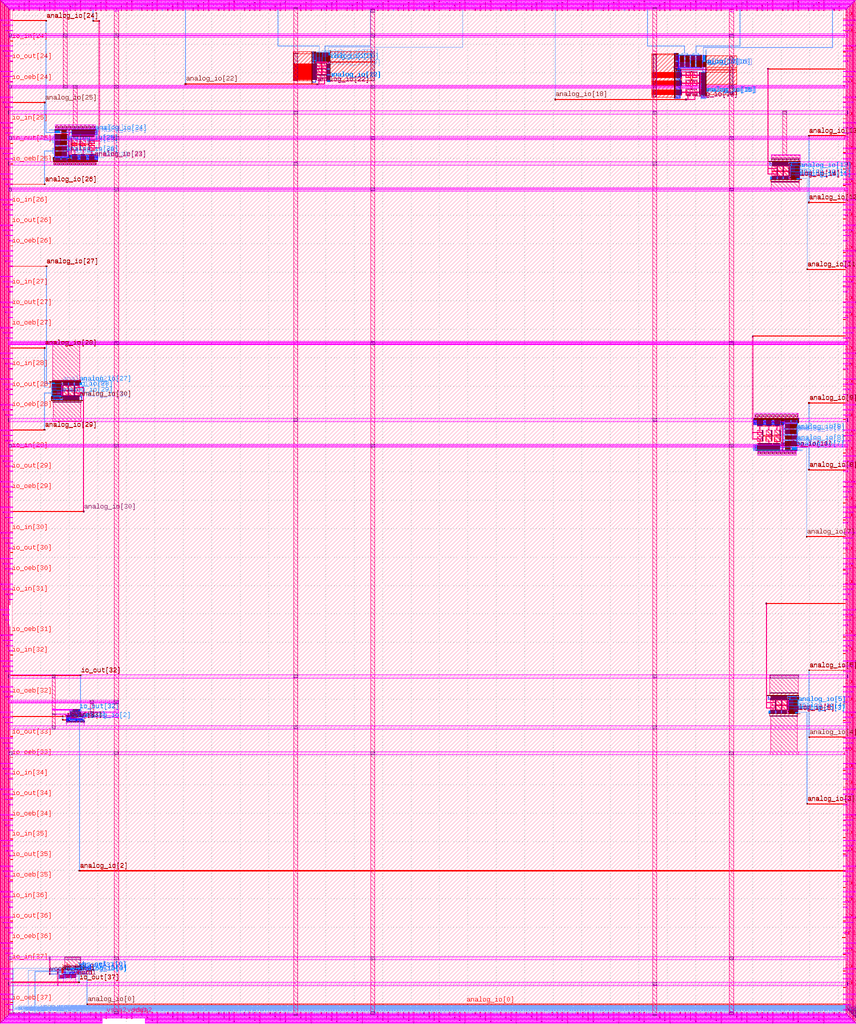
<source format=lef>
VERSION 5.7 ;
  NOWIREEXTENSIONATPIN ON ;
  DIVIDERCHAR "/" ;
  BUSBITCHARS "[]" ;
MACRO user_project_wrapper
  CLASS BLOCK ;
  FOREIGN user_project_wrapper ;
  ORIGIN 0.000 0.000 ;
  SIZE 2920.000 BY 3520.000 ;
  PIN analog_io[0]
    DIRECTION INOUT ;
    ANTENNADIFFAREA 0.330600 ;
    PORT
      LAYER li1 ;
        RECT 235.670 141.100 235.840 141.950 ;
        RECT 235.520 140.830 235.840 141.100 ;
        RECT 235.670 140.310 235.840 140.830 ;
      LAYER mcon ;
        RECT 235.540 140.870 235.710 141.040 ;
      LAYER met1 ;
        RECT 233.040 140.810 235.770 141.110 ;
        RECT 233.040 137.480 233.510 140.810 ;
        RECT 233.040 136.600 233.970 137.480 ;
      LAYER via ;
        RECT 233.205 136.740 233.785 137.320 ;
      LAYER met2 ;
        RECT 240.625 137.490 264.055 138.185 ;
        RECT 233.030 136.600 264.055 137.490 ;
        RECT 240.625 135.910 264.055 136.600 ;
        RECT 261.780 31.650 264.055 135.910 ;
        RECT 260.900 27.550 264.900 31.650 ;
      LAYER via2 ;
        RECT 260.900 27.600 264.900 31.600 ;
      LAYER met3 ;
        RECT 260.850 31.615 264.950 31.625 ;
        RECT 260.850 27.575 2924.855 31.615 ;
        RECT 261.545 27.545 2924.855 27.575 ;
    END
  END analog_io[0]
  PIN analog_io[10]
    DIRECTION INOUT ;
    ANTENNADIFFAREA 261.000000 ;
    PORT
      LAYER li1 ;
        RECT 2617.170 2073.530 2617.340 2079.570 ;
        RECT 2618.950 2073.530 2619.120 2079.570 ;
        RECT 2620.730 2073.530 2620.900 2079.570 ;
        RECT 2622.510 2073.530 2622.680 2079.570 ;
        RECT 2624.290 2073.530 2624.460 2079.570 ;
        RECT 2626.070 2073.530 2626.240 2079.570 ;
        RECT 2627.850 2073.530 2628.020 2079.570 ;
        RECT 2629.630 2073.530 2629.800 2079.570 ;
        RECT 2631.410 2073.530 2631.580 2079.570 ;
        RECT 2633.190 2073.530 2633.360 2079.570 ;
        RECT 2647.790 2073.530 2647.960 2079.570 ;
        RECT 2649.570 2073.530 2649.740 2079.570 ;
        RECT 2651.350 2073.530 2651.520 2079.570 ;
        RECT 2653.130 2073.530 2653.300 2079.570 ;
        RECT 2654.910 2073.530 2655.080 2079.570 ;
        RECT 2656.690 2073.530 2656.860 2079.570 ;
        RECT 2658.470 2073.530 2658.640 2079.570 ;
        RECT 2660.250 2073.530 2660.420 2079.570 ;
        RECT 2662.030 2073.530 2662.200 2079.570 ;
        RECT 2663.810 2073.530 2663.980 2079.570 ;
        RECT 2677.230 2073.530 2677.400 2079.570 ;
        RECT 2679.010 2073.530 2679.180 2079.570 ;
        RECT 2680.790 2073.530 2680.960 2079.570 ;
        RECT 2682.570 2073.530 2682.740 2079.570 ;
        RECT 2684.350 2073.530 2684.520 2079.570 ;
        RECT 2686.130 2073.530 2686.300 2079.570 ;
        RECT 2687.910 2073.530 2688.080 2079.570 ;
        RECT 2689.690 2073.530 2689.860 2079.570 ;
        RECT 2691.470 2073.530 2691.640 2079.570 ;
        RECT 2693.250 2073.530 2693.420 2079.570 ;
        RECT 2617.170 2066.440 2617.340 2072.480 ;
        RECT 2618.950 2066.440 2619.120 2072.480 ;
        RECT 2620.730 2066.440 2620.900 2072.480 ;
        RECT 2622.510 2066.440 2622.680 2072.480 ;
        RECT 2624.290 2066.440 2624.460 2072.480 ;
        RECT 2626.070 2066.440 2626.240 2072.480 ;
        RECT 2627.850 2066.440 2628.020 2072.480 ;
        RECT 2629.630 2066.440 2629.800 2072.480 ;
        RECT 2631.410 2066.440 2631.580 2072.480 ;
        RECT 2633.190 2066.440 2633.360 2072.480 ;
        RECT 2647.790 2066.440 2647.960 2072.480 ;
        RECT 2649.570 2066.440 2649.740 2072.480 ;
        RECT 2651.350 2066.440 2651.520 2072.480 ;
        RECT 2653.130 2066.440 2653.300 2072.480 ;
        RECT 2654.910 2066.440 2655.080 2072.480 ;
        RECT 2656.690 2066.440 2656.860 2072.480 ;
        RECT 2658.470 2066.440 2658.640 2072.480 ;
        RECT 2660.250 2066.440 2660.420 2072.480 ;
        RECT 2662.030 2066.440 2662.200 2072.480 ;
        RECT 2663.810 2066.440 2663.980 2072.480 ;
        RECT 2677.230 2066.440 2677.400 2072.480 ;
        RECT 2679.010 2066.440 2679.180 2072.480 ;
        RECT 2680.790 2066.440 2680.960 2072.480 ;
        RECT 2682.570 2066.440 2682.740 2072.480 ;
        RECT 2684.350 2066.440 2684.520 2072.480 ;
        RECT 2686.130 2066.440 2686.300 2072.480 ;
        RECT 2687.910 2066.440 2688.080 2072.480 ;
        RECT 2689.690 2066.440 2689.860 2072.480 ;
        RECT 2691.470 2066.440 2691.640 2072.480 ;
        RECT 2693.250 2066.440 2693.420 2072.480 ;
        RECT 2615.600 1984.885 2615.770 1990.925 ;
        RECT 2617.380 1984.885 2617.550 1990.925 ;
        RECT 2619.160 1984.885 2619.330 1990.925 ;
        RECT 2620.940 1984.885 2621.110 1990.925 ;
        RECT 2622.720 1984.885 2622.890 1990.925 ;
        RECT 2624.500 1984.885 2624.670 1990.925 ;
        RECT 2626.280 1984.885 2626.450 1990.925 ;
        RECT 2628.060 1984.885 2628.230 1990.925 ;
        RECT 2629.840 1984.885 2630.010 1990.925 ;
        RECT 2631.620 1984.885 2631.790 1990.925 ;
        RECT 2633.400 1984.885 2633.570 1990.925 ;
        RECT 2635.180 1984.885 2635.350 1990.925 ;
        RECT 2636.960 1984.885 2637.130 1990.925 ;
        RECT 2638.740 1984.885 2638.910 1990.925 ;
        RECT 2640.520 1984.885 2640.690 1990.925 ;
        RECT 2642.300 1984.885 2642.470 1990.925 ;
        RECT 2644.080 1984.885 2644.250 1990.925 ;
        RECT 2645.860 1984.885 2646.030 1990.925 ;
        RECT 2647.640 1984.885 2647.810 1990.925 ;
        RECT 2649.420 1984.885 2649.590 1990.925 ;
        RECT 2651.200 1984.885 2651.370 1990.925 ;
        RECT 2652.980 1984.885 2653.150 1990.925 ;
        RECT 2654.760 1984.885 2654.930 1990.925 ;
        RECT 2656.540 1984.885 2656.710 1990.925 ;
        RECT 2658.320 1984.885 2658.490 1990.925 ;
        RECT 2660.100 1984.885 2660.270 1990.925 ;
        RECT 2661.880 1984.885 2662.050 1990.925 ;
        RECT 2663.660 1984.885 2663.830 1990.925 ;
        RECT 2665.440 1984.885 2665.610 1990.925 ;
        RECT 2667.220 1984.885 2667.390 1990.925 ;
        RECT 2669.000 1984.885 2669.170 1990.925 ;
        RECT 2670.780 1984.885 2670.950 1990.925 ;
        RECT 2672.560 1984.885 2672.730 1990.925 ;
        RECT 2674.340 1984.885 2674.510 1990.925 ;
        RECT 2676.120 1984.885 2676.290 1990.925 ;
        RECT 2677.900 1984.885 2678.070 1990.925 ;
        RECT 2679.680 1984.885 2679.850 1990.925 ;
        RECT 2681.460 1984.885 2681.630 1990.925 ;
        RECT 2683.240 1984.885 2683.410 1990.925 ;
        RECT 2685.020 1984.885 2685.190 1990.925 ;
        RECT 2686.800 1984.885 2686.970 1990.925 ;
        RECT 2688.580 1984.885 2688.750 1990.925 ;
        RECT 2690.360 1984.885 2690.530 1990.925 ;
        RECT 2692.140 1984.885 2692.310 1990.925 ;
        RECT 2693.920 1984.885 2694.090 1990.925 ;
        RECT 2615.600 1977.705 2615.770 1983.745 ;
        RECT 2617.380 1977.705 2617.550 1983.745 ;
        RECT 2619.160 1977.705 2619.330 1983.745 ;
        RECT 2620.940 1977.705 2621.110 1983.745 ;
        RECT 2622.720 1977.705 2622.890 1983.745 ;
        RECT 2624.500 1977.705 2624.670 1983.745 ;
        RECT 2626.280 1977.705 2626.450 1983.745 ;
        RECT 2628.060 1977.705 2628.230 1983.745 ;
        RECT 2629.840 1977.705 2630.010 1983.745 ;
        RECT 2631.620 1977.705 2631.790 1983.745 ;
        RECT 2633.400 1977.705 2633.570 1983.745 ;
        RECT 2635.180 1977.705 2635.350 1983.745 ;
        RECT 2636.960 1977.705 2637.130 1983.745 ;
        RECT 2638.740 1977.705 2638.910 1983.745 ;
        RECT 2640.520 1977.705 2640.690 1983.745 ;
        RECT 2642.300 1977.705 2642.470 1983.745 ;
        RECT 2644.080 1977.705 2644.250 1983.745 ;
        RECT 2645.860 1977.705 2646.030 1983.745 ;
        RECT 2647.640 1977.705 2647.810 1983.745 ;
        RECT 2649.420 1977.705 2649.590 1983.745 ;
        RECT 2651.200 1977.705 2651.370 1983.745 ;
        RECT 2652.980 1977.705 2653.150 1983.745 ;
        RECT 2654.760 1977.705 2654.930 1983.745 ;
        RECT 2656.540 1977.705 2656.710 1983.745 ;
        RECT 2658.320 1977.705 2658.490 1983.745 ;
        RECT 2660.100 1977.705 2660.270 1983.745 ;
        RECT 2661.880 1977.705 2662.050 1983.745 ;
        RECT 2663.660 1977.705 2663.830 1983.745 ;
        RECT 2665.440 1977.705 2665.610 1983.745 ;
        RECT 2667.220 1977.705 2667.390 1983.745 ;
        RECT 2669.000 1977.705 2669.170 1983.745 ;
        RECT 2670.780 1977.705 2670.950 1983.745 ;
        RECT 2672.560 1977.705 2672.730 1983.745 ;
        RECT 2674.340 1977.705 2674.510 1983.745 ;
        RECT 2676.120 1977.705 2676.290 1983.745 ;
        RECT 2677.900 1977.705 2678.070 1983.745 ;
        RECT 2679.680 1977.705 2679.850 1983.745 ;
        RECT 2681.460 1977.705 2681.630 1983.745 ;
        RECT 2683.240 1977.705 2683.410 1983.745 ;
        RECT 2685.020 1977.705 2685.190 1983.745 ;
        RECT 2686.800 1977.705 2686.970 1983.745 ;
        RECT 2688.580 1977.705 2688.750 1983.745 ;
        RECT 2690.360 1977.705 2690.530 1983.745 ;
        RECT 2692.140 1977.705 2692.310 1983.745 ;
        RECT 2693.920 1977.705 2694.090 1983.745 ;
      LAYER mcon ;
        RECT 2617.170 2073.610 2617.340 2079.490 ;
        RECT 2618.950 2073.610 2619.120 2079.490 ;
        RECT 2620.730 2073.610 2620.900 2079.490 ;
        RECT 2622.510 2073.610 2622.680 2079.490 ;
        RECT 2624.290 2073.610 2624.460 2079.490 ;
        RECT 2626.070 2073.610 2626.240 2079.490 ;
        RECT 2627.850 2073.610 2628.020 2079.490 ;
        RECT 2629.630 2073.610 2629.800 2079.490 ;
        RECT 2631.410 2073.610 2631.580 2079.490 ;
        RECT 2633.190 2073.610 2633.360 2079.490 ;
        RECT 2647.790 2073.610 2647.960 2079.490 ;
        RECT 2649.570 2073.610 2649.740 2079.490 ;
        RECT 2651.350 2073.610 2651.520 2079.490 ;
        RECT 2653.130 2073.610 2653.300 2079.490 ;
        RECT 2654.910 2073.610 2655.080 2079.490 ;
        RECT 2656.690 2073.610 2656.860 2079.490 ;
        RECT 2658.470 2073.610 2658.640 2079.490 ;
        RECT 2660.250 2073.610 2660.420 2079.490 ;
        RECT 2662.030 2073.610 2662.200 2079.490 ;
        RECT 2663.810 2073.610 2663.980 2079.490 ;
        RECT 2677.230 2073.610 2677.400 2079.490 ;
        RECT 2679.010 2073.610 2679.180 2079.490 ;
        RECT 2680.790 2073.610 2680.960 2079.490 ;
        RECT 2682.570 2073.610 2682.740 2079.490 ;
        RECT 2684.350 2073.610 2684.520 2079.490 ;
        RECT 2686.130 2073.610 2686.300 2079.490 ;
        RECT 2687.910 2073.610 2688.080 2079.490 ;
        RECT 2689.690 2073.610 2689.860 2079.490 ;
        RECT 2691.470 2073.610 2691.640 2079.490 ;
        RECT 2693.250 2073.610 2693.420 2079.490 ;
        RECT 2617.170 2066.520 2617.340 2072.400 ;
        RECT 2618.950 2066.520 2619.120 2072.400 ;
        RECT 2620.730 2066.520 2620.900 2072.400 ;
        RECT 2622.510 2066.520 2622.680 2072.400 ;
        RECT 2624.290 2066.520 2624.460 2072.400 ;
        RECT 2626.070 2066.520 2626.240 2072.400 ;
        RECT 2627.850 2066.520 2628.020 2072.400 ;
        RECT 2629.630 2066.520 2629.800 2072.400 ;
        RECT 2631.410 2066.520 2631.580 2072.400 ;
        RECT 2633.190 2066.520 2633.360 2072.400 ;
        RECT 2647.790 2066.520 2647.960 2072.400 ;
        RECT 2649.570 2066.520 2649.740 2072.400 ;
        RECT 2651.350 2066.520 2651.520 2072.400 ;
        RECT 2653.130 2066.520 2653.300 2072.400 ;
        RECT 2654.910 2066.520 2655.080 2072.400 ;
        RECT 2656.690 2066.520 2656.860 2072.400 ;
        RECT 2658.470 2066.520 2658.640 2072.400 ;
        RECT 2660.250 2066.520 2660.420 2072.400 ;
        RECT 2662.030 2066.520 2662.200 2072.400 ;
        RECT 2663.810 2066.520 2663.980 2072.400 ;
        RECT 2677.230 2066.520 2677.400 2072.400 ;
        RECT 2679.010 2066.520 2679.180 2072.400 ;
        RECT 2680.790 2066.520 2680.960 2072.400 ;
        RECT 2682.570 2066.520 2682.740 2072.400 ;
        RECT 2684.350 2066.520 2684.520 2072.400 ;
        RECT 2686.130 2066.520 2686.300 2072.400 ;
        RECT 2687.910 2066.520 2688.080 2072.400 ;
        RECT 2689.690 2066.520 2689.860 2072.400 ;
        RECT 2691.470 2066.520 2691.640 2072.400 ;
        RECT 2693.250 2066.520 2693.420 2072.400 ;
        RECT 2615.600 1984.965 2615.770 1990.845 ;
        RECT 2617.380 1984.965 2617.550 1990.845 ;
        RECT 2619.160 1984.965 2619.330 1990.845 ;
        RECT 2620.940 1984.965 2621.110 1990.845 ;
        RECT 2622.720 1984.965 2622.890 1990.845 ;
        RECT 2624.500 1984.965 2624.670 1990.845 ;
        RECT 2626.280 1984.965 2626.450 1990.845 ;
        RECT 2628.060 1984.965 2628.230 1990.845 ;
        RECT 2629.840 1984.965 2630.010 1990.845 ;
        RECT 2631.620 1984.965 2631.790 1990.845 ;
        RECT 2633.400 1984.965 2633.570 1990.845 ;
        RECT 2635.180 1984.965 2635.350 1990.845 ;
        RECT 2636.960 1984.965 2637.130 1990.845 ;
        RECT 2638.740 1984.965 2638.910 1990.845 ;
        RECT 2640.520 1984.965 2640.690 1990.845 ;
        RECT 2642.300 1984.965 2642.470 1990.845 ;
        RECT 2644.080 1984.965 2644.250 1990.845 ;
        RECT 2645.860 1984.965 2646.030 1990.845 ;
        RECT 2647.640 1984.965 2647.810 1990.845 ;
        RECT 2649.420 1984.965 2649.590 1990.845 ;
        RECT 2651.200 1984.965 2651.370 1990.845 ;
        RECT 2652.980 1984.965 2653.150 1990.845 ;
        RECT 2654.760 1984.965 2654.930 1990.845 ;
        RECT 2656.540 1984.965 2656.710 1990.845 ;
        RECT 2658.320 1984.965 2658.490 1990.845 ;
        RECT 2660.100 1984.965 2660.270 1990.845 ;
        RECT 2661.880 1984.965 2662.050 1990.845 ;
        RECT 2663.660 1984.965 2663.830 1990.845 ;
        RECT 2665.440 1984.965 2665.610 1990.845 ;
        RECT 2667.220 1984.965 2667.390 1990.845 ;
        RECT 2669.000 1984.965 2669.170 1990.845 ;
        RECT 2670.780 1984.965 2670.950 1990.845 ;
        RECT 2672.560 1984.965 2672.730 1990.845 ;
        RECT 2674.340 1984.965 2674.510 1990.845 ;
        RECT 2676.120 1984.965 2676.290 1990.845 ;
        RECT 2677.900 1984.965 2678.070 1990.845 ;
        RECT 2679.680 1984.965 2679.850 1990.845 ;
        RECT 2681.460 1984.965 2681.630 1990.845 ;
        RECT 2683.240 1984.965 2683.410 1990.845 ;
        RECT 2685.020 1984.965 2685.190 1990.845 ;
        RECT 2686.800 1984.965 2686.970 1990.845 ;
        RECT 2688.580 1984.965 2688.750 1990.845 ;
        RECT 2690.360 1984.965 2690.530 1990.845 ;
        RECT 2692.140 1984.965 2692.310 1990.845 ;
        RECT 2693.920 1984.965 2694.090 1990.845 ;
        RECT 2615.600 1977.785 2615.770 1983.665 ;
        RECT 2617.380 1977.785 2617.550 1983.665 ;
        RECT 2619.160 1977.785 2619.330 1983.665 ;
        RECT 2620.940 1977.785 2621.110 1983.665 ;
        RECT 2622.720 1977.785 2622.890 1983.665 ;
        RECT 2624.500 1977.785 2624.670 1983.665 ;
        RECT 2626.280 1977.785 2626.450 1983.665 ;
        RECT 2628.060 1977.785 2628.230 1983.665 ;
        RECT 2629.840 1977.785 2630.010 1983.665 ;
        RECT 2631.620 1977.785 2631.790 1983.665 ;
        RECT 2633.400 1977.785 2633.570 1983.665 ;
        RECT 2635.180 1977.785 2635.350 1983.665 ;
        RECT 2636.960 1977.785 2637.130 1983.665 ;
        RECT 2638.740 1977.785 2638.910 1983.665 ;
        RECT 2640.520 1977.785 2640.690 1983.665 ;
        RECT 2642.300 1977.785 2642.470 1983.665 ;
        RECT 2644.080 1977.785 2644.250 1983.665 ;
        RECT 2645.860 1977.785 2646.030 1983.665 ;
        RECT 2647.640 1977.785 2647.810 1983.665 ;
        RECT 2649.420 1977.785 2649.590 1983.665 ;
        RECT 2651.200 1977.785 2651.370 1983.665 ;
        RECT 2652.980 1977.785 2653.150 1983.665 ;
        RECT 2654.760 1977.785 2654.930 1983.665 ;
        RECT 2656.540 1977.785 2656.710 1983.665 ;
        RECT 2658.320 1977.785 2658.490 1983.665 ;
        RECT 2660.100 1977.785 2660.270 1983.665 ;
        RECT 2661.880 1977.785 2662.050 1983.665 ;
        RECT 2663.660 1977.785 2663.830 1983.665 ;
        RECT 2665.440 1977.785 2665.610 1983.665 ;
        RECT 2667.220 1977.785 2667.390 1983.665 ;
        RECT 2669.000 1977.785 2669.170 1983.665 ;
        RECT 2670.780 1977.785 2670.950 1983.665 ;
        RECT 2672.560 1977.785 2672.730 1983.665 ;
        RECT 2674.340 1977.785 2674.510 1983.665 ;
        RECT 2676.120 1977.785 2676.290 1983.665 ;
        RECT 2677.900 1977.785 2678.070 1983.665 ;
        RECT 2679.680 1977.785 2679.850 1983.665 ;
        RECT 2681.460 1977.785 2681.630 1983.665 ;
        RECT 2683.240 1977.785 2683.410 1983.665 ;
        RECT 2685.020 1977.785 2685.190 1983.665 ;
        RECT 2686.800 1977.785 2686.970 1983.665 ;
        RECT 2688.580 1977.785 2688.750 1983.665 ;
        RECT 2690.360 1977.785 2690.530 1983.665 ;
        RECT 2692.140 1977.785 2692.310 1983.665 ;
        RECT 2693.920 1977.785 2694.090 1983.665 ;
      LAYER met1 ;
        RECT 2617.140 2079.440 2617.370 2079.550 ;
        RECT 2618.920 2079.450 2619.150 2079.550 ;
        RECT 2617.090 2073.760 2617.450 2079.440 ;
        RECT 2618.870 2073.770 2619.230 2079.450 ;
        RECT 2620.700 2079.420 2620.930 2079.550 ;
        RECT 2622.480 2079.430 2622.710 2079.550 ;
        RECT 2624.260 2079.430 2624.490 2079.550 ;
        RECT 2626.040 2079.440 2626.270 2079.550 ;
        RECT 2617.140 2073.550 2617.370 2073.760 ;
        RECT 2618.920 2073.550 2619.150 2073.770 ;
        RECT 2620.660 2073.740 2621.020 2079.420 ;
        RECT 2622.430 2073.750 2622.790 2079.430 ;
        RECT 2624.200 2073.750 2624.560 2079.430 ;
        RECT 2626.000 2073.760 2626.360 2079.440 ;
        RECT 2627.820 2079.430 2628.050 2079.550 ;
        RECT 2620.700 2073.550 2620.930 2073.740 ;
        RECT 2622.480 2073.550 2622.710 2073.750 ;
        RECT 2624.260 2073.550 2624.490 2073.750 ;
        RECT 2626.040 2073.550 2626.270 2073.760 ;
        RECT 2627.770 2073.750 2628.130 2079.430 ;
        RECT 2629.600 2079.420 2629.830 2079.550 ;
        RECT 2631.380 2079.440 2631.610 2079.550 ;
        RECT 2627.820 2073.550 2628.050 2073.750 ;
        RECT 2629.550 2073.740 2629.910 2079.420 ;
        RECT 2631.320 2073.760 2631.680 2079.440 ;
        RECT 2633.160 2079.430 2633.390 2079.550 ;
        RECT 2647.760 2079.470 2647.990 2079.550 ;
        RECT 2649.540 2079.480 2649.770 2079.550 ;
        RECT 2629.600 2073.550 2629.830 2073.740 ;
        RECT 2631.380 2073.550 2631.610 2073.760 ;
        RECT 2633.100 2073.750 2633.460 2079.430 ;
        RECT 2647.660 2073.790 2648.020 2079.470 ;
        RECT 2649.440 2073.800 2649.800 2079.480 ;
        RECT 2651.320 2079.450 2651.550 2079.550 ;
        RECT 2653.100 2079.460 2653.330 2079.550 ;
        RECT 2654.880 2079.460 2655.110 2079.550 ;
        RECT 2656.660 2079.470 2656.890 2079.550 ;
        RECT 2633.160 2073.550 2633.390 2073.750 ;
        RECT 2647.760 2073.550 2647.990 2073.790 ;
        RECT 2649.540 2073.550 2649.770 2073.800 ;
        RECT 2651.230 2073.770 2651.590 2079.450 ;
        RECT 2653.000 2073.780 2653.360 2079.460 ;
        RECT 2654.770 2073.780 2655.130 2079.460 ;
        RECT 2656.570 2073.790 2656.930 2079.470 ;
        RECT 2658.440 2079.460 2658.670 2079.550 ;
        RECT 2651.320 2073.550 2651.550 2073.770 ;
        RECT 2653.100 2073.550 2653.330 2073.780 ;
        RECT 2654.880 2073.550 2655.110 2073.780 ;
        RECT 2656.660 2073.550 2656.890 2073.790 ;
        RECT 2658.340 2073.780 2658.700 2079.460 ;
        RECT 2660.220 2079.450 2660.450 2079.550 ;
        RECT 2662.000 2079.470 2662.230 2079.550 ;
        RECT 2658.440 2073.550 2658.670 2073.780 ;
        RECT 2660.120 2073.770 2660.480 2079.450 ;
        RECT 2661.890 2073.790 2662.250 2079.470 ;
        RECT 2663.780 2079.460 2664.010 2079.550 ;
        RECT 2677.200 2079.480 2677.430 2079.550 ;
        RECT 2678.980 2079.490 2679.210 2079.550 ;
        RECT 2660.220 2073.550 2660.450 2073.770 ;
        RECT 2662.000 2073.550 2662.230 2073.790 ;
        RECT 2663.670 2073.780 2664.030 2079.460 ;
        RECT 2677.140 2073.800 2677.500 2079.480 ;
        RECT 2678.920 2073.810 2679.280 2079.490 ;
        RECT 2680.760 2079.460 2680.990 2079.550 ;
        RECT 2682.540 2079.470 2682.770 2079.550 ;
        RECT 2684.320 2079.470 2684.550 2079.550 ;
        RECT 2686.100 2079.480 2686.330 2079.550 ;
        RECT 2663.780 2073.550 2664.010 2073.780 ;
        RECT 2677.200 2073.550 2677.430 2073.800 ;
        RECT 2678.980 2073.550 2679.210 2073.810 ;
        RECT 2680.710 2073.780 2681.070 2079.460 ;
        RECT 2682.480 2073.790 2682.840 2079.470 ;
        RECT 2684.250 2073.790 2684.610 2079.470 ;
        RECT 2686.050 2073.800 2686.410 2079.480 ;
        RECT 2687.880 2079.470 2688.110 2079.550 ;
        RECT 2680.760 2073.550 2680.990 2073.780 ;
        RECT 2682.540 2073.550 2682.770 2073.790 ;
        RECT 2684.320 2073.550 2684.550 2073.790 ;
        RECT 2686.100 2073.550 2686.330 2073.800 ;
        RECT 2687.820 2073.790 2688.180 2079.470 ;
        RECT 2689.660 2079.460 2689.890 2079.550 ;
        RECT 2691.440 2079.480 2691.670 2079.550 ;
        RECT 2687.880 2073.550 2688.110 2073.790 ;
        RECT 2689.600 2073.780 2689.960 2079.460 ;
        RECT 2691.370 2073.800 2691.730 2079.480 ;
        RECT 2693.220 2079.470 2693.450 2079.550 ;
        RECT 2689.660 2073.550 2689.890 2073.780 ;
        RECT 2691.440 2073.550 2691.670 2073.800 ;
        RECT 2693.150 2073.790 2693.510 2079.470 ;
        RECT 2693.220 2073.550 2693.450 2073.790 ;
        RECT 2617.140 2072.350 2617.370 2072.460 ;
        RECT 2617.090 2066.670 2617.450 2072.350 ;
        RECT 2618.920 2072.340 2619.150 2072.460 ;
        RECT 2620.700 2072.340 2620.930 2072.460 ;
        RECT 2622.480 2072.340 2622.710 2072.460 ;
        RECT 2617.140 2066.460 2617.370 2066.670 ;
        RECT 2618.860 2066.660 2619.220 2072.340 ;
        RECT 2620.650 2066.660 2621.010 2072.340 ;
        RECT 2622.420 2066.660 2622.780 2072.340 ;
        RECT 2624.260 2072.330 2624.490 2072.460 ;
        RECT 2618.920 2066.460 2619.150 2066.660 ;
        RECT 2620.700 2066.460 2620.930 2066.660 ;
        RECT 2622.480 2066.460 2622.710 2066.660 ;
        RECT 2624.210 2066.650 2624.570 2072.330 ;
        RECT 2626.040 2072.320 2626.270 2072.460 ;
        RECT 2627.820 2072.320 2628.050 2072.460 ;
        RECT 2629.600 2072.340 2629.830 2072.460 ;
        RECT 2631.380 2072.340 2631.610 2072.460 ;
        RECT 2624.260 2066.460 2624.490 2066.650 ;
        RECT 2625.990 2066.640 2626.350 2072.320 ;
        RECT 2627.760 2066.640 2628.120 2072.320 ;
        RECT 2629.530 2066.660 2629.890 2072.340 ;
        RECT 2631.320 2066.660 2631.680 2072.340 ;
        RECT 2633.160 2072.270 2633.390 2072.460 ;
        RECT 2647.760 2072.380 2647.990 2072.460 ;
        RECT 2626.040 2066.460 2626.270 2066.640 ;
        RECT 2627.820 2066.460 2628.050 2066.640 ;
        RECT 2629.600 2066.460 2629.830 2066.660 ;
        RECT 2631.380 2066.460 2631.610 2066.660 ;
        RECT 2633.120 2066.590 2633.480 2072.270 ;
        RECT 2647.660 2066.700 2648.020 2072.380 ;
        RECT 2649.540 2072.370 2649.770 2072.460 ;
        RECT 2651.320 2072.370 2651.550 2072.460 ;
        RECT 2653.100 2072.370 2653.330 2072.460 ;
        RECT 2633.160 2066.460 2633.390 2066.590 ;
        RECT 2647.760 2066.460 2647.990 2066.700 ;
        RECT 2649.430 2066.690 2649.790 2072.370 ;
        RECT 2651.220 2066.690 2651.580 2072.370 ;
        RECT 2652.990 2066.690 2653.350 2072.370 ;
        RECT 2654.880 2072.360 2655.110 2072.460 ;
        RECT 2649.540 2066.460 2649.770 2066.690 ;
        RECT 2651.320 2066.460 2651.550 2066.690 ;
        RECT 2653.100 2066.460 2653.330 2066.690 ;
        RECT 2654.780 2066.680 2655.140 2072.360 ;
        RECT 2656.660 2072.350 2656.890 2072.460 ;
        RECT 2658.440 2072.350 2658.670 2072.460 ;
        RECT 2660.220 2072.370 2660.450 2072.460 ;
        RECT 2662.000 2072.370 2662.230 2072.460 ;
        RECT 2654.880 2066.460 2655.110 2066.680 ;
        RECT 2656.560 2066.670 2656.920 2072.350 ;
        RECT 2658.330 2066.670 2658.690 2072.350 ;
        RECT 2660.100 2066.690 2660.460 2072.370 ;
        RECT 2661.890 2066.690 2662.250 2072.370 ;
        RECT 2663.780 2072.300 2664.010 2072.460 ;
        RECT 2677.200 2072.390 2677.430 2072.460 ;
        RECT 2656.660 2066.460 2656.890 2066.670 ;
        RECT 2658.440 2066.460 2658.670 2066.670 ;
        RECT 2660.220 2066.460 2660.450 2066.690 ;
        RECT 2662.000 2066.460 2662.230 2066.690 ;
        RECT 2663.690 2066.620 2664.050 2072.300 ;
        RECT 2677.140 2066.710 2677.500 2072.390 ;
        RECT 2678.980 2072.380 2679.210 2072.460 ;
        RECT 2680.760 2072.380 2680.990 2072.460 ;
        RECT 2682.540 2072.380 2682.770 2072.460 ;
        RECT 2663.780 2066.460 2664.010 2066.620 ;
        RECT 2677.200 2066.460 2677.430 2066.710 ;
        RECT 2678.910 2066.700 2679.270 2072.380 ;
        RECT 2680.700 2066.700 2681.060 2072.380 ;
        RECT 2682.470 2066.700 2682.830 2072.380 ;
        RECT 2684.320 2072.370 2684.550 2072.460 ;
        RECT 2678.980 2066.460 2679.210 2066.700 ;
        RECT 2680.760 2066.460 2680.990 2066.700 ;
        RECT 2682.540 2066.460 2682.770 2066.700 ;
        RECT 2684.260 2066.690 2684.620 2072.370 ;
        RECT 2686.100 2072.360 2686.330 2072.460 ;
        RECT 2687.880 2072.360 2688.110 2072.460 ;
        RECT 2689.660 2072.380 2689.890 2072.460 ;
        RECT 2691.440 2072.380 2691.670 2072.460 ;
        RECT 2684.320 2066.460 2684.550 2066.690 ;
        RECT 2686.040 2066.680 2686.400 2072.360 ;
        RECT 2687.810 2066.680 2688.170 2072.360 ;
        RECT 2689.580 2066.700 2689.940 2072.380 ;
        RECT 2691.370 2066.700 2691.730 2072.380 ;
        RECT 2693.220 2072.310 2693.450 2072.460 ;
        RECT 2686.100 2066.460 2686.330 2066.680 ;
        RECT 2687.880 2066.460 2688.110 2066.680 ;
        RECT 2689.660 2066.460 2689.890 2066.700 ;
        RECT 2691.440 2066.460 2691.670 2066.700 ;
        RECT 2693.170 2066.630 2693.530 2072.310 ;
        RECT 2693.220 2066.460 2693.450 2066.630 ;
        RECT 2615.570 1990.750 2615.800 1990.905 ;
        RECT 2617.350 1990.780 2617.580 1990.905 ;
        RECT 2615.460 1985.030 2615.850 1990.750 ;
        RECT 2617.240 1985.060 2617.630 1990.780 ;
        RECT 2619.130 1990.740 2619.360 1990.905 ;
        RECT 2620.910 1990.740 2621.140 1990.905 ;
        RECT 2622.690 1990.760 2622.920 1990.905 ;
        RECT 2624.470 1990.770 2624.700 1990.905 ;
        RECT 2615.570 1984.905 2615.800 1985.030 ;
        RECT 2617.350 1984.905 2617.580 1985.060 ;
        RECT 2619.040 1985.020 2619.430 1990.740 ;
        RECT 2620.810 1985.020 2621.200 1990.740 ;
        RECT 2622.570 1985.040 2622.960 1990.760 ;
        RECT 2624.370 1985.050 2624.760 1990.770 ;
        RECT 2626.250 1990.750 2626.480 1990.905 ;
        RECT 2628.030 1990.750 2628.260 1990.905 ;
        RECT 2629.810 1990.770 2630.040 1990.905 ;
        RECT 2631.590 1990.780 2631.820 1990.905 ;
        RECT 2619.130 1984.905 2619.360 1985.020 ;
        RECT 2620.910 1984.905 2621.140 1985.020 ;
        RECT 2622.690 1984.905 2622.920 1985.040 ;
        RECT 2624.470 1984.905 2624.700 1985.050 ;
        RECT 2626.170 1985.030 2626.560 1990.750 ;
        RECT 2627.940 1985.030 2628.330 1990.750 ;
        RECT 2629.730 1985.050 2630.120 1990.770 ;
        RECT 2631.490 1985.060 2631.880 1990.780 ;
        RECT 2633.370 1990.760 2633.600 1990.905 ;
        RECT 2635.150 1990.770 2635.380 1990.905 ;
        RECT 2636.930 1990.780 2637.160 1990.905 ;
        RECT 2638.710 1990.800 2638.940 1990.905 ;
        RECT 2640.490 1990.810 2640.720 1990.905 ;
        RECT 2642.270 1990.810 2642.500 1990.905 ;
        RECT 2644.050 1990.810 2644.280 1990.905 ;
        RECT 2626.250 1984.905 2626.480 1985.030 ;
        RECT 2628.030 1984.905 2628.260 1985.030 ;
        RECT 2629.810 1984.905 2630.040 1985.050 ;
        RECT 2631.590 1984.905 2631.820 1985.060 ;
        RECT 2633.270 1985.040 2633.660 1990.760 ;
        RECT 2635.060 1985.050 2635.450 1990.770 ;
        RECT 2636.850 1985.060 2637.240 1990.780 ;
        RECT 2638.630 1985.080 2639.020 1990.800 ;
        RECT 2640.400 1985.090 2640.790 1990.810 ;
        RECT 2642.170 1985.090 2642.560 1990.810 ;
        RECT 2643.970 1985.090 2644.360 1990.810 ;
        RECT 2645.830 1990.790 2646.060 1990.905 ;
        RECT 2633.370 1984.905 2633.600 1985.040 ;
        RECT 2635.150 1984.905 2635.380 1985.050 ;
        RECT 2636.930 1984.905 2637.160 1985.060 ;
        RECT 2638.710 1984.905 2638.940 1985.080 ;
        RECT 2640.490 1984.905 2640.720 1985.090 ;
        RECT 2642.270 1984.905 2642.500 1985.090 ;
        RECT 2644.050 1984.905 2644.280 1985.090 ;
        RECT 2645.730 1985.070 2646.120 1990.790 ;
        RECT 2647.610 1990.780 2647.840 1990.905 ;
        RECT 2649.390 1990.780 2649.620 1990.905 ;
        RECT 2651.170 1990.780 2651.400 1990.905 ;
        RECT 2645.830 1984.905 2646.060 1985.070 ;
        RECT 2647.520 1985.060 2647.910 1990.780 ;
        RECT 2649.290 1985.060 2649.680 1990.780 ;
        RECT 2651.080 1985.060 2651.470 1990.780 ;
        RECT 2652.950 1990.750 2653.180 1990.905 ;
        RECT 2654.730 1990.750 2654.960 1990.905 ;
        RECT 2656.510 1990.790 2656.740 1990.905 ;
        RECT 2647.610 1984.905 2647.840 1985.060 ;
        RECT 2649.390 1984.905 2649.620 1985.060 ;
        RECT 2651.170 1984.905 2651.400 1985.060 ;
        RECT 2652.850 1985.030 2653.240 1990.750 ;
        RECT 2654.620 1985.030 2655.010 1990.750 ;
        RECT 2656.420 1985.070 2656.810 1990.790 ;
        RECT 2658.290 1990.760 2658.520 1990.905 ;
        RECT 2660.070 1990.790 2660.300 1990.905 ;
        RECT 2652.950 1984.905 2653.180 1985.030 ;
        RECT 2654.730 1984.905 2654.960 1985.030 ;
        RECT 2656.510 1984.905 2656.740 1985.070 ;
        RECT 2658.190 1985.040 2658.580 1990.760 ;
        RECT 2659.960 1985.070 2660.350 1990.790 ;
        RECT 2661.850 1990.740 2662.080 1990.905 ;
        RECT 2658.290 1984.905 2658.520 1985.040 ;
        RECT 2660.070 1984.905 2660.300 1985.070 ;
        RECT 2661.750 1985.020 2662.140 1990.740 ;
        RECT 2663.630 1990.730 2663.860 1990.905 ;
        RECT 2665.410 1990.740 2665.640 1990.905 ;
        RECT 2667.190 1990.770 2667.420 1990.905 ;
        RECT 2668.970 1990.780 2669.200 1990.905 ;
        RECT 2661.850 1984.905 2662.080 1985.020 ;
        RECT 2663.530 1985.010 2663.920 1990.730 ;
        RECT 2665.300 1985.020 2665.690 1990.740 ;
        RECT 2667.080 1985.050 2667.470 1990.770 ;
        RECT 2668.890 1985.060 2669.280 1990.780 ;
        RECT 2670.750 1990.760 2670.980 1990.905 ;
        RECT 2672.530 1990.770 2672.760 1990.905 ;
        RECT 2663.630 1984.905 2663.860 1985.010 ;
        RECT 2665.410 1984.905 2665.640 1985.020 ;
        RECT 2667.190 1984.905 2667.420 1985.050 ;
        RECT 2668.970 1984.905 2669.200 1985.060 ;
        RECT 2670.660 1985.040 2671.050 1990.760 ;
        RECT 2672.420 1985.050 2672.810 1990.770 ;
        RECT 2674.310 1990.760 2674.540 1990.905 ;
        RECT 2676.090 1990.760 2676.320 1990.905 ;
        RECT 2677.870 1990.760 2678.100 1990.905 ;
        RECT 2679.650 1990.760 2679.880 1990.905 ;
        RECT 2681.430 1990.770 2681.660 1990.905 ;
        RECT 2683.210 1990.770 2683.440 1990.905 ;
        RECT 2684.990 1990.770 2685.220 1990.905 ;
        RECT 2686.770 1990.780 2687.000 1990.905 ;
        RECT 2670.750 1984.905 2670.980 1985.040 ;
        RECT 2672.530 1984.905 2672.760 1985.050 ;
        RECT 2674.200 1985.040 2674.590 1990.760 ;
        RECT 2676.000 1985.040 2676.390 1990.760 ;
        RECT 2677.770 1985.040 2678.160 1990.760 ;
        RECT 2679.570 1985.040 2679.960 1990.760 ;
        RECT 2681.350 1985.050 2681.740 1990.770 ;
        RECT 2683.130 1985.050 2683.520 1990.770 ;
        RECT 2684.890 1985.050 2685.280 1990.770 ;
        RECT 2686.650 1985.060 2687.040 1990.780 ;
        RECT 2688.550 1990.760 2688.780 1990.905 ;
        RECT 2674.310 1984.905 2674.540 1985.040 ;
        RECT 2676.090 1984.905 2676.320 1985.040 ;
        RECT 2677.870 1984.905 2678.100 1985.040 ;
        RECT 2679.650 1984.905 2679.880 1985.040 ;
        RECT 2681.430 1984.905 2681.660 1985.050 ;
        RECT 2683.210 1984.905 2683.440 1985.050 ;
        RECT 2684.990 1984.905 2685.220 1985.050 ;
        RECT 2686.770 1984.905 2687.000 1985.060 ;
        RECT 2688.440 1985.040 2688.830 1990.760 ;
        RECT 2690.330 1990.740 2690.560 1990.905 ;
        RECT 2692.110 1990.740 2692.340 1990.905 ;
        RECT 2693.890 1990.780 2694.120 1990.905 ;
        RECT 2688.550 1984.905 2688.780 1985.040 ;
        RECT 2690.210 1985.020 2690.600 1990.740 ;
        RECT 2692.010 1985.020 2692.400 1990.740 ;
        RECT 2693.780 1985.060 2694.170 1990.780 ;
        RECT 2690.330 1984.905 2690.560 1985.020 ;
        RECT 2692.110 1984.905 2692.340 1985.020 ;
        RECT 2693.890 1984.905 2694.120 1985.060 ;
        RECT 2615.570 1983.560 2615.800 1983.725 ;
        RECT 2617.350 1983.560 2617.580 1983.725 ;
        RECT 2615.490 1977.850 2615.860 1983.560 ;
        RECT 2617.270 1977.850 2617.640 1983.560 ;
        RECT 2619.130 1983.530 2619.360 1983.725 ;
        RECT 2620.910 1983.540 2621.140 1983.725 ;
        RECT 2622.690 1983.560 2622.920 1983.725 ;
        RECT 2615.570 1977.725 2615.800 1977.850 ;
        RECT 2617.350 1977.725 2617.580 1977.850 ;
        RECT 2619.050 1977.820 2619.420 1983.530 ;
        RECT 2620.840 1977.830 2621.210 1983.540 ;
        RECT 2622.640 1977.850 2623.010 1983.560 ;
        RECT 2624.470 1983.540 2624.700 1983.725 ;
        RECT 2626.250 1983.560 2626.480 1983.725 ;
        RECT 2619.130 1977.725 2619.360 1977.820 ;
        RECT 2620.910 1977.725 2621.140 1977.830 ;
        RECT 2622.690 1977.725 2622.920 1977.850 ;
        RECT 2624.420 1977.830 2624.790 1983.540 ;
        RECT 2626.190 1977.850 2626.560 1983.560 ;
        RECT 2628.030 1983.540 2628.260 1983.725 ;
        RECT 2629.810 1983.560 2630.040 1983.725 ;
        RECT 2624.470 1977.725 2624.700 1977.830 ;
        RECT 2626.250 1977.725 2626.480 1977.850 ;
        RECT 2627.970 1977.830 2628.340 1983.540 ;
        RECT 2629.740 1977.850 2630.110 1983.560 ;
        RECT 2631.590 1983.540 2631.820 1983.725 ;
        RECT 2633.370 1983.560 2633.600 1983.725 ;
        RECT 2628.030 1977.725 2628.260 1977.830 ;
        RECT 2629.810 1977.725 2630.040 1977.850 ;
        RECT 2631.530 1977.830 2631.900 1983.540 ;
        RECT 2633.310 1977.850 2633.680 1983.560 ;
        RECT 2635.150 1983.530 2635.380 1983.725 ;
        RECT 2636.930 1983.560 2637.160 1983.725 ;
        RECT 2638.710 1983.560 2638.940 1983.725 ;
        RECT 2631.590 1977.725 2631.820 1977.830 ;
        RECT 2633.370 1977.725 2633.600 1977.850 ;
        RECT 2635.080 1977.820 2635.450 1983.530 ;
        RECT 2636.850 1977.850 2637.220 1983.560 ;
        RECT 2638.640 1977.850 2639.010 1983.560 ;
        RECT 2640.490 1983.540 2640.720 1983.725 ;
        RECT 2635.150 1977.725 2635.380 1977.820 ;
        RECT 2636.930 1977.725 2637.160 1977.850 ;
        RECT 2638.710 1977.725 2638.940 1977.850 ;
        RECT 2640.390 1977.830 2640.760 1983.540 ;
        RECT 2642.270 1983.530 2642.500 1983.725 ;
        RECT 2644.050 1983.530 2644.280 1983.725 ;
        RECT 2640.490 1977.725 2640.720 1977.830 ;
        RECT 2642.180 1977.820 2642.550 1983.530 ;
        RECT 2643.960 1977.820 2644.330 1983.530 ;
        RECT 2645.830 1983.520 2646.060 1983.725 ;
        RECT 2647.610 1983.530 2647.840 1983.725 ;
        RECT 2649.390 1983.560 2649.620 1983.725 ;
        RECT 2642.270 1977.725 2642.500 1977.820 ;
        RECT 2644.050 1977.725 2644.280 1977.820 ;
        RECT 2645.740 1977.810 2646.110 1983.520 ;
        RECT 2647.530 1977.820 2647.900 1983.530 ;
        RECT 2649.310 1977.850 2649.680 1983.560 ;
        RECT 2651.170 1983.540 2651.400 1983.725 ;
        RECT 2645.830 1977.725 2646.060 1977.810 ;
        RECT 2647.610 1977.725 2647.840 1977.820 ;
        RECT 2649.390 1977.725 2649.620 1977.850 ;
        RECT 2651.070 1977.830 2651.440 1983.540 ;
        RECT 2652.950 1983.530 2653.180 1983.725 ;
        RECT 2654.730 1983.540 2654.960 1983.725 ;
        RECT 2651.170 1977.725 2651.400 1977.830 ;
        RECT 2652.890 1977.820 2653.260 1983.530 ;
        RECT 2654.640 1977.830 2655.010 1983.540 ;
        RECT 2656.510 1983.530 2656.740 1983.725 ;
        RECT 2658.290 1983.530 2658.520 1983.725 ;
        RECT 2660.070 1983.540 2660.300 1983.725 ;
        RECT 2661.850 1983.540 2662.080 1983.725 ;
        RECT 2652.950 1977.725 2653.180 1977.820 ;
        RECT 2654.730 1977.725 2654.960 1977.830 ;
        RECT 2656.430 1977.820 2656.800 1983.530 ;
        RECT 2658.210 1977.820 2658.580 1983.530 ;
        RECT 2660.000 1977.830 2660.370 1983.540 ;
        RECT 2661.750 1977.830 2662.120 1983.540 ;
        RECT 2663.630 1983.530 2663.860 1983.725 ;
        RECT 2665.410 1983.540 2665.640 1983.725 ;
        RECT 2667.190 1983.560 2667.420 1983.725 ;
        RECT 2656.510 1977.725 2656.740 1977.820 ;
        RECT 2658.290 1977.725 2658.520 1977.820 ;
        RECT 2660.070 1977.725 2660.300 1977.830 ;
        RECT 2661.850 1977.725 2662.080 1977.830 ;
        RECT 2663.540 1977.820 2663.910 1983.530 ;
        RECT 2665.330 1977.830 2665.700 1983.540 ;
        RECT 2667.110 1977.850 2667.480 1983.560 ;
        RECT 2668.970 1983.540 2669.200 1983.725 ;
        RECT 2670.750 1983.540 2670.980 1983.725 ;
        RECT 2672.530 1983.560 2672.760 1983.725 ;
        RECT 2674.310 1983.560 2674.540 1983.725 ;
        RECT 2663.630 1977.725 2663.860 1977.820 ;
        RECT 2665.410 1977.725 2665.640 1977.830 ;
        RECT 2667.190 1977.725 2667.420 1977.850 ;
        RECT 2668.860 1977.830 2669.230 1983.540 ;
        RECT 2670.660 1977.830 2671.030 1983.540 ;
        RECT 2672.440 1977.850 2672.810 1983.560 ;
        RECT 2674.230 1977.850 2674.600 1983.560 ;
        RECT 2676.090 1983.540 2676.320 1983.725 ;
        RECT 2677.870 1983.540 2678.100 1983.725 ;
        RECT 2679.650 1983.540 2679.880 1983.725 ;
        RECT 2668.970 1977.725 2669.200 1977.830 ;
        RECT 2670.750 1977.725 2670.980 1977.830 ;
        RECT 2672.530 1977.725 2672.760 1977.850 ;
        RECT 2674.310 1977.725 2674.540 1977.850 ;
        RECT 2676.000 1977.830 2676.370 1983.540 ;
        RECT 2677.810 1977.830 2678.180 1983.540 ;
        RECT 2679.580 1977.830 2679.950 1983.540 ;
        RECT 2681.430 1983.520 2681.660 1983.725 ;
        RECT 2683.210 1983.540 2683.440 1983.725 ;
        RECT 2684.990 1983.580 2685.220 1983.725 ;
        RECT 2676.090 1977.725 2676.320 1977.830 ;
        RECT 2677.870 1977.725 2678.100 1977.830 ;
        RECT 2679.650 1977.725 2679.880 1977.830 ;
        RECT 2681.350 1977.810 2681.720 1983.520 ;
        RECT 2683.110 1977.830 2683.480 1983.540 ;
        RECT 2684.900 1977.870 2685.270 1983.580 ;
        RECT 2686.770 1983.560 2687.000 1983.725 ;
        RECT 2688.550 1983.570 2688.780 1983.725 ;
        RECT 2681.430 1977.725 2681.660 1977.810 ;
        RECT 2683.210 1977.725 2683.440 1977.830 ;
        RECT 2684.990 1977.725 2685.220 1977.870 ;
        RECT 2686.710 1977.850 2687.080 1983.560 ;
        RECT 2688.480 1977.860 2688.850 1983.570 ;
        RECT 2690.330 1983.550 2690.560 1983.725 ;
        RECT 2692.110 1983.580 2692.340 1983.725 ;
        RECT 2693.890 1983.600 2694.120 1983.725 ;
        RECT 2686.770 1977.725 2687.000 1977.850 ;
        RECT 2688.550 1977.725 2688.780 1977.860 ;
        RECT 2690.240 1977.840 2690.610 1983.550 ;
        RECT 2692.020 1977.870 2692.390 1983.580 ;
        RECT 2693.770 1977.890 2694.140 1983.600 ;
        RECT 2690.330 1977.725 2690.560 1977.840 ;
        RECT 2692.110 1977.725 2692.340 1977.870 ;
        RECT 2693.890 1977.725 2694.120 1977.890 ;
      LAYER via ;
        RECT 2617.140 2073.760 2617.400 2079.440 ;
        RECT 2618.920 2073.770 2619.180 2079.450 ;
        RECT 2620.710 2073.740 2620.970 2079.420 ;
        RECT 2622.480 2073.750 2622.740 2079.430 ;
        RECT 2624.250 2073.750 2624.510 2079.430 ;
        RECT 2626.050 2073.760 2626.310 2079.440 ;
        RECT 2627.820 2073.750 2628.080 2079.430 ;
        RECT 2629.600 2073.740 2629.860 2079.420 ;
        RECT 2631.370 2073.760 2631.630 2079.440 ;
        RECT 2633.150 2073.750 2633.410 2079.430 ;
        RECT 2647.710 2073.790 2647.970 2079.470 ;
        RECT 2649.490 2073.800 2649.750 2079.480 ;
        RECT 2651.280 2073.770 2651.540 2079.450 ;
        RECT 2653.050 2073.780 2653.310 2079.460 ;
        RECT 2654.820 2073.780 2655.080 2079.460 ;
        RECT 2656.620 2073.790 2656.880 2079.470 ;
        RECT 2658.390 2073.780 2658.650 2079.460 ;
        RECT 2660.170 2073.770 2660.430 2079.450 ;
        RECT 2661.940 2073.790 2662.200 2079.470 ;
        RECT 2663.720 2073.780 2663.980 2079.460 ;
        RECT 2677.190 2073.800 2677.450 2079.480 ;
        RECT 2678.970 2073.810 2679.230 2079.490 ;
        RECT 2680.760 2073.780 2681.020 2079.460 ;
        RECT 2682.530 2073.790 2682.790 2079.470 ;
        RECT 2684.300 2073.790 2684.560 2079.470 ;
        RECT 2686.100 2073.800 2686.360 2079.480 ;
        RECT 2687.870 2073.790 2688.130 2079.470 ;
        RECT 2689.650 2073.780 2689.910 2079.460 ;
        RECT 2691.420 2073.800 2691.680 2079.480 ;
        RECT 2693.200 2073.790 2693.460 2079.470 ;
        RECT 2617.140 2066.670 2617.400 2072.350 ;
        RECT 2618.910 2066.660 2619.170 2072.340 ;
        RECT 2620.700 2066.660 2620.960 2072.340 ;
        RECT 2622.470 2066.660 2622.730 2072.340 ;
        RECT 2624.260 2066.650 2624.520 2072.330 ;
        RECT 2626.040 2066.640 2626.300 2072.320 ;
        RECT 2627.810 2066.640 2628.070 2072.320 ;
        RECT 2629.580 2066.660 2629.840 2072.340 ;
        RECT 2631.370 2066.660 2631.630 2072.340 ;
        RECT 2633.170 2066.590 2633.430 2072.270 ;
        RECT 2647.710 2066.700 2647.970 2072.380 ;
        RECT 2649.480 2066.690 2649.740 2072.370 ;
        RECT 2651.270 2066.690 2651.530 2072.370 ;
        RECT 2653.040 2066.690 2653.300 2072.370 ;
        RECT 2654.830 2066.680 2655.090 2072.360 ;
        RECT 2656.610 2066.670 2656.870 2072.350 ;
        RECT 2658.380 2066.670 2658.640 2072.350 ;
        RECT 2660.150 2066.690 2660.410 2072.370 ;
        RECT 2661.940 2066.690 2662.200 2072.370 ;
        RECT 2663.740 2066.620 2664.000 2072.300 ;
        RECT 2677.190 2066.710 2677.450 2072.390 ;
        RECT 2678.960 2066.700 2679.220 2072.380 ;
        RECT 2680.750 2066.700 2681.010 2072.380 ;
        RECT 2682.520 2066.700 2682.780 2072.380 ;
        RECT 2684.310 2066.690 2684.570 2072.370 ;
        RECT 2686.090 2066.680 2686.350 2072.360 ;
        RECT 2687.860 2066.680 2688.120 2072.360 ;
        RECT 2689.630 2066.700 2689.890 2072.380 ;
        RECT 2691.420 2066.700 2691.680 2072.380 ;
        RECT 2693.220 2066.630 2693.480 2072.310 ;
        RECT 2615.510 1985.030 2615.800 1990.750 ;
        RECT 2617.290 1985.060 2617.580 1990.780 ;
        RECT 2619.090 1985.020 2619.380 1990.740 ;
        RECT 2620.860 1985.020 2621.150 1990.740 ;
        RECT 2622.620 1985.040 2622.910 1990.760 ;
        RECT 2624.420 1985.050 2624.710 1990.770 ;
        RECT 2626.220 1985.030 2626.510 1990.750 ;
        RECT 2627.990 1985.030 2628.280 1990.750 ;
        RECT 2629.780 1985.050 2630.070 1990.770 ;
        RECT 2631.540 1985.060 2631.830 1990.780 ;
        RECT 2633.320 1985.040 2633.610 1990.760 ;
        RECT 2635.110 1985.050 2635.400 1990.770 ;
        RECT 2636.900 1985.060 2637.190 1990.780 ;
        RECT 2638.680 1985.080 2638.970 1990.800 ;
        RECT 2640.450 1985.090 2640.740 1990.810 ;
        RECT 2642.220 1985.090 2642.510 1990.810 ;
        RECT 2644.020 1985.090 2644.310 1990.810 ;
        RECT 2645.780 1985.070 2646.070 1990.790 ;
        RECT 2647.570 1985.060 2647.860 1990.780 ;
        RECT 2649.340 1985.060 2649.630 1990.780 ;
        RECT 2651.130 1985.060 2651.420 1990.780 ;
        RECT 2652.900 1985.030 2653.190 1990.750 ;
        RECT 2654.670 1985.030 2654.960 1990.750 ;
        RECT 2656.470 1985.070 2656.760 1990.790 ;
        RECT 2658.240 1985.040 2658.530 1990.760 ;
        RECT 2660.010 1985.070 2660.300 1990.790 ;
        RECT 2661.800 1985.020 2662.090 1990.740 ;
        RECT 2663.580 1985.010 2663.870 1990.730 ;
        RECT 2665.350 1985.020 2665.640 1990.740 ;
        RECT 2667.130 1985.050 2667.420 1990.770 ;
        RECT 2668.940 1985.060 2669.230 1990.780 ;
        RECT 2670.710 1985.040 2671.000 1990.760 ;
        RECT 2672.470 1985.050 2672.760 1990.770 ;
        RECT 2674.250 1985.040 2674.540 1990.760 ;
        RECT 2676.050 1985.040 2676.340 1990.760 ;
        RECT 2677.820 1985.040 2678.110 1990.760 ;
        RECT 2679.620 1985.040 2679.910 1990.760 ;
        RECT 2681.400 1985.050 2681.690 1990.770 ;
        RECT 2683.180 1985.050 2683.470 1990.770 ;
        RECT 2684.940 1985.050 2685.230 1990.770 ;
        RECT 2686.700 1985.060 2686.990 1990.780 ;
        RECT 2688.490 1985.040 2688.780 1990.760 ;
        RECT 2690.260 1985.020 2690.550 1990.740 ;
        RECT 2692.060 1985.020 2692.350 1990.740 ;
        RECT 2693.830 1985.060 2694.120 1990.780 ;
        RECT 2615.540 1977.850 2615.810 1983.560 ;
        RECT 2617.320 1977.850 2617.590 1983.560 ;
        RECT 2619.100 1977.820 2619.370 1983.530 ;
        RECT 2620.890 1977.830 2621.160 1983.540 ;
        RECT 2622.690 1977.850 2622.960 1983.560 ;
        RECT 2624.470 1977.830 2624.740 1983.540 ;
        RECT 2626.240 1977.850 2626.510 1983.560 ;
        RECT 2628.020 1977.830 2628.290 1983.540 ;
        RECT 2629.790 1977.850 2630.060 1983.560 ;
        RECT 2631.580 1977.830 2631.850 1983.540 ;
        RECT 2633.360 1977.850 2633.630 1983.560 ;
        RECT 2635.130 1977.820 2635.400 1983.530 ;
        RECT 2636.900 1977.850 2637.170 1983.560 ;
        RECT 2638.690 1977.850 2638.960 1983.560 ;
        RECT 2640.440 1977.830 2640.710 1983.540 ;
        RECT 2642.230 1977.820 2642.500 1983.530 ;
        RECT 2644.010 1977.820 2644.280 1983.530 ;
        RECT 2645.790 1977.810 2646.060 1983.520 ;
        RECT 2647.580 1977.820 2647.850 1983.530 ;
        RECT 2649.360 1977.850 2649.630 1983.560 ;
        RECT 2651.120 1977.830 2651.390 1983.540 ;
        RECT 2652.940 1977.820 2653.210 1983.530 ;
        RECT 2654.690 1977.830 2654.960 1983.540 ;
        RECT 2656.480 1977.820 2656.750 1983.530 ;
        RECT 2658.260 1977.820 2658.530 1983.530 ;
        RECT 2660.050 1977.830 2660.320 1983.540 ;
        RECT 2661.800 1977.830 2662.070 1983.540 ;
        RECT 2663.590 1977.820 2663.860 1983.530 ;
        RECT 2665.380 1977.830 2665.650 1983.540 ;
        RECT 2667.160 1977.850 2667.430 1983.560 ;
        RECT 2668.910 1977.830 2669.180 1983.540 ;
        RECT 2670.710 1977.830 2670.980 1983.540 ;
        RECT 2672.490 1977.850 2672.760 1983.560 ;
        RECT 2674.280 1977.850 2674.550 1983.560 ;
        RECT 2676.050 1977.830 2676.320 1983.540 ;
        RECT 2677.860 1977.830 2678.130 1983.540 ;
        RECT 2679.630 1977.830 2679.900 1983.540 ;
        RECT 2681.400 1977.810 2681.670 1983.520 ;
        RECT 2683.160 1977.830 2683.430 1983.540 ;
        RECT 2684.950 1977.870 2685.220 1983.580 ;
        RECT 2686.760 1977.850 2687.030 1983.560 ;
        RECT 2688.530 1977.860 2688.800 1983.570 ;
        RECT 2690.290 1977.840 2690.560 1983.550 ;
        RECT 2692.070 1977.870 2692.340 1983.580 ;
        RECT 2693.820 1977.890 2694.090 1983.600 ;
      LAYER met2 ;
        RECT 2678.930 2079.540 2679.220 2079.550 ;
        RECT 2649.450 2079.530 2649.740 2079.540 ;
        RECT 2618.880 2079.500 2619.170 2079.510 ;
        RECT 2617.120 2073.630 2617.410 2079.490 ;
        RECT 2618.880 2073.720 2619.180 2079.500 ;
        RECT 2618.880 2073.650 2619.170 2073.720 ;
        RECT 2617.190 2073.590 2617.360 2073.630 ;
        RECT 2618.970 2073.590 2619.140 2073.650 ;
        RECT 2620.680 2073.630 2620.970 2079.490 ;
        RECT 2622.460 2073.630 2622.750 2079.490 ;
        RECT 2620.750 2073.590 2620.920 2073.630 ;
        RECT 2622.530 2073.590 2622.700 2073.630 ;
        RECT 2624.220 2073.620 2624.510 2079.480 ;
        RECT 2626.030 2073.650 2626.320 2079.510 ;
        RECT 2624.310 2073.590 2624.480 2073.620 ;
        RECT 2626.090 2073.590 2626.260 2073.650 ;
        RECT 2627.810 2073.620 2628.100 2079.480 ;
        RECT 2629.570 2073.630 2629.860 2079.490 ;
        RECT 2631.350 2073.640 2631.640 2079.500 ;
        RECT 2627.870 2073.590 2628.040 2073.620 ;
        RECT 2629.650 2073.590 2629.820 2073.630 ;
        RECT 2631.430 2073.590 2631.600 2073.640 ;
        RECT 2633.130 2073.630 2633.420 2079.490 ;
        RECT 2647.690 2073.660 2647.980 2079.520 ;
        RECT 2649.450 2073.750 2649.750 2079.530 ;
        RECT 2649.450 2073.680 2649.740 2073.750 ;
        RECT 2633.210 2073.590 2633.380 2073.630 ;
        RECT 2647.760 2073.620 2647.930 2073.660 ;
        RECT 2649.540 2073.620 2649.710 2073.680 ;
        RECT 2651.250 2073.660 2651.540 2079.520 ;
        RECT 2653.030 2073.660 2653.320 2079.520 ;
        RECT 2651.320 2073.620 2651.490 2073.660 ;
        RECT 2653.100 2073.620 2653.270 2073.660 ;
        RECT 2654.790 2073.650 2655.080 2079.510 ;
        RECT 2656.600 2073.680 2656.890 2079.540 ;
        RECT 2654.880 2073.620 2655.050 2073.650 ;
        RECT 2656.660 2073.620 2656.830 2073.680 ;
        RECT 2658.380 2073.650 2658.670 2079.510 ;
        RECT 2660.140 2073.660 2660.430 2079.520 ;
        RECT 2661.920 2073.670 2662.210 2079.530 ;
        RECT 2658.440 2073.620 2658.610 2073.650 ;
        RECT 2660.220 2073.620 2660.390 2073.660 ;
        RECT 2662.000 2073.620 2662.170 2073.670 ;
        RECT 2663.700 2073.660 2663.990 2079.520 ;
        RECT 2677.170 2073.670 2677.460 2079.530 ;
        RECT 2678.930 2073.760 2679.230 2079.540 ;
        RECT 2678.930 2073.690 2679.220 2073.760 ;
        RECT 2663.780 2073.620 2663.950 2073.660 ;
        RECT 2677.240 2073.630 2677.410 2073.670 ;
        RECT 2679.020 2073.630 2679.190 2073.690 ;
        RECT 2680.730 2073.670 2681.020 2079.530 ;
        RECT 2682.510 2073.670 2682.800 2079.530 ;
        RECT 2680.800 2073.630 2680.970 2073.670 ;
        RECT 2682.580 2073.630 2682.750 2073.670 ;
        RECT 2684.270 2073.660 2684.560 2079.520 ;
        RECT 2686.080 2073.690 2686.370 2079.550 ;
        RECT 2684.360 2073.630 2684.530 2073.660 ;
        RECT 2686.140 2073.630 2686.310 2073.690 ;
        RECT 2687.860 2073.660 2688.150 2079.520 ;
        RECT 2689.620 2073.670 2689.910 2079.530 ;
        RECT 2691.400 2073.680 2691.690 2079.540 ;
        RECT 2687.920 2073.630 2688.090 2073.660 ;
        RECT 2689.700 2073.630 2689.870 2073.670 ;
        RECT 2691.480 2073.630 2691.650 2073.680 ;
        RECT 2693.180 2073.670 2693.470 2079.530 ;
        RECT 2693.260 2073.630 2693.430 2073.670 ;
        RECT 2617.120 2066.560 2617.410 2072.420 ;
        RECT 2618.890 2066.570 2619.180 2072.430 ;
        RECT 2617.190 2066.500 2617.360 2066.560 ;
        RECT 2618.970 2066.500 2619.140 2066.570 ;
        RECT 2620.670 2066.540 2620.960 2072.400 ;
        RECT 2622.440 2066.550 2622.730 2072.410 ;
        RECT 2624.240 2066.560 2624.530 2072.420 ;
        RECT 2620.750 2066.500 2620.920 2066.540 ;
        RECT 2622.530 2066.500 2622.700 2066.550 ;
        RECT 2624.310 2066.500 2624.480 2066.560 ;
        RECT 2626.020 2066.530 2626.310 2072.390 ;
        RECT 2626.090 2066.500 2626.260 2066.530 ;
        RECT 2627.790 2066.520 2628.080 2072.380 ;
        RECT 2629.550 2066.530 2629.840 2072.390 ;
        RECT 2631.340 2066.530 2631.630 2072.390 ;
        RECT 2633.210 2072.360 2633.380 2072.380 ;
        RECT 2627.870 2066.500 2628.040 2066.520 ;
        RECT 2629.650 2066.500 2629.820 2066.530 ;
        RECT 2631.430 2066.500 2631.600 2066.530 ;
        RECT 2633.150 2066.500 2633.440 2072.360 ;
        RECT 2647.690 2066.590 2647.980 2072.450 ;
        RECT 2649.460 2066.600 2649.750 2072.460 ;
        RECT 2647.760 2066.530 2647.930 2066.590 ;
        RECT 2649.540 2066.530 2649.710 2066.600 ;
        RECT 2651.240 2066.570 2651.530 2072.430 ;
        RECT 2653.010 2066.580 2653.300 2072.440 ;
        RECT 2654.810 2066.590 2655.100 2072.450 ;
        RECT 2651.320 2066.530 2651.490 2066.570 ;
        RECT 2653.100 2066.530 2653.270 2066.580 ;
        RECT 2654.880 2066.530 2655.050 2066.590 ;
        RECT 2656.590 2066.560 2656.880 2072.420 ;
        RECT 2656.660 2066.530 2656.830 2066.560 ;
        RECT 2658.360 2066.550 2658.650 2072.410 ;
        RECT 2660.120 2066.560 2660.410 2072.420 ;
        RECT 2661.910 2066.560 2662.200 2072.420 ;
        RECT 2663.780 2072.390 2663.950 2072.410 ;
        RECT 2658.440 2066.530 2658.610 2066.550 ;
        RECT 2660.220 2066.530 2660.390 2066.560 ;
        RECT 2662.000 2066.530 2662.170 2066.560 ;
        RECT 2663.720 2066.530 2664.010 2072.390 ;
        RECT 2677.170 2066.600 2677.460 2072.460 ;
        RECT 2678.940 2066.610 2679.230 2072.470 ;
        RECT 2677.240 2066.540 2677.410 2066.600 ;
        RECT 2679.020 2066.540 2679.190 2066.610 ;
        RECT 2680.720 2066.580 2681.010 2072.440 ;
        RECT 2682.490 2066.590 2682.780 2072.450 ;
        RECT 2684.290 2066.600 2684.580 2072.460 ;
        RECT 2680.800 2066.540 2680.970 2066.580 ;
        RECT 2682.580 2066.540 2682.750 2066.590 ;
        RECT 2684.360 2066.540 2684.530 2066.600 ;
        RECT 2686.070 2066.570 2686.360 2072.430 ;
        RECT 2686.140 2066.540 2686.310 2066.570 ;
        RECT 2687.840 2066.560 2688.130 2072.420 ;
        RECT 2689.600 2066.570 2689.890 2072.430 ;
        RECT 2691.390 2066.570 2691.680 2072.430 ;
        RECT 2693.260 2072.400 2693.430 2072.420 ;
        RECT 2687.920 2066.540 2688.090 2066.560 ;
        RECT 2689.700 2066.540 2689.870 2066.570 ;
        RECT 2691.480 2066.540 2691.650 2066.570 ;
        RECT 2693.200 2066.540 2693.490 2072.400 ;
        RECT 2615.590 1990.800 2615.760 1990.810 ;
        RECT 2615.510 1990.600 2615.800 1990.800 ;
        RECT 2617.290 1990.720 2617.580 1990.830 ;
        RECT 2619.150 1990.790 2619.320 1990.810 ;
        RECT 2620.930 1990.790 2621.100 1990.810 ;
        RECT 2615.510 1984.980 2615.880 1990.600 ;
        RECT 2617.290 1985.070 2617.630 1990.720 ;
        RECT 2619.090 1990.610 2619.380 1990.790 ;
        RECT 2620.860 1990.720 2621.150 1990.790 ;
        RECT 2617.290 1985.010 2617.580 1985.070 ;
        RECT 2615.570 1984.950 2615.880 1984.980 ;
        RECT 2615.590 1984.930 2615.760 1984.950 ;
        RECT 2617.370 1984.930 2617.540 1985.010 ;
        RECT 2619.090 1984.960 2619.400 1990.610 ;
        RECT 2620.830 1985.070 2621.150 1990.720 ;
        RECT 2620.860 1984.970 2621.150 1985.070 ;
        RECT 2622.620 1990.680 2622.910 1990.810 ;
        RECT 2622.620 1985.030 2622.980 1990.680 ;
        RECT 2624.420 1990.650 2624.710 1990.820 ;
        RECT 2626.270 1990.800 2626.440 1990.810 ;
        RECT 2628.050 1990.800 2628.220 1990.810 ;
        RECT 2622.620 1984.990 2622.910 1985.030 ;
        RECT 2624.420 1985.000 2624.760 1990.650 ;
        RECT 2626.220 1990.610 2626.510 1990.800 ;
        RECT 2619.150 1984.930 2619.320 1984.960 ;
        RECT 2620.930 1984.930 2621.100 1984.970 ;
        RECT 2622.710 1984.930 2622.880 1984.990 ;
        RECT 2624.490 1984.930 2624.660 1985.000 ;
        RECT 2626.140 1984.980 2626.510 1990.610 ;
        RECT 2627.990 1990.600 2628.280 1990.800 ;
        RECT 2629.780 1990.660 2630.070 1990.820 ;
        RECT 2626.140 1984.960 2626.450 1984.980 ;
        RECT 2626.270 1984.930 2626.440 1984.960 ;
        RECT 2627.990 1984.950 2628.300 1990.600 ;
        RECT 2629.780 1985.010 2630.090 1990.660 ;
        RECT 2631.540 1990.610 2631.830 1990.830 ;
        RECT 2633.320 1990.650 2633.610 1990.810 ;
        RECT 2631.540 1985.010 2631.890 1990.610 ;
        RECT 2629.780 1985.000 2630.070 1985.010 ;
        RECT 2628.050 1984.930 2628.220 1984.950 ;
        RECT 2629.830 1984.930 2630.000 1985.000 ;
        RECT 2631.580 1984.960 2631.890 1985.010 ;
        RECT 2633.320 1985.000 2633.700 1990.650 ;
        RECT 2635.110 1990.630 2635.400 1990.820 ;
        RECT 2635.110 1985.000 2635.450 1990.630 ;
        RECT 2636.900 1990.600 2637.190 1990.830 ;
        RECT 2636.900 1985.010 2637.230 1990.600 ;
        RECT 2638.680 1990.560 2638.970 1990.850 ;
        RECT 2640.450 1990.660 2640.740 1990.860 ;
        RECT 2638.680 1985.030 2639.000 1990.560 ;
        RECT 2633.320 1984.990 2633.610 1985.000 ;
        RECT 2631.610 1984.930 2631.780 1984.960 ;
        RECT 2633.390 1984.930 2633.560 1984.990 ;
        RECT 2635.140 1984.980 2635.450 1985.000 ;
        RECT 2635.170 1984.930 2635.340 1984.980 ;
        RECT 2636.920 1984.950 2637.230 1985.010 ;
        RECT 2636.950 1984.930 2637.120 1984.950 ;
        RECT 2638.690 1984.910 2639.000 1985.030 ;
        RECT 2640.430 1985.010 2640.740 1990.660 ;
        RECT 2642.220 1990.660 2642.510 1990.860 ;
        RECT 2642.220 1985.040 2642.570 1990.660 ;
        RECT 2644.020 1990.550 2644.310 1990.860 ;
        RECT 2642.260 1985.010 2642.570 1985.040 ;
        RECT 2640.510 1984.930 2640.680 1985.010 ;
        RECT 2642.290 1984.930 2642.460 1985.010 ;
        RECT 2644.010 1984.900 2644.320 1990.550 ;
        RECT 2645.780 1990.540 2646.070 1990.840 ;
        RECT 2647.570 1990.660 2647.860 1990.830 ;
        RECT 2645.780 1985.020 2646.150 1990.540 ;
        RECT 2645.840 1984.890 2646.150 1985.020 ;
        RECT 2647.570 1985.010 2647.950 1990.660 ;
        RECT 2649.340 1990.600 2649.630 1990.830 ;
        RECT 2649.340 1985.010 2649.710 1990.600 ;
        RECT 2651.130 1990.580 2651.420 1990.830 ;
        RECT 2652.970 1990.800 2653.140 1990.810 ;
        RECT 2654.750 1990.800 2654.920 1990.810 ;
        RECT 2647.630 1984.930 2647.800 1985.010 ;
        RECT 2649.400 1984.950 2649.710 1985.010 ;
        RECT 2649.410 1984.930 2649.580 1984.950 ;
        RECT 2651.110 1984.930 2651.420 1990.580 ;
        RECT 2652.900 1990.560 2653.190 1990.800 ;
        RECT 2654.670 1990.560 2654.960 1990.800 ;
        RECT 2656.470 1990.570 2656.760 1990.840 ;
        RECT 2658.240 1990.650 2658.530 1990.810 ;
        RECT 2660.010 1990.710 2660.300 1990.840 ;
        RECT 2661.870 1990.790 2662.040 1990.810 ;
        RECT 2652.900 1984.980 2653.300 1990.560 ;
        RECT 2654.670 1984.980 2655.040 1990.560 ;
        RECT 2656.470 1985.020 2656.870 1990.570 ;
        RECT 2652.970 1984.930 2653.300 1984.980 ;
        RECT 2652.990 1984.910 2653.300 1984.930 ;
        RECT 2654.730 1984.910 2655.040 1984.980 ;
        RECT 2656.530 1984.930 2656.870 1985.020 ;
        RECT 2658.240 1985.000 2658.560 1990.650 ;
        RECT 2660.010 1985.060 2660.350 1990.710 ;
        RECT 2661.800 1990.630 2662.090 1990.790 ;
        RECT 2663.650 1990.780 2663.820 1990.810 ;
        RECT 2665.430 1990.790 2665.600 1990.810 ;
        RECT 2663.580 1990.650 2663.870 1990.780 ;
        RECT 2660.010 1985.020 2660.300 1985.060 ;
        RECT 2658.240 1984.990 2658.530 1985.000 ;
        RECT 2658.310 1984.930 2658.480 1984.990 ;
        RECT 2660.090 1984.930 2660.260 1985.020 ;
        RECT 2661.800 1984.980 2662.120 1990.630 ;
        RECT 2663.580 1985.000 2663.930 1990.650 ;
        RECT 2665.350 1990.560 2665.640 1990.790 ;
        RECT 2667.130 1990.600 2667.420 1990.820 ;
        RECT 2668.940 1990.640 2669.230 1990.830 ;
        RECT 2661.800 1984.970 2662.090 1984.980 ;
        RECT 2661.870 1984.930 2662.040 1984.970 ;
        RECT 2663.580 1984.960 2663.870 1985.000 ;
        RECT 2665.350 1984.970 2665.750 1990.560 ;
        RECT 2667.130 1985.000 2667.480 1990.600 ;
        RECT 2668.940 1985.010 2669.260 1990.640 ;
        RECT 2670.710 1990.560 2671.000 1990.810 ;
        RECT 2663.650 1984.930 2663.820 1984.960 ;
        RECT 2665.430 1984.930 2665.750 1984.970 ;
        RECT 2667.170 1984.950 2667.480 1985.000 ;
        RECT 2668.950 1984.990 2669.260 1985.010 ;
        RECT 2670.650 1984.990 2671.000 1990.560 ;
        RECT 2672.470 1990.570 2672.760 1990.820 ;
        RECT 2674.250 1990.580 2674.540 1990.810 ;
        RECT 2672.470 1985.000 2672.840 1990.570 ;
        RECT 2667.210 1984.930 2667.380 1984.950 ;
        RECT 2668.990 1984.930 2669.160 1984.990 ;
        RECT 2656.560 1984.920 2656.870 1984.930 ;
        RECT 2665.440 1984.910 2665.750 1984.930 ;
        RECT 2670.650 1984.910 2670.960 1984.990 ;
        RECT 2672.530 1984.920 2672.840 1985.000 ;
        RECT 2674.250 1984.990 2674.610 1990.580 ;
        RECT 2676.050 1990.560 2676.340 1990.810 ;
        RECT 2677.820 1990.580 2678.110 1990.810 ;
        RECT 2679.620 1990.620 2679.910 1990.810 ;
        RECT 2676.050 1984.990 2676.400 1990.560 ;
        RECT 2677.820 1984.990 2678.170 1990.580 ;
        RECT 2679.620 1984.990 2679.950 1990.620 ;
        RECT 2681.400 1990.580 2681.690 1990.820 ;
        RECT 2681.400 1985.000 2681.740 1990.580 ;
        RECT 2683.180 1990.560 2683.470 1990.820 ;
        RECT 2674.300 1984.930 2674.610 1984.990 ;
        RECT 2676.090 1984.910 2676.400 1984.990 ;
        RECT 2677.860 1984.930 2678.170 1984.990 ;
        RECT 2679.640 1984.970 2679.950 1984.990 ;
        RECT 2679.670 1984.930 2679.840 1984.970 ;
        RECT 2681.430 1984.930 2681.740 1985.000 ;
        RECT 2683.130 1985.000 2683.470 1990.560 ;
        RECT 2684.940 1990.530 2685.230 1990.820 ;
        RECT 2686.700 1990.590 2686.990 1990.830 ;
        RECT 2688.490 1990.720 2688.780 1990.810 ;
        RECT 2690.350 1990.790 2690.520 1990.810 ;
        RECT 2692.130 1990.790 2692.300 1990.810 ;
        RECT 2684.940 1985.000 2685.260 1990.530 ;
        RECT 2686.700 1985.010 2687.070 1990.590 ;
        RECT 2683.130 1984.910 2683.440 1985.000 ;
        RECT 2684.950 1984.880 2685.260 1985.000 ;
        RECT 2686.760 1984.940 2687.070 1985.010 ;
        RECT 2686.790 1984.930 2686.960 1984.940 ;
        RECT 2688.490 1984.900 2688.800 1990.720 ;
        RECT 2690.260 1990.560 2690.550 1990.790 ;
        RECT 2692.060 1990.720 2692.350 1990.790 ;
        RECT 2690.260 1984.970 2690.600 1990.560 ;
        RECT 2690.290 1984.910 2690.600 1984.970 ;
        RECT 2692.060 1984.900 2692.370 1990.720 ;
        RECT 2693.810 1985.010 2694.120 1990.830 ;
        RECT 2693.910 1984.930 2694.080 1985.010 ;
        RECT 2615.500 1977.790 2615.810 1983.610 ;
        RECT 2617.280 1977.790 2617.590 1983.610 ;
        RECT 2619.140 1983.580 2619.310 1983.600 ;
        RECT 2620.920 1983.590 2621.090 1983.600 ;
        RECT 2615.580 1977.720 2615.750 1977.790 ;
        RECT 2617.360 1977.720 2617.530 1977.790 ;
        RECT 2619.060 1977.760 2619.370 1983.580 ;
        RECT 2620.850 1977.770 2621.160 1983.590 ;
        RECT 2622.650 1977.790 2622.960 1983.610 ;
        RECT 2624.480 1983.590 2624.650 1983.600 ;
        RECT 2619.140 1977.720 2619.310 1977.760 ;
        RECT 2620.920 1977.720 2621.090 1977.770 ;
        RECT 2622.700 1977.720 2622.870 1977.790 ;
        RECT 2624.430 1977.770 2624.740 1983.590 ;
        RECT 2626.200 1977.790 2626.510 1983.610 ;
        RECT 2628.040 1983.590 2628.210 1983.600 ;
        RECT 2624.480 1977.720 2624.650 1977.770 ;
        RECT 2626.260 1977.720 2626.430 1977.790 ;
        RECT 2627.980 1977.770 2628.290 1983.590 ;
        RECT 2629.750 1977.790 2630.060 1983.610 ;
        RECT 2631.600 1983.590 2631.770 1983.600 ;
        RECT 2628.040 1977.720 2628.210 1977.770 ;
        RECT 2629.820 1977.720 2629.990 1977.790 ;
        RECT 2631.540 1977.770 2631.850 1983.590 ;
        RECT 2633.320 1977.790 2633.630 1983.610 ;
        RECT 2635.160 1983.580 2635.330 1983.600 ;
        RECT 2631.600 1977.720 2631.770 1977.770 ;
        RECT 2633.380 1977.720 2633.550 1977.790 ;
        RECT 2635.090 1977.760 2635.400 1983.580 ;
        RECT 2636.860 1977.790 2637.170 1983.610 ;
        RECT 2638.650 1977.790 2638.960 1983.610 ;
        RECT 2640.500 1983.590 2640.670 1983.600 ;
        RECT 2635.160 1977.720 2635.330 1977.760 ;
        RECT 2636.940 1977.720 2637.110 1977.790 ;
        RECT 2638.720 1977.720 2638.890 1977.790 ;
        RECT 2640.400 1977.770 2640.710 1983.590 ;
        RECT 2642.280 1983.580 2642.450 1983.600 ;
        RECT 2644.060 1983.580 2644.230 1983.600 ;
        RECT 2640.500 1977.720 2640.670 1977.770 ;
        RECT 2642.190 1977.760 2642.500 1983.580 ;
        RECT 2643.970 1977.760 2644.280 1983.580 ;
        RECT 2645.840 1983.570 2646.010 1983.600 ;
        RECT 2647.620 1983.580 2647.790 1983.600 ;
        RECT 2642.280 1977.720 2642.450 1977.760 ;
        RECT 2644.060 1977.720 2644.230 1977.760 ;
        RECT 2645.750 1977.750 2646.060 1983.570 ;
        RECT 2647.540 1977.760 2647.850 1983.580 ;
        RECT 2649.320 1977.790 2649.630 1983.610 ;
        RECT 2651.180 1983.590 2651.350 1983.600 ;
        RECT 2645.840 1977.720 2646.010 1977.750 ;
        RECT 2647.620 1977.720 2647.790 1977.760 ;
        RECT 2649.400 1977.720 2649.570 1977.790 ;
        RECT 2651.080 1977.770 2651.390 1983.590 ;
        RECT 2652.960 1983.580 2653.130 1983.600 ;
        RECT 2654.740 1983.590 2654.910 1983.600 ;
        RECT 2651.180 1977.720 2651.350 1977.770 ;
        RECT 2652.900 1977.760 2653.210 1983.580 ;
        RECT 2654.650 1977.770 2654.960 1983.590 ;
        RECT 2656.520 1983.580 2656.690 1983.600 ;
        RECT 2658.300 1983.580 2658.470 1983.600 ;
        RECT 2660.080 1983.590 2660.250 1983.600 ;
        RECT 2661.860 1983.590 2662.030 1983.600 ;
        RECT 2652.960 1977.720 2653.130 1977.760 ;
        RECT 2654.740 1977.720 2654.910 1977.770 ;
        RECT 2656.440 1977.760 2656.750 1983.580 ;
        RECT 2658.220 1977.760 2658.530 1983.580 ;
        RECT 2660.010 1977.770 2660.320 1983.590 ;
        RECT 2661.760 1977.770 2662.070 1983.590 ;
        RECT 2663.640 1983.580 2663.810 1983.600 ;
        RECT 2665.420 1983.590 2665.590 1983.600 ;
        RECT 2656.520 1977.720 2656.690 1977.760 ;
        RECT 2658.300 1977.720 2658.470 1977.760 ;
        RECT 2660.080 1977.720 2660.250 1977.770 ;
        RECT 2661.860 1977.720 2662.030 1977.770 ;
        RECT 2663.550 1977.760 2663.860 1983.580 ;
        RECT 2665.340 1977.770 2665.650 1983.590 ;
        RECT 2667.120 1977.790 2667.430 1983.610 ;
        RECT 2668.980 1983.590 2669.150 1983.600 ;
        RECT 2670.760 1983.590 2670.930 1983.600 ;
        RECT 2663.640 1977.720 2663.810 1977.760 ;
        RECT 2665.420 1977.720 2665.590 1977.770 ;
        RECT 2667.200 1977.720 2667.370 1977.790 ;
        RECT 2668.870 1977.770 2669.180 1983.590 ;
        RECT 2670.670 1977.770 2670.980 1983.590 ;
        RECT 2672.450 1977.790 2672.760 1983.610 ;
        RECT 2674.240 1977.790 2674.550 1983.610 ;
        RECT 2676.100 1983.590 2676.270 1983.600 ;
        RECT 2677.880 1983.590 2678.050 1983.600 ;
        RECT 2679.660 1983.590 2679.830 1983.600 ;
        RECT 2668.980 1977.720 2669.150 1977.770 ;
        RECT 2670.760 1977.720 2670.930 1977.770 ;
        RECT 2672.540 1977.720 2672.710 1977.790 ;
        RECT 2674.320 1977.720 2674.490 1977.790 ;
        RECT 2676.010 1977.770 2676.320 1983.590 ;
        RECT 2677.820 1977.770 2678.130 1983.590 ;
        RECT 2679.590 1977.770 2679.900 1983.590 ;
        RECT 2681.440 1983.570 2681.610 1983.600 ;
        RECT 2683.220 1983.590 2683.390 1983.600 ;
        RECT 2676.100 1977.720 2676.270 1977.770 ;
        RECT 2677.880 1977.720 2678.050 1977.770 ;
        RECT 2679.660 1977.720 2679.830 1977.770 ;
        RECT 2681.360 1977.750 2681.670 1983.570 ;
        RECT 2683.120 1977.770 2683.430 1983.590 ;
        RECT 2684.910 1977.810 2685.220 1983.630 ;
        RECT 2681.440 1977.720 2681.610 1977.750 ;
        RECT 2683.220 1977.720 2683.390 1977.770 ;
        RECT 2685.000 1977.720 2685.170 1977.810 ;
        RECT 2686.720 1977.790 2687.030 1983.610 ;
        RECT 2688.490 1977.800 2688.800 1983.620 ;
        RECT 2686.780 1977.720 2686.950 1977.790 ;
        RECT 2688.560 1977.720 2688.730 1977.800 ;
        RECT 2690.250 1977.780 2690.560 1983.600 ;
        RECT 2692.030 1977.810 2692.340 1983.630 ;
        RECT 2693.780 1977.830 2694.090 1983.650 ;
        RECT 2690.340 1977.720 2690.510 1977.780 ;
        RECT 2692.120 1977.720 2692.290 1977.810 ;
        RECT 2693.900 1977.720 2694.070 1977.830 ;
      LAYER via2 ;
        RECT 2617.120 2073.680 2617.410 2079.440 ;
        RECT 2618.880 2073.700 2619.170 2079.460 ;
        RECT 2620.680 2073.680 2620.970 2079.440 ;
        RECT 2622.460 2073.680 2622.750 2079.440 ;
        RECT 2624.220 2073.670 2624.510 2079.430 ;
        RECT 2626.030 2073.700 2626.320 2079.460 ;
        RECT 2627.810 2073.670 2628.100 2079.430 ;
        RECT 2629.570 2073.680 2629.860 2079.440 ;
        RECT 2631.350 2073.690 2631.640 2079.450 ;
        RECT 2633.130 2073.680 2633.420 2079.440 ;
        RECT 2647.690 2073.710 2647.980 2079.470 ;
        RECT 2649.450 2073.730 2649.740 2079.490 ;
        RECT 2651.250 2073.710 2651.540 2079.470 ;
        RECT 2653.030 2073.710 2653.320 2079.470 ;
        RECT 2654.790 2073.700 2655.080 2079.460 ;
        RECT 2656.600 2073.730 2656.890 2079.490 ;
        RECT 2658.380 2073.700 2658.670 2079.460 ;
        RECT 2660.140 2073.710 2660.430 2079.470 ;
        RECT 2661.920 2073.720 2662.210 2079.480 ;
        RECT 2663.700 2073.710 2663.990 2079.470 ;
        RECT 2677.170 2073.720 2677.460 2079.480 ;
        RECT 2678.930 2073.740 2679.220 2079.500 ;
        RECT 2680.730 2073.720 2681.020 2079.480 ;
        RECT 2682.510 2073.720 2682.800 2079.480 ;
        RECT 2684.270 2073.710 2684.560 2079.470 ;
        RECT 2686.080 2073.740 2686.370 2079.500 ;
        RECT 2687.860 2073.710 2688.150 2079.470 ;
        RECT 2689.620 2073.720 2689.910 2079.480 ;
        RECT 2691.400 2073.730 2691.690 2079.490 ;
        RECT 2693.180 2073.720 2693.470 2079.480 ;
        RECT 2617.120 2066.610 2617.410 2072.370 ;
        RECT 2618.890 2066.620 2619.180 2072.380 ;
        RECT 2620.670 2066.590 2620.960 2072.350 ;
        RECT 2622.440 2066.600 2622.730 2072.360 ;
        RECT 2624.240 2066.610 2624.530 2072.370 ;
        RECT 2626.020 2066.580 2626.310 2072.340 ;
        RECT 2627.790 2066.570 2628.080 2072.330 ;
        RECT 2629.550 2066.580 2629.840 2072.340 ;
        RECT 2631.340 2066.580 2631.630 2072.340 ;
        RECT 2633.150 2066.550 2633.440 2072.310 ;
        RECT 2647.690 2066.640 2647.980 2072.400 ;
        RECT 2649.460 2066.650 2649.750 2072.410 ;
        RECT 2651.240 2066.620 2651.530 2072.380 ;
        RECT 2653.010 2066.630 2653.300 2072.390 ;
        RECT 2654.810 2066.640 2655.100 2072.400 ;
        RECT 2656.590 2066.610 2656.880 2072.370 ;
        RECT 2658.360 2066.600 2658.650 2072.360 ;
        RECT 2660.120 2066.610 2660.410 2072.370 ;
        RECT 2661.910 2066.610 2662.200 2072.370 ;
        RECT 2663.720 2066.580 2664.010 2072.340 ;
        RECT 2677.170 2066.650 2677.460 2072.410 ;
        RECT 2678.940 2066.660 2679.230 2072.420 ;
        RECT 2680.720 2066.630 2681.010 2072.390 ;
        RECT 2682.490 2066.640 2682.780 2072.400 ;
        RECT 2684.290 2066.650 2684.580 2072.410 ;
        RECT 2686.070 2066.620 2686.360 2072.380 ;
        RECT 2687.840 2066.610 2688.130 2072.370 ;
        RECT 2689.600 2066.620 2689.890 2072.380 ;
        RECT 2691.390 2066.620 2691.680 2072.380 ;
        RECT 2693.200 2066.590 2693.490 2072.350 ;
        RECT 2615.570 1985.000 2615.880 1990.550 ;
        RECT 2617.320 1985.120 2617.630 1990.670 ;
        RECT 2619.090 1985.010 2619.400 1990.560 ;
        RECT 2620.830 1985.120 2621.140 1990.670 ;
        RECT 2622.670 1985.080 2622.980 1990.630 ;
        RECT 2624.450 1985.050 2624.760 1990.600 ;
        RECT 2626.140 1985.010 2626.450 1990.560 ;
        RECT 2627.990 1985.000 2628.300 1990.550 ;
        RECT 2629.780 1985.060 2630.090 1990.610 ;
        RECT 2631.580 1985.010 2631.890 1990.560 ;
        RECT 2633.390 1985.050 2633.700 1990.600 ;
        RECT 2635.140 1985.030 2635.450 1990.580 ;
        RECT 2636.920 1985.000 2637.230 1990.550 ;
        RECT 2638.690 1984.960 2639.000 1990.510 ;
        RECT 2640.430 1985.060 2640.740 1990.610 ;
        RECT 2642.260 1985.060 2642.570 1990.610 ;
        RECT 2644.010 1984.950 2644.320 1990.500 ;
        RECT 2645.840 1984.940 2646.150 1990.490 ;
        RECT 2647.640 1985.060 2647.950 1990.610 ;
        RECT 2649.400 1985.000 2649.710 1990.550 ;
        RECT 2651.110 1984.980 2651.420 1990.530 ;
        RECT 2652.990 1984.960 2653.300 1990.510 ;
        RECT 2654.730 1984.960 2655.040 1990.510 ;
        RECT 2656.560 1984.970 2656.870 1990.520 ;
        RECT 2658.250 1985.050 2658.560 1990.600 ;
        RECT 2660.040 1985.110 2660.350 1990.660 ;
        RECT 2661.810 1985.030 2662.120 1990.580 ;
        RECT 2663.620 1985.050 2663.930 1990.600 ;
        RECT 2665.440 1984.960 2665.750 1990.510 ;
        RECT 2667.170 1985.000 2667.480 1990.550 ;
        RECT 2668.950 1985.040 2669.260 1990.590 ;
        RECT 2670.650 1984.960 2670.960 1990.510 ;
        RECT 2672.530 1984.970 2672.840 1990.520 ;
        RECT 2674.300 1984.980 2674.610 1990.530 ;
        RECT 2676.090 1984.960 2676.400 1990.510 ;
        RECT 2677.860 1984.980 2678.170 1990.530 ;
        RECT 2679.640 1985.020 2679.950 1990.570 ;
        RECT 2681.430 1984.980 2681.740 1990.530 ;
        RECT 2683.130 1984.960 2683.440 1990.510 ;
        RECT 2684.950 1984.930 2685.260 1990.480 ;
        RECT 2686.760 1984.990 2687.070 1990.540 ;
        RECT 2688.490 1984.950 2688.800 1990.670 ;
        RECT 2690.290 1984.960 2690.600 1990.510 ;
        RECT 2692.060 1984.950 2692.370 1990.670 ;
        RECT 2693.810 1985.060 2694.120 1990.780 ;
        RECT 2615.500 1977.840 2615.810 1983.560 ;
        RECT 2617.280 1977.840 2617.590 1983.560 ;
        RECT 2619.060 1977.810 2619.370 1983.530 ;
        RECT 2620.850 1977.820 2621.160 1983.540 ;
        RECT 2622.650 1977.840 2622.960 1983.560 ;
        RECT 2624.430 1977.820 2624.740 1983.540 ;
        RECT 2626.200 1977.840 2626.510 1983.560 ;
        RECT 2627.980 1977.820 2628.290 1983.540 ;
        RECT 2629.750 1977.840 2630.060 1983.560 ;
        RECT 2631.540 1977.820 2631.850 1983.540 ;
        RECT 2633.320 1977.840 2633.630 1983.560 ;
        RECT 2635.090 1977.810 2635.400 1983.530 ;
        RECT 2636.860 1977.840 2637.170 1983.560 ;
        RECT 2638.650 1977.840 2638.960 1983.560 ;
        RECT 2640.400 1977.820 2640.710 1983.540 ;
        RECT 2642.190 1977.810 2642.500 1983.530 ;
        RECT 2643.970 1977.810 2644.280 1983.530 ;
        RECT 2645.750 1977.800 2646.060 1983.520 ;
        RECT 2647.540 1977.810 2647.850 1983.530 ;
        RECT 2649.320 1977.840 2649.630 1983.560 ;
        RECT 2651.080 1977.820 2651.390 1983.540 ;
        RECT 2652.900 1977.810 2653.210 1983.530 ;
        RECT 2654.650 1977.820 2654.960 1983.540 ;
        RECT 2656.440 1977.810 2656.750 1983.530 ;
        RECT 2658.220 1977.810 2658.530 1983.530 ;
        RECT 2660.010 1977.820 2660.320 1983.540 ;
        RECT 2661.760 1977.820 2662.070 1983.540 ;
        RECT 2663.550 1977.810 2663.860 1983.530 ;
        RECT 2665.340 1977.820 2665.650 1983.540 ;
        RECT 2667.120 1977.840 2667.430 1983.560 ;
        RECT 2668.870 1977.820 2669.180 1983.540 ;
        RECT 2670.670 1977.820 2670.980 1983.540 ;
        RECT 2672.450 1977.840 2672.760 1983.560 ;
        RECT 2674.240 1977.840 2674.550 1983.560 ;
        RECT 2676.010 1977.820 2676.320 1983.540 ;
        RECT 2677.820 1977.820 2678.130 1983.540 ;
        RECT 2679.590 1977.820 2679.900 1983.540 ;
        RECT 2681.360 1977.800 2681.670 1983.520 ;
        RECT 2683.120 1977.820 2683.430 1983.540 ;
        RECT 2684.910 1977.860 2685.220 1983.580 ;
        RECT 2686.720 1977.840 2687.030 1983.560 ;
        RECT 2688.490 1977.850 2688.800 1983.570 ;
        RECT 2690.250 1977.830 2690.560 1983.550 ;
        RECT 2692.030 1977.860 2692.340 1983.580 ;
        RECT 2693.780 1977.880 2694.090 1983.600 ;
      LAYER met3 ;
        RECT 2597.520 2376.525 2601.620 2377.280 ;
        RECT 2597.520 2376.180 2924.765 2376.525 ;
        RECT 2597.520 2374.980 2924.800 2376.180 ;
        RECT 2597.520 2374.635 2924.765 2374.980 ;
        RECT 2597.520 2373.280 2601.620 2374.635 ;
        RECT 2617.070 2079.450 2617.460 2079.465 ;
        RECT 2618.830 2079.450 2619.220 2079.485 ;
        RECT 2617.070 2073.790 2617.520 2079.450 ;
        RECT 2618.820 2073.790 2619.260 2079.450 ;
        RECT 2620.630 2079.430 2621.020 2079.465 ;
        RECT 2622.410 2079.440 2622.800 2079.465 ;
        RECT 2624.170 2079.450 2624.560 2079.455 ;
        RECT 2625.980 2079.450 2626.370 2079.485 ;
        RECT 2647.640 2079.480 2648.030 2079.495 ;
        RECT 2649.400 2079.480 2649.790 2079.515 ;
        RECT 2617.070 2073.655 2617.460 2073.790 ;
        RECT 2618.830 2073.675 2619.220 2073.790 ;
        RECT 2620.620 2073.770 2621.060 2079.430 ;
        RECT 2622.400 2073.780 2622.840 2079.440 ;
        RECT 2624.150 2073.790 2624.590 2079.450 ;
        RECT 2625.970 2073.790 2626.410 2079.450 ;
        RECT 2627.760 2079.420 2628.150 2079.455 ;
        RECT 2620.630 2073.655 2621.020 2073.770 ;
        RECT 2622.410 2073.655 2622.800 2073.780 ;
        RECT 2624.170 2073.645 2624.560 2073.790 ;
        RECT 2625.980 2073.675 2626.370 2073.790 ;
        RECT 2627.750 2073.760 2628.190 2079.420 ;
        RECT 2629.520 2079.410 2629.910 2079.465 ;
        RECT 2631.300 2079.410 2631.690 2079.475 ;
        RECT 2633.080 2079.410 2633.470 2079.465 ;
        RECT 2627.760 2073.645 2628.150 2073.760 ;
        RECT 2629.500 2073.750 2629.940 2079.410 ;
        RECT 2631.270 2073.750 2631.710 2079.410 ;
        RECT 2633.050 2073.750 2633.490 2079.410 ;
        RECT 2647.640 2073.820 2648.090 2079.480 ;
        RECT 2649.390 2073.820 2649.830 2079.480 ;
        RECT 2651.200 2079.460 2651.590 2079.495 ;
        RECT 2652.980 2079.470 2653.370 2079.495 ;
        RECT 2654.740 2079.480 2655.130 2079.485 ;
        RECT 2656.550 2079.480 2656.940 2079.515 ;
        RECT 2629.520 2073.655 2629.910 2073.750 ;
        RECT 2631.300 2073.665 2631.690 2073.750 ;
        RECT 2633.080 2073.655 2633.470 2073.750 ;
        RECT 2647.640 2073.685 2648.030 2073.820 ;
        RECT 2649.400 2073.705 2649.790 2073.820 ;
        RECT 2651.190 2073.800 2651.630 2079.460 ;
        RECT 2652.970 2073.810 2653.410 2079.470 ;
        RECT 2654.720 2073.820 2655.160 2079.480 ;
        RECT 2656.540 2073.820 2656.980 2079.480 ;
        RECT 2658.330 2079.450 2658.720 2079.485 ;
        RECT 2651.200 2073.685 2651.590 2073.800 ;
        RECT 2652.980 2073.685 2653.370 2073.810 ;
        RECT 2654.740 2073.675 2655.130 2073.820 ;
        RECT 2656.550 2073.705 2656.940 2073.820 ;
        RECT 2658.320 2073.790 2658.760 2079.450 ;
        RECT 2660.090 2079.440 2660.480 2079.495 ;
        RECT 2661.870 2079.440 2662.260 2079.505 ;
        RECT 2663.650 2079.440 2664.040 2079.495 ;
        RECT 2677.120 2079.490 2677.510 2079.505 ;
        RECT 2678.880 2079.490 2679.270 2079.525 ;
        RECT 2658.330 2073.675 2658.720 2073.790 ;
        RECT 2660.070 2073.780 2660.510 2079.440 ;
        RECT 2661.840 2073.780 2662.280 2079.440 ;
        RECT 2663.620 2073.780 2664.060 2079.440 ;
        RECT 2677.120 2073.830 2677.570 2079.490 ;
        RECT 2678.870 2073.830 2679.310 2079.490 ;
        RECT 2680.680 2079.470 2681.070 2079.505 ;
        RECT 2682.460 2079.480 2682.850 2079.505 ;
        RECT 2684.220 2079.490 2684.610 2079.495 ;
        RECT 2686.030 2079.490 2686.420 2079.525 ;
        RECT 2660.090 2073.685 2660.480 2073.780 ;
        RECT 2661.870 2073.695 2662.260 2073.780 ;
        RECT 2663.650 2073.685 2664.040 2073.780 ;
        RECT 2677.120 2073.695 2677.510 2073.830 ;
        RECT 2678.880 2073.715 2679.270 2073.830 ;
        RECT 2680.670 2073.810 2681.110 2079.470 ;
        RECT 2682.450 2073.820 2682.890 2079.480 ;
        RECT 2684.200 2073.830 2684.640 2079.490 ;
        RECT 2686.020 2073.830 2686.460 2079.490 ;
        RECT 2687.810 2079.460 2688.200 2079.495 ;
        RECT 2680.680 2073.695 2681.070 2073.810 ;
        RECT 2682.460 2073.695 2682.850 2073.820 ;
        RECT 2684.220 2073.685 2684.610 2073.830 ;
        RECT 2686.030 2073.715 2686.420 2073.830 ;
        RECT 2687.800 2073.800 2688.240 2079.460 ;
        RECT 2689.570 2079.450 2689.960 2079.505 ;
        RECT 2691.350 2079.450 2691.740 2079.515 ;
        RECT 2693.130 2079.450 2693.520 2079.505 ;
        RECT 2687.810 2073.685 2688.200 2073.800 ;
        RECT 2689.550 2073.790 2689.990 2079.450 ;
        RECT 2691.320 2073.790 2691.760 2079.450 ;
        RECT 2693.100 2073.790 2693.540 2079.450 ;
        RECT 2689.570 2073.695 2689.960 2073.790 ;
        RECT 2691.350 2073.705 2691.740 2073.790 ;
        RECT 2693.130 2073.695 2693.520 2073.790 ;
        RECT 2617.070 2072.340 2617.460 2072.395 ;
        RECT 2618.840 2072.360 2619.230 2072.405 ;
        RECT 2617.030 2066.680 2617.470 2072.340 ;
        RECT 2618.820 2066.700 2619.260 2072.360 ;
        RECT 2620.620 2072.340 2621.010 2072.375 ;
        RECT 2617.070 2066.585 2617.460 2066.680 ;
        RECT 2618.840 2066.595 2619.230 2066.700 ;
        RECT 2620.610 2066.680 2621.050 2072.340 ;
        RECT 2622.390 2072.320 2622.780 2072.385 ;
        RECT 2624.190 2072.340 2624.580 2072.395 ;
        RECT 2647.640 2072.370 2648.030 2072.425 ;
        RECT 2649.410 2072.390 2649.800 2072.435 ;
        RECT 2620.620 2066.565 2621.010 2066.680 ;
        RECT 2622.380 2066.660 2622.820 2072.320 ;
        RECT 2624.190 2066.680 2624.630 2072.340 ;
        RECT 2625.970 2072.310 2626.360 2072.365 ;
        RECT 2627.740 2072.330 2628.130 2072.355 ;
        RECT 2622.390 2066.575 2622.780 2066.660 ;
        RECT 2624.190 2066.585 2624.580 2066.680 ;
        RECT 2625.950 2066.650 2626.390 2072.310 ;
        RECT 2627.720 2066.670 2628.160 2072.330 ;
        RECT 2629.500 2072.320 2629.890 2072.365 ;
        RECT 2631.290 2072.320 2631.680 2072.365 ;
        RECT 2625.970 2066.555 2626.360 2066.650 ;
        RECT 2627.740 2066.545 2628.130 2066.670 ;
        RECT 2629.500 2066.660 2629.950 2072.320 ;
        RECT 2631.260 2066.660 2631.700 2072.320 ;
        RECT 2633.100 2072.280 2633.490 2072.335 ;
        RECT 2629.500 2066.555 2629.890 2066.660 ;
        RECT 2631.290 2066.555 2631.680 2066.660 ;
        RECT 2633.070 2066.620 2633.510 2072.280 ;
        RECT 2647.600 2066.710 2648.040 2072.370 ;
        RECT 2649.390 2066.730 2649.830 2072.390 ;
        RECT 2651.190 2072.370 2651.580 2072.405 ;
        RECT 2633.100 2066.525 2633.490 2066.620 ;
        RECT 2647.640 2066.615 2648.030 2066.710 ;
        RECT 2649.410 2066.625 2649.800 2066.730 ;
        RECT 2651.180 2066.710 2651.620 2072.370 ;
        RECT 2652.960 2072.350 2653.350 2072.415 ;
        RECT 2654.760 2072.370 2655.150 2072.425 ;
        RECT 2651.190 2066.595 2651.580 2066.710 ;
        RECT 2652.950 2066.690 2653.390 2072.350 ;
        RECT 2654.760 2066.710 2655.200 2072.370 ;
        RECT 2656.540 2072.340 2656.930 2072.395 ;
        RECT 2658.310 2072.360 2658.700 2072.385 ;
        RECT 2652.960 2066.605 2653.350 2066.690 ;
        RECT 2654.760 2066.615 2655.150 2066.710 ;
        RECT 2656.520 2066.680 2656.960 2072.340 ;
        RECT 2658.290 2066.700 2658.730 2072.360 ;
        RECT 2660.070 2072.350 2660.460 2072.395 ;
        RECT 2661.860 2072.350 2662.250 2072.395 ;
        RECT 2677.120 2072.380 2677.510 2072.435 ;
        RECT 2678.890 2072.400 2679.280 2072.445 ;
        RECT 2656.540 2066.585 2656.930 2066.680 ;
        RECT 2658.310 2066.575 2658.700 2066.700 ;
        RECT 2660.070 2066.690 2660.520 2072.350 ;
        RECT 2661.830 2066.690 2662.270 2072.350 ;
        RECT 2663.670 2072.310 2664.060 2072.365 ;
        RECT 2660.070 2066.585 2660.460 2066.690 ;
        RECT 2661.860 2066.585 2662.250 2066.690 ;
        RECT 2663.640 2066.650 2664.080 2072.310 ;
        RECT 2677.080 2066.720 2677.520 2072.380 ;
        RECT 2678.870 2066.740 2679.310 2072.400 ;
        RECT 2680.670 2072.380 2681.060 2072.415 ;
        RECT 2663.670 2066.555 2664.060 2066.650 ;
        RECT 2677.120 2066.625 2677.510 2066.720 ;
        RECT 2678.890 2066.635 2679.280 2066.740 ;
        RECT 2680.660 2066.720 2681.100 2072.380 ;
        RECT 2682.440 2072.360 2682.830 2072.425 ;
        RECT 2684.240 2072.380 2684.630 2072.435 ;
        RECT 2680.670 2066.605 2681.060 2066.720 ;
        RECT 2682.430 2066.700 2682.870 2072.360 ;
        RECT 2684.240 2066.720 2684.680 2072.380 ;
        RECT 2686.020 2072.350 2686.410 2072.405 ;
        RECT 2687.790 2072.370 2688.180 2072.395 ;
        RECT 2682.440 2066.615 2682.830 2066.700 ;
        RECT 2684.240 2066.625 2684.630 2066.720 ;
        RECT 2686.000 2066.690 2686.440 2072.350 ;
        RECT 2687.770 2066.710 2688.210 2072.370 ;
        RECT 2689.550 2072.360 2689.940 2072.405 ;
        RECT 2691.340 2072.360 2691.730 2072.405 ;
        RECT 2686.020 2066.595 2686.410 2066.690 ;
        RECT 2687.790 2066.585 2688.180 2066.710 ;
        RECT 2689.550 2066.700 2690.000 2072.360 ;
        RECT 2691.310 2066.700 2691.750 2072.360 ;
        RECT 2693.150 2072.320 2693.540 2072.375 ;
        RECT 2689.550 2066.595 2689.940 2066.700 ;
        RECT 2691.340 2066.595 2691.730 2066.700 ;
        RECT 2693.120 2066.660 2693.560 2072.320 ;
        RECT 2693.150 2066.565 2693.540 2066.660 ;
        RECT 2614.990 2063.100 2647.350 2063.110 ;
        RECT 2693.810 2063.100 2695.100 2063.110 ;
        RECT 2614.990 2059.850 2695.100 2063.100 ;
        RECT 2615.320 1995.790 2695.430 1999.050 ;
        RECT 2617.270 1990.670 2617.680 1990.695 ;
        RECT 2615.520 1990.570 2615.930 1990.575 ;
        RECT 2615.510 1984.900 2615.930 1990.570 ;
        RECT 2617.260 1985.000 2617.680 1990.670 ;
        RECT 2620.780 1990.670 2621.190 1990.695 ;
        RECT 2659.990 1990.670 2660.400 1990.685 ;
        RECT 2619.040 1990.570 2619.450 1990.585 ;
        RECT 2619.040 1984.900 2619.460 1990.570 ;
        RECT 2620.780 1985.095 2621.210 1990.670 ;
        RECT 2622.620 1990.630 2623.030 1990.655 ;
        RECT 2620.790 1985.000 2621.210 1985.095 ;
        RECT 2622.610 1984.960 2623.030 1990.630 ;
        RECT 2624.400 1990.610 2624.810 1990.625 ;
        RECT 2629.730 1990.610 2630.140 1990.635 ;
        RECT 2640.380 1990.630 2640.790 1990.635 ;
        RECT 2633.340 1990.610 2633.750 1990.625 ;
        RECT 2624.400 1984.940 2624.820 1990.610 ;
        RECT 2626.090 1990.570 2626.500 1990.585 ;
        RECT 2627.940 1990.570 2628.350 1990.575 ;
        RECT 2626.080 1984.900 2626.500 1990.570 ;
        RECT 2627.930 1984.900 2628.350 1990.570 ;
        RECT 2629.710 1985.035 2630.140 1990.610 ;
        RECT 2631.530 1990.550 2631.940 1990.585 ;
        RECT 2629.710 1984.940 2630.130 1985.035 ;
        RECT 2631.520 1984.880 2631.940 1990.550 ;
        RECT 2633.320 1985.025 2633.750 1990.610 ;
        RECT 2635.090 1990.570 2635.500 1990.605 ;
        RECT 2633.320 1984.940 2633.740 1985.025 ;
        RECT 2635.090 1984.900 2635.510 1990.570 ;
        RECT 2636.870 1990.550 2637.280 1990.575 ;
        RECT 2636.850 1984.975 2637.280 1990.550 ;
        RECT 2638.640 1990.510 2639.050 1990.535 ;
        RECT 2636.850 1984.880 2637.270 1984.975 ;
        RECT 2638.630 1984.840 2639.050 1990.510 ;
        RECT 2640.380 1984.960 2640.800 1990.630 ;
        RECT 2642.210 1990.610 2642.620 1990.635 ;
        RECT 2647.590 1990.610 2648.000 1990.635 ;
        RECT 2658.200 1990.610 2658.610 1990.625 ;
        RECT 2642.200 1984.940 2642.620 1990.610 ;
        RECT 2643.960 1990.510 2644.370 1990.525 ;
        RECT 2643.950 1984.840 2644.370 1990.510 ;
        RECT 2645.790 1990.490 2646.200 1990.515 ;
        RECT 2645.770 1984.915 2646.200 1990.490 ;
        RECT 2647.580 1984.940 2648.000 1990.610 ;
        RECT 2649.350 1990.550 2649.760 1990.575 ;
        RECT 2651.060 1990.550 2651.470 1990.555 ;
        RECT 2645.770 1984.820 2646.190 1984.915 ;
        RECT 2649.340 1984.880 2649.760 1990.550 ;
        RECT 2651.050 1984.880 2651.470 1990.550 ;
        RECT 2652.940 1990.510 2653.350 1990.535 ;
        RECT 2652.930 1984.840 2653.350 1990.510 ;
        RECT 2654.680 1990.510 2655.090 1990.535 ;
        RECT 2656.510 1990.510 2656.920 1990.545 ;
        RECT 2654.680 1984.840 2655.100 1990.510 ;
        RECT 2656.500 1984.840 2656.920 1990.510 ;
        RECT 2658.190 1984.940 2658.610 1990.610 ;
        RECT 2659.970 1985.085 2660.400 1990.670 ;
        RECT 2663.570 1990.610 2663.980 1990.625 ;
        RECT 2661.760 1990.570 2662.170 1990.605 ;
        RECT 2659.970 1985.000 2660.390 1985.085 ;
        RECT 2661.750 1984.900 2662.170 1990.570 ;
        RECT 2663.560 1984.940 2663.980 1990.610 ;
        RECT 2667.120 1990.550 2667.530 1990.575 ;
        RECT 2665.390 1990.510 2665.800 1990.535 ;
        RECT 2665.380 1984.840 2665.800 1990.510 ;
        RECT 2667.110 1984.880 2667.530 1990.550 ;
        RECT 2668.890 1984.960 2669.310 1990.630 ;
        RECT 2670.600 1984.900 2671.020 1990.570 ;
        RECT 2672.460 1990.545 2672.880 1990.570 ;
        RECT 2674.230 1990.555 2674.650 1990.570 ;
        RECT 2672.460 1984.945 2672.890 1990.545 ;
        RECT 2674.230 1984.955 2674.660 1990.555 ;
        RECT 2672.460 1984.900 2672.880 1984.945 ;
        RECT 2674.230 1984.900 2674.650 1984.955 ;
        RECT 2676.030 1984.880 2676.450 1990.550 ;
        RECT 2677.800 1984.900 2678.220 1990.570 ;
        RECT 2679.580 1984.940 2680.000 1990.610 ;
        RECT 2681.370 1984.900 2681.790 1990.570 ;
        RECT 2683.070 1984.880 2683.490 1990.550 ;
        RECT 2684.880 1990.505 2685.300 1990.510 ;
        RECT 2684.880 1984.905 2685.310 1990.505 ;
        RECT 2684.880 1984.840 2685.300 1984.905 ;
        RECT 2686.700 1984.900 2687.120 1990.570 ;
        RECT 2688.440 1990.550 2688.850 1990.695 ;
        RECT 2692.010 1990.550 2692.420 1990.695 ;
        RECT 2693.760 1990.630 2694.170 1990.805 ;
        RECT 2688.440 1984.880 2688.860 1990.550 ;
        RECT 2690.230 1984.880 2690.650 1990.550 ;
        RECT 2692.010 1984.880 2692.430 1990.550 ;
        RECT 2693.760 1984.960 2694.180 1990.630 ;
        RECT 2615.360 1983.585 2615.840 1983.590 ;
        RECT 2615.360 1977.815 2615.860 1983.585 ;
        RECT 2615.360 1977.680 2615.840 1977.815 ;
        RECT 2617.180 1977.680 2617.660 1983.590 ;
        RECT 2619.010 1983.510 2619.420 1983.555 ;
        RECT 2618.940 1977.600 2619.420 1983.510 ;
        RECT 2620.790 1977.670 2621.270 1983.580 ;
        RECT 2622.590 1977.680 2623.070 1983.590 ;
        RECT 2624.380 1983.560 2624.790 1983.565 ;
        RECT 2626.150 1983.560 2626.560 1983.585 ;
        RECT 2624.380 1977.650 2624.860 1983.560 ;
        RECT 2626.110 1977.650 2626.590 1983.560 ;
        RECT 2627.870 1977.670 2628.350 1983.580 ;
        RECT 2629.700 1983.550 2630.110 1983.585 ;
        RECT 2631.490 1983.560 2631.900 1983.565 ;
        RECT 2633.270 1983.560 2633.680 1983.585 ;
        RECT 2629.690 1977.640 2630.170 1983.550 ;
        RECT 2631.460 1977.650 2631.940 1983.560 ;
        RECT 2633.200 1977.650 2633.680 1983.560 ;
        RECT 2635.000 1977.670 2635.480 1983.580 ;
        RECT 2636.810 1983.550 2637.220 1983.585 ;
        RECT 2638.600 1983.580 2639.010 1983.585 ;
        RECT 2636.780 1977.640 2637.260 1983.550 ;
        RECT 2638.530 1977.670 2639.010 1983.580 ;
        RECT 2640.350 1983.560 2640.760 1983.565 ;
        RECT 2640.300 1977.650 2640.780 1983.560 ;
        RECT 2642.090 1977.650 2642.570 1983.560 ;
        RECT 2643.900 1977.670 2644.380 1983.580 ;
        RECT 2649.270 1983.560 2649.680 1983.585 ;
        RECT 2645.700 1983.530 2646.110 1983.545 ;
        RECT 2645.670 1977.620 2646.150 1983.530 ;
        RECT 2647.490 1977.650 2647.970 1983.560 ;
        RECT 2649.270 1977.650 2649.750 1983.560 ;
        RECT 2650.990 1977.690 2651.470 1983.600 ;
        RECT 2652.850 1983.540 2653.260 1983.555 ;
        RECT 2654.600 1983.550 2655.010 1983.565 ;
        RECT 2656.390 1983.550 2656.800 1983.555 ;
        RECT 2658.170 1983.550 2658.580 1983.555 ;
        RECT 2659.960 1983.550 2660.370 1983.565 ;
        RECT 2652.800 1977.630 2653.280 1983.540 ;
        RECT 2654.580 1977.640 2655.060 1983.550 ;
        RECT 2656.350 1977.640 2656.830 1983.550 ;
        RECT 2658.120 1977.640 2658.600 1983.550 ;
        RECT 2659.910 1977.640 2660.390 1983.550 ;
        RECT 2661.660 1977.670 2662.140 1983.580 ;
        RECT 2665.290 1983.560 2665.700 1983.565 ;
        RECT 2667.070 1983.560 2667.480 1983.585 ;
        RECT 2663.500 1983.530 2663.910 1983.555 ;
        RECT 2663.480 1977.620 2663.960 1983.530 ;
        RECT 2665.240 1977.650 2665.720 1983.560 ;
        RECT 2667.050 1977.650 2667.530 1983.560 ;
        RECT 2668.820 1983.550 2669.230 1983.565 ;
        RECT 2668.800 1977.640 2669.280 1983.550 ;
        RECT 2670.620 1983.540 2671.030 1983.565 ;
        RECT 2670.570 1977.630 2671.050 1983.540 ;
        RECT 2672.400 1983.530 2672.810 1983.585 ;
        RECT 2674.190 1983.550 2674.600 1983.585 ;
        RECT 2675.960 1983.550 2676.370 1983.565 ;
        RECT 2677.770 1983.560 2678.180 1983.565 ;
        RECT 2672.340 1977.620 2672.820 1983.530 ;
        RECT 2674.150 1977.640 2674.630 1983.550 ;
        RECT 2675.920 1977.640 2676.400 1983.550 ;
        RECT 2677.730 1977.650 2678.210 1983.560 ;
        RECT 2679.540 1983.550 2679.950 1983.565 ;
        RECT 2683.070 1983.550 2683.480 1983.565 ;
        RECT 2679.510 1977.640 2679.990 1983.550 ;
        RECT 2681.310 1983.510 2681.720 1983.545 ;
        RECT 2681.300 1977.600 2681.780 1983.510 ;
        RECT 2683.040 1977.640 2683.520 1983.550 ;
        RECT 2684.810 1977.710 2685.290 1983.620 ;
        RECT 2686.670 1983.560 2687.080 1983.585 ;
        RECT 2688.440 1983.560 2688.850 1983.595 ;
        RECT 2691.980 1983.590 2692.390 1983.605 ;
        RECT 2693.730 1983.590 2694.140 1983.625 ;
        RECT 2686.620 1977.650 2687.100 1983.560 ;
        RECT 2688.380 1977.650 2688.860 1983.560 ;
        RECT 2690.200 1983.550 2690.610 1983.575 ;
        RECT 2690.160 1977.640 2690.640 1983.550 ;
        RECT 2691.930 1977.680 2692.410 1983.590 ;
        RECT 2693.690 1977.680 2694.170 1983.590 ;
      LAYER via3 ;
        RECT 2597.570 2373.280 2601.570 2377.280 ;
        RECT 2617.130 2073.790 2617.470 2079.450 ;
        RECT 2618.870 2073.790 2619.210 2079.450 ;
        RECT 2620.670 2073.770 2621.010 2079.430 ;
        RECT 2622.450 2073.780 2622.790 2079.440 ;
        RECT 2624.200 2073.790 2624.540 2079.450 ;
        RECT 2626.020 2073.790 2626.360 2079.450 ;
        RECT 2627.800 2073.760 2628.140 2079.420 ;
        RECT 2629.550 2073.750 2629.890 2079.410 ;
        RECT 2631.320 2073.750 2631.660 2079.410 ;
        RECT 2633.100 2073.750 2633.440 2079.410 ;
        RECT 2647.700 2073.820 2648.040 2079.480 ;
        RECT 2649.440 2073.820 2649.780 2079.480 ;
        RECT 2651.240 2073.800 2651.580 2079.460 ;
        RECT 2653.020 2073.810 2653.360 2079.470 ;
        RECT 2654.770 2073.820 2655.110 2079.480 ;
        RECT 2656.590 2073.820 2656.930 2079.480 ;
        RECT 2658.370 2073.790 2658.710 2079.450 ;
        RECT 2660.120 2073.780 2660.460 2079.440 ;
        RECT 2661.890 2073.780 2662.230 2079.440 ;
        RECT 2663.670 2073.780 2664.010 2079.440 ;
        RECT 2677.180 2073.830 2677.520 2079.490 ;
        RECT 2678.920 2073.830 2679.260 2079.490 ;
        RECT 2680.720 2073.810 2681.060 2079.470 ;
        RECT 2682.500 2073.820 2682.840 2079.480 ;
        RECT 2684.250 2073.830 2684.590 2079.490 ;
        RECT 2686.070 2073.830 2686.410 2079.490 ;
        RECT 2687.850 2073.800 2688.190 2079.460 ;
        RECT 2689.600 2073.790 2689.940 2079.450 ;
        RECT 2691.370 2073.790 2691.710 2079.450 ;
        RECT 2693.150 2073.790 2693.490 2079.450 ;
        RECT 2617.080 2066.680 2617.420 2072.340 ;
        RECT 2618.870 2066.700 2619.210 2072.360 ;
        RECT 2620.660 2066.680 2621.000 2072.340 ;
        RECT 2622.430 2066.660 2622.770 2072.320 ;
        RECT 2624.240 2066.680 2624.580 2072.340 ;
        RECT 2626.000 2066.650 2626.340 2072.310 ;
        RECT 2627.770 2066.670 2628.110 2072.330 ;
        RECT 2629.560 2066.660 2629.900 2072.320 ;
        RECT 2631.310 2066.660 2631.650 2072.320 ;
        RECT 2633.120 2066.620 2633.460 2072.280 ;
        RECT 2647.650 2066.710 2647.990 2072.370 ;
        RECT 2649.440 2066.730 2649.780 2072.390 ;
        RECT 2651.230 2066.710 2651.570 2072.370 ;
        RECT 2653.000 2066.690 2653.340 2072.350 ;
        RECT 2654.810 2066.710 2655.150 2072.370 ;
        RECT 2656.570 2066.680 2656.910 2072.340 ;
        RECT 2658.340 2066.700 2658.680 2072.360 ;
        RECT 2660.130 2066.690 2660.470 2072.350 ;
        RECT 2661.880 2066.690 2662.220 2072.350 ;
        RECT 2663.690 2066.650 2664.030 2072.310 ;
        RECT 2677.130 2066.720 2677.470 2072.380 ;
        RECT 2678.920 2066.740 2679.260 2072.400 ;
        RECT 2680.710 2066.720 2681.050 2072.380 ;
        RECT 2682.480 2066.700 2682.820 2072.360 ;
        RECT 2684.290 2066.720 2684.630 2072.380 ;
        RECT 2686.050 2066.690 2686.390 2072.350 ;
        RECT 2687.820 2066.710 2688.160 2072.370 ;
        RECT 2689.610 2066.700 2689.950 2072.360 ;
        RECT 2691.360 2066.700 2691.700 2072.360 ;
        RECT 2693.170 2066.660 2693.510 2072.320 ;
        RECT 2618.120 2062.550 2618.440 2062.870 ;
        RECT 2618.640 2062.550 2618.960 2062.870 ;
        RECT 2619.160 2062.550 2619.480 2062.870 ;
        RECT 2619.680 2062.550 2620.000 2062.870 ;
        RECT 2620.200 2062.550 2620.520 2062.870 ;
        RECT 2620.720 2062.550 2621.040 2062.870 ;
        RECT 2621.240 2062.550 2621.560 2062.870 ;
        RECT 2621.760 2062.550 2622.080 2062.870 ;
        RECT 2622.280 2062.550 2622.600 2062.870 ;
        RECT 2622.800 2062.550 2623.120 2062.870 ;
        RECT 2623.320 2062.550 2623.640 2062.870 ;
        RECT 2623.840 2062.550 2624.160 2062.870 ;
        RECT 2624.360 2062.550 2624.680 2062.870 ;
        RECT 2624.880 2062.550 2625.200 2062.870 ;
        RECT 2625.400 2062.550 2625.720 2062.870 ;
        RECT 2625.920 2062.550 2626.240 2062.870 ;
        RECT 2626.440 2062.550 2626.760 2062.870 ;
        RECT 2626.960 2062.550 2627.280 2062.870 ;
        RECT 2627.480 2062.550 2627.800 2062.870 ;
        RECT 2628.000 2062.550 2628.320 2062.870 ;
        RECT 2628.520 2062.550 2628.840 2062.870 ;
        RECT 2629.040 2062.550 2629.360 2062.870 ;
        RECT 2629.560 2062.550 2629.880 2062.870 ;
        RECT 2630.080 2062.550 2630.400 2062.870 ;
        RECT 2630.600 2062.550 2630.920 2062.870 ;
        RECT 2631.120 2062.550 2631.440 2062.870 ;
        RECT 2631.640 2062.550 2631.960 2062.870 ;
        RECT 2632.160 2062.550 2632.480 2062.870 ;
        RECT 2632.680 2062.550 2633.000 2062.870 ;
        RECT 2633.200 2062.550 2633.520 2062.870 ;
        RECT 2649.110 2062.550 2649.430 2062.870 ;
        RECT 2649.630 2062.550 2649.950 2062.870 ;
        RECT 2650.150 2062.550 2650.470 2062.870 ;
        RECT 2650.670 2062.550 2650.990 2062.870 ;
        RECT 2651.190 2062.550 2651.510 2062.870 ;
        RECT 2651.710 2062.550 2652.030 2062.870 ;
        RECT 2652.230 2062.550 2652.550 2062.870 ;
        RECT 2652.750 2062.550 2653.070 2062.870 ;
        RECT 2653.270 2062.550 2653.590 2062.870 ;
        RECT 2653.790 2062.550 2654.110 2062.870 ;
        RECT 2654.310 2062.550 2654.630 2062.870 ;
        RECT 2654.830 2062.550 2655.150 2062.870 ;
        RECT 2655.350 2062.550 2655.670 2062.870 ;
        RECT 2655.870 2062.550 2656.190 2062.870 ;
        RECT 2656.390 2062.550 2656.710 2062.870 ;
        RECT 2656.910 2062.550 2657.230 2062.870 ;
        RECT 2657.430 2062.550 2657.750 2062.870 ;
        RECT 2657.950 2062.550 2658.270 2062.870 ;
        RECT 2658.470 2062.550 2658.790 2062.870 ;
        RECT 2658.990 2062.550 2659.310 2062.870 ;
        RECT 2659.510 2062.550 2659.830 2062.870 ;
        RECT 2660.030 2062.550 2660.350 2062.870 ;
        RECT 2660.550 2062.550 2660.870 2062.870 ;
        RECT 2661.070 2062.550 2661.390 2062.870 ;
        RECT 2661.590 2062.550 2661.910 2062.870 ;
        RECT 2662.110 2062.550 2662.430 2062.870 ;
        RECT 2662.630 2062.550 2662.950 2062.870 ;
        RECT 2663.150 2062.550 2663.470 2062.870 ;
        RECT 2663.670 2062.550 2663.990 2062.870 ;
        RECT 2664.190 2062.550 2664.510 2062.870 ;
        RECT 2678.510 2062.550 2678.830 2062.870 ;
        RECT 2679.030 2062.550 2679.350 2062.870 ;
        RECT 2679.550 2062.550 2679.870 2062.870 ;
        RECT 2680.070 2062.550 2680.390 2062.870 ;
        RECT 2680.590 2062.550 2680.910 2062.870 ;
        RECT 2681.110 2062.550 2681.430 2062.870 ;
        RECT 2681.630 2062.550 2681.950 2062.870 ;
        RECT 2682.150 2062.550 2682.470 2062.870 ;
        RECT 2682.670 2062.550 2682.990 2062.870 ;
        RECT 2683.190 2062.550 2683.510 2062.870 ;
        RECT 2683.710 2062.550 2684.030 2062.870 ;
        RECT 2684.230 2062.550 2684.550 2062.870 ;
        RECT 2684.750 2062.550 2685.070 2062.870 ;
        RECT 2685.270 2062.550 2685.590 2062.870 ;
        RECT 2685.790 2062.550 2686.110 2062.870 ;
        RECT 2686.310 2062.550 2686.630 2062.870 ;
        RECT 2686.830 2062.550 2687.150 2062.870 ;
        RECT 2687.350 2062.550 2687.670 2062.870 ;
        RECT 2687.870 2062.550 2688.190 2062.870 ;
        RECT 2688.390 2062.550 2688.710 2062.870 ;
        RECT 2688.910 2062.550 2689.230 2062.870 ;
        RECT 2689.430 2062.550 2689.750 2062.870 ;
        RECT 2689.950 2062.550 2690.270 2062.870 ;
        RECT 2690.470 2062.550 2690.790 2062.870 ;
        RECT 2690.990 2062.550 2691.310 2062.870 ;
        RECT 2691.510 2062.550 2691.830 2062.870 ;
        RECT 2692.030 2062.550 2692.350 2062.870 ;
        RECT 2692.550 2062.550 2692.870 2062.870 ;
        RECT 2693.070 2062.550 2693.390 2062.870 ;
        RECT 2693.590 2062.550 2693.910 2062.870 ;
        RECT 2618.120 2062.030 2618.440 2062.350 ;
        RECT 2618.640 2062.030 2618.960 2062.350 ;
        RECT 2619.160 2062.030 2619.480 2062.350 ;
        RECT 2619.680 2062.030 2620.000 2062.350 ;
        RECT 2620.200 2062.030 2620.520 2062.350 ;
        RECT 2620.720 2062.030 2621.040 2062.350 ;
        RECT 2621.240 2062.030 2621.560 2062.350 ;
        RECT 2621.760 2062.030 2622.080 2062.350 ;
        RECT 2622.280 2062.030 2622.600 2062.350 ;
        RECT 2622.800 2062.030 2623.120 2062.350 ;
        RECT 2623.320 2062.030 2623.640 2062.350 ;
        RECT 2623.840 2062.030 2624.160 2062.350 ;
        RECT 2624.360 2062.030 2624.680 2062.350 ;
        RECT 2624.880 2062.030 2625.200 2062.350 ;
        RECT 2625.400 2062.030 2625.720 2062.350 ;
        RECT 2625.920 2062.030 2626.240 2062.350 ;
        RECT 2626.440 2062.030 2626.760 2062.350 ;
        RECT 2626.960 2062.030 2627.280 2062.350 ;
        RECT 2627.480 2062.030 2627.800 2062.350 ;
        RECT 2628.000 2062.030 2628.320 2062.350 ;
        RECT 2628.520 2062.030 2628.840 2062.350 ;
        RECT 2629.040 2062.030 2629.360 2062.350 ;
        RECT 2629.560 2062.030 2629.880 2062.350 ;
        RECT 2630.080 2062.030 2630.400 2062.350 ;
        RECT 2630.600 2062.030 2630.920 2062.350 ;
        RECT 2631.120 2062.030 2631.440 2062.350 ;
        RECT 2631.640 2062.030 2631.960 2062.350 ;
        RECT 2632.160 2062.030 2632.480 2062.350 ;
        RECT 2632.680 2062.030 2633.000 2062.350 ;
        RECT 2633.200 2062.030 2633.520 2062.350 ;
        RECT 2649.110 2062.030 2649.430 2062.350 ;
        RECT 2649.630 2062.030 2649.950 2062.350 ;
        RECT 2650.150 2062.030 2650.470 2062.350 ;
        RECT 2650.670 2062.030 2650.990 2062.350 ;
        RECT 2651.190 2062.030 2651.510 2062.350 ;
        RECT 2651.710 2062.030 2652.030 2062.350 ;
        RECT 2652.230 2062.030 2652.550 2062.350 ;
        RECT 2652.750 2062.030 2653.070 2062.350 ;
        RECT 2653.270 2062.030 2653.590 2062.350 ;
        RECT 2653.790 2062.030 2654.110 2062.350 ;
        RECT 2654.310 2062.030 2654.630 2062.350 ;
        RECT 2654.830 2062.030 2655.150 2062.350 ;
        RECT 2655.350 2062.030 2655.670 2062.350 ;
        RECT 2655.870 2062.030 2656.190 2062.350 ;
        RECT 2656.390 2062.030 2656.710 2062.350 ;
        RECT 2656.910 2062.030 2657.230 2062.350 ;
        RECT 2657.430 2062.030 2657.750 2062.350 ;
        RECT 2657.950 2062.030 2658.270 2062.350 ;
        RECT 2658.470 2062.030 2658.790 2062.350 ;
        RECT 2658.990 2062.030 2659.310 2062.350 ;
        RECT 2659.510 2062.030 2659.830 2062.350 ;
        RECT 2660.030 2062.030 2660.350 2062.350 ;
        RECT 2660.550 2062.030 2660.870 2062.350 ;
        RECT 2661.070 2062.030 2661.390 2062.350 ;
        RECT 2661.590 2062.030 2661.910 2062.350 ;
        RECT 2662.110 2062.030 2662.430 2062.350 ;
        RECT 2662.630 2062.030 2662.950 2062.350 ;
        RECT 2663.150 2062.030 2663.470 2062.350 ;
        RECT 2663.670 2062.030 2663.990 2062.350 ;
        RECT 2664.190 2062.030 2664.510 2062.350 ;
        RECT 2678.510 2062.030 2678.830 2062.350 ;
        RECT 2679.030 2062.030 2679.350 2062.350 ;
        RECT 2679.550 2062.030 2679.870 2062.350 ;
        RECT 2680.070 2062.030 2680.390 2062.350 ;
        RECT 2680.590 2062.030 2680.910 2062.350 ;
        RECT 2681.110 2062.030 2681.430 2062.350 ;
        RECT 2681.630 2062.030 2681.950 2062.350 ;
        RECT 2682.150 2062.030 2682.470 2062.350 ;
        RECT 2682.670 2062.030 2682.990 2062.350 ;
        RECT 2683.190 2062.030 2683.510 2062.350 ;
        RECT 2683.710 2062.030 2684.030 2062.350 ;
        RECT 2684.230 2062.030 2684.550 2062.350 ;
        RECT 2684.750 2062.030 2685.070 2062.350 ;
        RECT 2685.270 2062.030 2685.590 2062.350 ;
        RECT 2685.790 2062.030 2686.110 2062.350 ;
        RECT 2686.310 2062.030 2686.630 2062.350 ;
        RECT 2686.830 2062.030 2687.150 2062.350 ;
        RECT 2687.350 2062.030 2687.670 2062.350 ;
        RECT 2687.870 2062.030 2688.190 2062.350 ;
        RECT 2688.390 2062.030 2688.710 2062.350 ;
        RECT 2688.910 2062.030 2689.230 2062.350 ;
        RECT 2689.430 2062.030 2689.750 2062.350 ;
        RECT 2689.950 2062.030 2690.270 2062.350 ;
        RECT 2690.470 2062.030 2690.790 2062.350 ;
        RECT 2690.990 2062.030 2691.310 2062.350 ;
        RECT 2691.510 2062.030 2691.830 2062.350 ;
        RECT 2692.030 2062.030 2692.350 2062.350 ;
        RECT 2692.550 2062.030 2692.870 2062.350 ;
        RECT 2693.070 2062.030 2693.390 2062.350 ;
        RECT 2693.590 2062.030 2693.910 2062.350 ;
        RECT 2618.120 2061.510 2618.440 2061.830 ;
        RECT 2618.640 2061.510 2618.960 2061.830 ;
        RECT 2619.160 2061.510 2619.480 2061.830 ;
        RECT 2619.680 2061.510 2620.000 2061.830 ;
        RECT 2620.200 2061.510 2620.520 2061.830 ;
        RECT 2620.720 2061.510 2621.040 2061.830 ;
        RECT 2621.240 2061.510 2621.560 2061.830 ;
        RECT 2621.760 2061.510 2622.080 2061.830 ;
        RECT 2622.280 2061.510 2622.600 2061.830 ;
        RECT 2622.800 2061.510 2623.120 2061.830 ;
        RECT 2623.320 2061.510 2623.640 2061.830 ;
        RECT 2623.840 2061.510 2624.160 2061.830 ;
        RECT 2624.360 2061.510 2624.680 2061.830 ;
        RECT 2624.880 2061.510 2625.200 2061.830 ;
        RECT 2625.400 2061.510 2625.720 2061.830 ;
        RECT 2625.920 2061.510 2626.240 2061.830 ;
        RECT 2626.440 2061.510 2626.760 2061.830 ;
        RECT 2626.960 2061.510 2627.280 2061.830 ;
        RECT 2627.480 2061.510 2627.800 2061.830 ;
        RECT 2628.000 2061.510 2628.320 2061.830 ;
        RECT 2628.520 2061.510 2628.840 2061.830 ;
        RECT 2629.040 2061.510 2629.360 2061.830 ;
        RECT 2629.560 2061.510 2629.880 2061.830 ;
        RECT 2630.080 2061.510 2630.400 2061.830 ;
        RECT 2630.600 2061.510 2630.920 2061.830 ;
        RECT 2631.120 2061.510 2631.440 2061.830 ;
        RECT 2631.640 2061.510 2631.960 2061.830 ;
        RECT 2632.160 2061.510 2632.480 2061.830 ;
        RECT 2632.680 2061.510 2633.000 2061.830 ;
        RECT 2633.200 2061.510 2633.520 2061.830 ;
        RECT 2649.110 2061.510 2649.430 2061.830 ;
        RECT 2649.630 2061.510 2649.950 2061.830 ;
        RECT 2650.150 2061.510 2650.470 2061.830 ;
        RECT 2650.670 2061.510 2650.990 2061.830 ;
        RECT 2651.190 2061.510 2651.510 2061.830 ;
        RECT 2651.710 2061.510 2652.030 2061.830 ;
        RECT 2652.230 2061.510 2652.550 2061.830 ;
        RECT 2652.750 2061.510 2653.070 2061.830 ;
        RECT 2653.270 2061.510 2653.590 2061.830 ;
        RECT 2653.790 2061.510 2654.110 2061.830 ;
        RECT 2654.310 2061.510 2654.630 2061.830 ;
        RECT 2654.830 2061.510 2655.150 2061.830 ;
        RECT 2655.350 2061.510 2655.670 2061.830 ;
        RECT 2655.870 2061.510 2656.190 2061.830 ;
        RECT 2656.390 2061.510 2656.710 2061.830 ;
        RECT 2656.910 2061.510 2657.230 2061.830 ;
        RECT 2657.430 2061.510 2657.750 2061.830 ;
        RECT 2657.950 2061.510 2658.270 2061.830 ;
        RECT 2658.470 2061.510 2658.790 2061.830 ;
        RECT 2658.990 2061.510 2659.310 2061.830 ;
        RECT 2659.510 2061.510 2659.830 2061.830 ;
        RECT 2660.030 2061.510 2660.350 2061.830 ;
        RECT 2660.550 2061.510 2660.870 2061.830 ;
        RECT 2661.070 2061.510 2661.390 2061.830 ;
        RECT 2661.590 2061.510 2661.910 2061.830 ;
        RECT 2662.110 2061.510 2662.430 2061.830 ;
        RECT 2662.630 2061.510 2662.950 2061.830 ;
        RECT 2663.150 2061.510 2663.470 2061.830 ;
        RECT 2663.670 2061.510 2663.990 2061.830 ;
        RECT 2664.190 2061.510 2664.510 2061.830 ;
        RECT 2678.510 2061.510 2678.830 2061.830 ;
        RECT 2679.030 2061.510 2679.350 2061.830 ;
        RECT 2679.550 2061.510 2679.870 2061.830 ;
        RECT 2680.070 2061.510 2680.390 2061.830 ;
        RECT 2680.590 2061.510 2680.910 2061.830 ;
        RECT 2681.110 2061.510 2681.430 2061.830 ;
        RECT 2681.630 2061.510 2681.950 2061.830 ;
        RECT 2682.150 2061.510 2682.470 2061.830 ;
        RECT 2682.670 2061.510 2682.990 2061.830 ;
        RECT 2683.190 2061.510 2683.510 2061.830 ;
        RECT 2683.710 2061.510 2684.030 2061.830 ;
        RECT 2684.230 2061.510 2684.550 2061.830 ;
        RECT 2684.750 2061.510 2685.070 2061.830 ;
        RECT 2685.270 2061.510 2685.590 2061.830 ;
        RECT 2685.790 2061.510 2686.110 2061.830 ;
        RECT 2686.310 2061.510 2686.630 2061.830 ;
        RECT 2686.830 2061.510 2687.150 2061.830 ;
        RECT 2687.350 2061.510 2687.670 2061.830 ;
        RECT 2687.870 2061.510 2688.190 2061.830 ;
        RECT 2688.390 2061.510 2688.710 2061.830 ;
        RECT 2688.910 2061.510 2689.230 2061.830 ;
        RECT 2689.430 2061.510 2689.750 2061.830 ;
        RECT 2689.950 2061.510 2690.270 2061.830 ;
        RECT 2690.470 2061.510 2690.790 2061.830 ;
        RECT 2690.990 2061.510 2691.310 2061.830 ;
        RECT 2691.510 2061.510 2691.830 2061.830 ;
        RECT 2692.030 2061.510 2692.350 2061.830 ;
        RECT 2692.550 2061.510 2692.870 2061.830 ;
        RECT 2693.070 2061.510 2693.390 2061.830 ;
        RECT 2693.590 2061.510 2693.910 2061.830 ;
        RECT 2618.120 2060.990 2618.440 2061.310 ;
        RECT 2618.640 2060.990 2618.960 2061.310 ;
        RECT 2619.160 2060.990 2619.480 2061.310 ;
        RECT 2619.680 2060.990 2620.000 2061.310 ;
        RECT 2620.200 2060.990 2620.520 2061.310 ;
        RECT 2620.720 2060.990 2621.040 2061.310 ;
        RECT 2621.240 2060.990 2621.560 2061.310 ;
        RECT 2621.760 2060.990 2622.080 2061.310 ;
        RECT 2622.280 2060.990 2622.600 2061.310 ;
        RECT 2622.800 2060.990 2623.120 2061.310 ;
        RECT 2623.320 2060.990 2623.640 2061.310 ;
        RECT 2623.840 2060.990 2624.160 2061.310 ;
        RECT 2624.360 2060.990 2624.680 2061.310 ;
        RECT 2624.880 2060.990 2625.200 2061.310 ;
        RECT 2625.400 2060.990 2625.720 2061.310 ;
        RECT 2625.920 2060.990 2626.240 2061.310 ;
        RECT 2626.440 2060.990 2626.760 2061.310 ;
        RECT 2626.960 2060.990 2627.280 2061.310 ;
        RECT 2627.480 2060.990 2627.800 2061.310 ;
        RECT 2628.000 2060.990 2628.320 2061.310 ;
        RECT 2628.520 2060.990 2628.840 2061.310 ;
        RECT 2629.040 2060.990 2629.360 2061.310 ;
        RECT 2629.560 2060.990 2629.880 2061.310 ;
        RECT 2630.080 2060.990 2630.400 2061.310 ;
        RECT 2630.600 2060.990 2630.920 2061.310 ;
        RECT 2631.120 2060.990 2631.440 2061.310 ;
        RECT 2631.640 2060.990 2631.960 2061.310 ;
        RECT 2632.160 2060.990 2632.480 2061.310 ;
        RECT 2632.680 2060.990 2633.000 2061.310 ;
        RECT 2633.200 2060.990 2633.520 2061.310 ;
        RECT 2649.110 2060.990 2649.430 2061.310 ;
        RECT 2649.630 2060.990 2649.950 2061.310 ;
        RECT 2650.150 2060.990 2650.470 2061.310 ;
        RECT 2650.670 2060.990 2650.990 2061.310 ;
        RECT 2651.190 2060.990 2651.510 2061.310 ;
        RECT 2651.710 2060.990 2652.030 2061.310 ;
        RECT 2652.230 2060.990 2652.550 2061.310 ;
        RECT 2652.750 2060.990 2653.070 2061.310 ;
        RECT 2653.270 2060.990 2653.590 2061.310 ;
        RECT 2653.790 2060.990 2654.110 2061.310 ;
        RECT 2654.310 2060.990 2654.630 2061.310 ;
        RECT 2654.830 2060.990 2655.150 2061.310 ;
        RECT 2655.350 2060.990 2655.670 2061.310 ;
        RECT 2655.870 2060.990 2656.190 2061.310 ;
        RECT 2656.390 2060.990 2656.710 2061.310 ;
        RECT 2656.910 2060.990 2657.230 2061.310 ;
        RECT 2657.430 2060.990 2657.750 2061.310 ;
        RECT 2657.950 2060.990 2658.270 2061.310 ;
        RECT 2658.470 2060.990 2658.790 2061.310 ;
        RECT 2658.990 2060.990 2659.310 2061.310 ;
        RECT 2659.510 2060.990 2659.830 2061.310 ;
        RECT 2660.030 2060.990 2660.350 2061.310 ;
        RECT 2660.550 2060.990 2660.870 2061.310 ;
        RECT 2661.070 2060.990 2661.390 2061.310 ;
        RECT 2661.590 2060.990 2661.910 2061.310 ;
        RECT 2662.110 2060.990 2662.430 2061.310 ;
        RECT 2662.630 2060.990 2662.950 2061.310 ;
        RECT 2663.150 2060.990 2663.470 2061.310 ;
        RECT 2663.670 2060.990 2663.990 2061.310 ;
        RECT 2664.190 2060.990 2664.510 2061.310 ;
        RECT 2678.510 2060.990 2678.830 2061.310 ;
        RECT 2679.030 2060.990 2679.350 2061.310 ;
        RECT 2679.550 2060.990 2679.870 2061.310 ;
        RECT 2680.070 2060.990 2680.390 2061.310 ;
        RECT 2680.590 2060.990 2680.910 2061.310 ;
        RECT 2681.110 2060.990 2681.430 2061.310 ;
        RECT 2681.630 2060.990 2681.950 2061.310 ;
        RECT 2682.150 2060.990 2682.470 2061.310 ;
        RECT 2682.670 2060.990 2682.990 2061.310 ;
        RECT 2683.190 2060.990 2683.510 2061.310 ;
        RECT 2683.710 2060.990 2684.030 2061.310 ;
        RECT 2684.230 2060.990 2684.550 2061.310 ;
        RECT 2684.750 2060.990 2685.070 2061.310 ;
        RECT 2685.270 2060.990 2685.590 2061.310 ;
        RECT 2685.790 2060.990 2686.110 2061.310 ;
        RECT 2686.310 2060.990 2686.630 2061.310 ;
        RECT 2686.830 2060.990 2687.150 2061.310 ;
        RECT 2687.350 2060.990 2687.670 2061.310 ;
        RECT 2687.870 2060.990 2688.190 2061.310 ;
        RECT 2688.390 2060.990 2688.710 2061.310 ;
        RECT 2688.910 2060.990 2689.230 2061.310 ;
        RECT 2689.430 2060.990 2689.750 2061.310 ;
        RECT 2689.950 2060.990 2690.270 2061.310 ;
        RECT 2690.470 2060.990 2690.790 2061.310 ;
        RECT 2690.990 2060.990 2691.310 2061.310 ;
        RECT 2691.510 2060.990 2691.830 2061.310 ;
        RECT 2692.030 2060.990 2692.350 2061.310 ;
        RECT 2692.550 2060.990 2692.870 2061.310 ;
        RECT 2693.070 2060.990 2693.390 2061.310 ;
        RECT 2693.590 2060.990 2693.910 2061.310 ;
        RECT 2618.120 2060.470 2618.440 2060.790 ;
        RECT 2618.640 2060.470 2618.960 2060.790 ;
        RECT 2619.160 2060.470 2619.480 2060.790 ;
        RECT 2619.680 2060.470 2620.000 2060.790 ;
        RECT 2620.200 2060.470 2620.520 2060.790 ;
        RECT 2620.720 2060.470 2621.040 2060.790 ;
        RECT 2621.240 2060.470 2621.560 2060.790 ;
        RECT 2621.760 2060.470 2622.080 2060.790 ;
        RECT 2622.280 2060.470 2622.600 2060.790 ;
        RECT 2622.800 2060.470 2623.120 2060.790 ;
        RECT 2623.320 2060.470 2623.640 2060.790 ;
        RECT 2623.840 2060.470 2624.160 2060.790 ;
        RECT 2624.360 2060.470 2624.680 2060.790 ;
        RECT 2624.880 2060.470 2625.200 2060.790 ;
        RECT 2625.400 2060.470 2625.720 2060.790 ;
        RECT 2625.920 2060.470 2626.240 2060.790 ;
        RECT 2626.440 2060.470 2626.760 2060.790 ;
        RECT 2626.960 2060.470 2627.280 2060.790 ;
        RECT 2627.480 2060.470 2627.800 2060.790 ;
        RECT 2628.000 2060.470 2628.320 2060.790 ;
        RECT 2628.520 2060.470 2628.840 2060.790 ;
        RECT 2629.040 2060.470 2629.360 2060.790 ;
        RECT 2629.560 2060.470 2629.880 2060.790 ;
        RECT 2630.080 2060.470 2630.400 2060.790 ;
        RECT 2630.600 2060.470 2630.920 2060.790 ;
        RECT 2631.120 2060.470 2631.440 2060.790 ;
        RECT 2631.640 2060.470 2631.960 2060.790 ;
        RECT 2632.160 2060.470 2632.480 2060.790 ;
        RECT 2632.680 2060.470 2633.000 2060.790 ;
        RECT 2633.200 2060.470 2633.520 2060.790 ;
        RECT 2649.110 2060.470 2649.430 2060.790 ;
        RECT 2649.630 2060.470 2649.950 2060.790 ;
        RECT 2650.150 2060.470 2650.470 2060.790 ;
        RECT 2650.670 2060.470 2650.990 2060.790 ;
        RECT 2651.190 2060.470 2651.510 2060.790 ;
        RECT 2651.710 2060.470 2652.030 2060.790 ;
        RECT 2652.230 2060.470 2652.550 2060.790 ;
        RECT 2652.750 2060.470 2653.070 2060.790 ;
        RECT 2653.270 2060.470 2653.590 2060.790 ;
        RECT 2653.790 2060.470 2654.110 2060.790 ;
        RECT 2654.310 2060.470 2654.630 2060.790 ;
        RECT 2654.830 2060.470 2655.150 2060.790 ;
        RECT 2655.350 2060.470 2655.670 2060.790 ;
        RECT 2655.870 2060.470 2656.190 2060.790 ;
        RECT 2656.390 2060.470 2656.710 2060.790 ;
        RECT 2656.910 2060.470 2657.230 2060.790 ;
        RECT 2657.430 2060.470 2657.750 2060.790 ;
        RECT 2657.950 2060.470 2658.270 2060.790 ;
        RECT 2658.470 2060.470 2658.790 2060.790 ;
        RECT 2658.990 2060.470 2659.310 2060.790 ;
        RECT 2659.510 2060.470 2659.830 2060.790 ;
        RECT 2660.030 2060.470 2660.350 2060.790 ;
        RECT 2660.550 2060.470 2660.870 2060.790 ;
        RECT 2661.070 2060.470 2661.390 2060.790 ;
        RECT 2661.590 2060.470 2661.910 2060.790 ;
        RECT 2662.110 2060.470 2662.430 2060.790 ;
        RECT 2662.630 2060.470 2662.950 2060.790 ;
        RECT 2663.150 2060.470 2663.470 2060.790 ;
        RECT 2663.670 2060.470 2663.990 2060.790 ;
        RECT 2664.190 2060.470 2664.510 2060.790 ;
        RECT 2678.510 2060.470 2678.830 2060.790 ;
        RECT 2679.030 2060.470 2679.350 2060.790 ;
        RECT 2679.550 2060.470 2679.870 2060.790 ;
        RECT 2680.070 2060.470 2680.390 2060.790 ;
        RECT 2680.590 2060.470 2680.910 2060.790 ;
        RECT 2681.110 2060.470 2681.430 2060.790 ;
        RECT 2681.630 2060.470 2681.950 2060.790 ;
        RECT 2682.150 2060.470 2682.470 2060.790 ;
        RECT 2682.670 2060.470 2682.990 2060.790 ;
        RECT 2683.190 2060.470 2683.510 2060.790 ;
        RECT 2683.710 2060.470 2684.030 2060.790 ;
        RECT 2684.230 2060.470 2684.550 2060.790 ;
        RECT 2684.750 2060.470 2685.070 2060.790 ;
        RECT 2685.270 2060.470 2685.590 2060.790 ;
        RECT 2685.790 2060.470 2686.110 2060.790 ;
        RECT 2686.310 2060.470 2686.630 2060.790 ;
        RECT 2686.830 2060.470 2687.150 2060.790 ;
        RECT 2687.350 2060.470 2687.670 2060.790 ;
        RECT 2687.870 2060.470 2688.190 2060.790 ;
        RECT 2688.390 2060.470 2688.710 2060.790 ;
        RECT 2688.910 2060.470 2689.230 2060.790 ;
        RECT 2689.430 2060.470 2689.750 2060.790 ;
        RECT 2689.950 2060.470 2690.270 2060.790 ;
        RECT 2690.470 2060.470 2690.790 2060.790 ;
        RECT 2690.990 2060.470 2691.310 2060.790 ;
        RECT 2691.510 2060.470 2691.830 2060.790 ;
        RECT 2692.030 2060.470 2692.350 2060.790 ;
        RECT 2692.550 2060.470 2692.870 2060.790 ;
        RECT 2693.070 2060.470 2693.390 2060.790 ;
        RECT 2693.590 2060.470 2693.910 2060.790 ;
        RECT 2618.120 2059.950 2618.440 2060.270 ;
        RECT 2618.640 2059.950 2618.960 2060.270 ;
        RECT 2619.160 2059.950 2619.480 2060.270 ;
        RECT 2619.680 2059.950 2620.000 2060.270 ;
        RECT 2620.200 2059.950 2620.520 2060.270 ;
        RECT 2620.720 2059.950 2621.040 2060.270 ;
        RECT 2621.240 2059.950 2621.560 2060.270 ;
        RECT 2621.760 2059.950 2622.080 2060.270 ;
        RECT 2622.280 2059.950 2622.600 2060.270 ;
        RECT 2622.800 2059.950 2623.120 2060.270 ;
        RECT 2623.320 2059.950 2623.640 2060.270 ;
        RECT 2623.840 2059.950 2624.160 2060.270 ;
        RECT 2624.360 2059.950 2624.680 2060.270 ;
        RECT 2624.880 2059.950 2625.200 2060.270 ;
        RECT 2625.400 2059.950 2625.720 2060.270 ;
        RECT 2625.920 2059.950 2626.240 2060.270 ;
        RECT 2626.440 2059.950 2626.760 2060.270 ;
        RECT 2626.960 2059.950 2627.280 2060.270 ;
        RECT 2627.480 2059.950 2627.800 2060.270 ;
        RECT 2628.000 2059.950 2628.320 2060.270 ;
        RECT 2628.520 2059.950 2628.840 2060.270 ;
        RECT 2629.040 2059.950 2629.360 2060.270 ;
        RECT 2629.560 2059.950 2629.880 2060.270 ;
        RECT 2630.080 2059.950 2630.400 2060.270 ;
        RECT 2630.600 2059.950 2630.920 2060.270 ;
        RECT 2631.120 2059.950 2631.440 2060.270 ;
        RECT 2631.640 2059.950 2631.960 2060.270 ;
        RECT 2632.160 2059.950 2632.480 2060.270 ;
        RECT 2632.680 2059.950 2633.000 2060.270 ;
        RECT 2633.200 2059.950 2633.520 2060.270 ;
        RECT 2649.110 2059.950 2649.430 2060.270 ;
        RECT 2649.630 2059.950 2649.950 2060.270 ;
        RECT 2650.150 2059.950 2650.470 2060.270 ;
        RECT 2650.670 2059.950 2650.990 2060.270 ;
        RECT 2651.190 2059.950 2651.510 2060.270 ;
        RECT 2651.710 2059.950 2652.030 2060.270 ;
        RECT 2652.230 2059.950 2652.550 2060.270 ;
        RECT 2652.750 2059.950 2653.070 2060.270 ;
        RECT 2653.270 2059.950 2653.590 2060.270 ;
        RECT 2653.790 2059.950 2654.110 2060.270 ;
        RECT 2654.310 2059.950 2654.630 2060.270 ;
        RECT 2654.830 2059.950 2655.150 2060.270 ;
        RECT 2655.350 2059.950 2655.670 2060.270 ;
        RECT 2655.870 2059.950 2656.190 2060.270 ;
        RECT 2656.390 2059.950 2656.710 2060.270 ;
        RECT 2656.910 2059.950 2657.230 2060.270 ;
        RECT 2657.430 2059.950 2657.750 2060.270 ;
        RECT 2657.950 2059.950 2658.270 2060.270 ;
        RECT 2658.470 2059.950 2658.790 2060.270 ;
        RECT 2658.990 2059.950 2659.310 2060.270 ;
        RECT 2659.510 2059.950 2659.830 2060.270 ;
        RECT 2660.030 2059.950 2660.350 2060.270 ;
        RECT 2660.550 2059.950 2660.870 2060.270 ;
        RECT 2661.070 2059.950 2661.390 2060.270 ;
        RECT 2661.590 2059.950 2661.910 2060.270 ;
        RECT 2662.110 2059.950 2662.430 2060.270 ;
        RECT 2662.630 2059.950 2662.950 2060.270 ;
        RECT 2663.150 2059.950 2663.470 2060.270 ;
        RECT 2663.670 2059.950 2663.990 2060.270 ;
        RECT 2664.190 2059.950 2664.510 2060.270 ;
        RECT 2678.510 2059.950 2678.830 2060.270 ;
        RECT 2679.030 2059.950 2679.350 2060.270 ;
        RECT 2679.550 2059.950 2679.870 2060.270 ;
        RECT 2680.070 2059.950 2680.390 2060.270 ;
        RECT 2680.590 2059.950 2680.910 2060.270 ;
        RECT 2681.110 2059.950 2681.430 2060.270 ;
        RECT 2681.630 2059.950 2681.950 2060.270 ;
        RECT 2682.150 2059.950 2682.470 2060.270 ;
        RECT 2682.670 2059.950 2682.990 2060.270 ;
        RECT 2683.190 2059.950 2683.510 2060.270 ;
        RECT 2683.710 2059.950 2684.030 2060.270 ;
        RECT 2684.230 2059.950 2684.550 2060.270 ;
        RECT 2684.750 2059.950 2685.070 2060.270 ;
        RECT 2685.270 2059.950 2685.590 2060.270 ;
        RECT 2685.790 2059.950 2686.110 2060.270 ;
        RECT 2686.310 2059.950 2686.630 2060.270 ;
        RECT 2686.830 2059.950 2687.150 2060.270 ;
        RECT 2687.350 2059.950 2687.670 2060.270 ;
        RECT 2687.870 2059.950 2688.190 2060.270 ;
        RECT 2688.390 2059.950 2688.710 2060.270 ;
        RECT 2688.910 2059.950 2689.230 2060.270 ;
        RECT 2689.430 2059.950 2689.750 2060.270 ;
        RECT 2689.950 2059.950 2690.270 2060.270 ;
        RECT 2690.470 2059.950 2690.790 2060.270 ;
        RECT 2690.990 2059.950 2691.310 2060.270 ;
        RECT 2691.510 2059.950 2691.830 2060.270 ;
        RECT 2692.030 2059.950 2692.350 2060.270 ;
        RECT 2692.550 2059.950 2692.870 2060.270 ;
        RECT 2693.070 2059.950 2693.390 2060.270 ;
        RECT 2693.590 2059.950 2693.910 2060.270 ;
        RECT 2619.160 1998.520 2619.480 1998.840 ;
        RECT 2619.680 1998.520 2620.000 1998.840 ;
        RECT 2620.200 1998.520 2620.520 1998.840 ;
        RECT 2620.720 1998.520 2621.040 1998.840 ;
        RECT 2621.240 1998.520 2621.560 1998.840 ;
        RECT 2621.760 1998.520 2622.080 1998.840 ;
        RECT 2622.280 1998.520 2622.600 1998.840 ;
        RECT 2622.800 1998.520 2623.120 1998.840 ;
        RECT 2623.320 1998.520 2623.640 1998.840 ;
        RECT 2623.840 1998.520 2624.160 1998.840 ;
        RECT 2624.360 1998.520 2624.680 1998.840 ;
        RECT 2624.880 1998.520 2625.200 1998.840 ;
        RECT 2625.400 1998.520 2625.720 1998.840 ;
        RECT 2625.920 1998.520 2626.240 1998.840 ;
        RECT 2626.440 1998.520 2626.760 1998.840 ;
        RECT 2626.960 1998.520 2627.280 1998.840 ;
        RECT 2627.480 1998.520 2627.800 1998.840 ;
        RECT 2628.000 1998.520 2628.320 1998.840 ;
        RECT 2628.520 1998.520 2628.840 1998.840 ;
        RECT 2629.040 1998.520 2629.360 1998.840 ;
        RECT 2629.560 1998.520 2629.880 1998.840 ;
        RECT 2630.080 1998.520 2630.400 1998.840 ;
        RECT 2630.600 1998.520 2630.920 1998.840 ;
        RECT 2631.120 1998.520 2631.440 1998.840 ;
        RECT 2631.640 1998.520 2631.960 1998.840 ;
        RECT 2632.160 1998.520 2632.480 1998.840 ;
        RECT 2632.680 1998.520 2633.000 1998.840 ;
        RECT 2633.200 1998.520 2633.520 1998.840 ;
        RECT 2633.720 1998.520 2634.040 1998.840 ;
        RECT 2634.240 1998.520 2634.560 1998.840 ;
        RECT 2634.760 1998.520 2635.080 1998.840 ;
        RECT 2635.280 1998.520 2635.600 1998.840 ;
        RECT 2635.800 1998.520 2636.120 1998.840 ;
        RECT 2636.320 1998.520 2636.640 1998.840 ;
        RECT 2636.840 1998.520 2637.160 1998.840 ;
        RECT 2637.360 1998.520 2637.680 1998.840 ;
        RECT 2637.880 1998.520 2638.200 1998.840 ;
        RECT 2638.400 1998.520 2638.720 1998.840 ;
        RECT 2638.920 1998.520 2639.240 1998.840 ;
        RECT 2639.440 1998.520 2639.760 1998.840 ;
        RECT 2639.960 1998.520 2640.280 1998.840 ;
        RECT 2640.480 1998.520 2640.800 1998.840 ;
        RECT 2641.000 1998.520 2641.320 1998.840 ;
        RECT 2641.520 1998.520 2641.840 1998.840 ;
        RECT 2642.040 1998.520 2642.360 1998.840 ;
        RECT 2644.220 1998.590 2644.540 1998.910 ;
        RECT 2644.740 1998.590 2645.060 1998.910 ;
        RECT 2645.260 1998.590 2645.580 1998.910 ;
        RECT 2645.780 1998.590 2646.100 1998.910 ;
        RECT 2646.300 1998.590 2646.620 1998.910 ;
        RECT 2646.820 1998.590 2647.140 1998.910 ;
        RECT 2647.340 1998.590 2647.660 1998.910 ;
        RECT 2647.860 1998.590 2648.180 1998.910 ;
        RECT 2648.380 1998.590 2648.700 1998.910 ;
        RECT 2648.900 1998.590 2649.220 1998.910 ;
        RECT 2649.420 1998.590 2649.740 1998.910 ;
        RECT 2649.940 1998.590 2650.260 1998.910 ;
        RECT 2650.460 1998.590 2650.780 1998.910 ;
        RECT 2650.980 1998.590 2651.300 1998.910 ;
        RECT 2651.500 1998.590 2651.820 1998.910 ;
        RECT 2652.020 1998.590 2652.340 1998.910 ;
        RECT 2652.540 1998.590 2652.860 1998.910 ;
        RECT 2653.060 1998.590 2653.380 1998.910 ;
        RECT 2653.580 1998.590 2653.900 1998.910 ;
        RECT 2654.100 1998.590 2654.420 1998.910 ;
        RECT 2654.620 1998.590 2654.940 1998.910 ;
        RECT 2655.140 1998.590 2655.460 1998.910 ;
        RECT 2655.660 1998.590 2655.980 1998.910 ;
        RECT 2656.180 1998.590 2656.500 1998.910 ;
        RECT 2656.700 1998.590 2657.020 1998.910 ;
        RECT 2657.220 1998.590 2657.540 1998.910 ;
        RECT 2657.740 1998.590 2658.060 1998.910 ;
        RECT 2658.260 1998.590 2658.580 1998.910 ;
        RECT 2658.780 1998.590 2659.100 1998.910 ;
        RECT 2659.300 1998.590 2659.620 1998.910 ;
        RECT 2659.820 1998.590 2660.140 1998.910 ;
        RECT 2660.340 1998.590 2660.660 1998.910 ;
        RECT 2660.860 1998.590 2661.180 1998.910 ;
        RECT 2661.380 1998.590 2661.700 1998.910 ;
        RECT 2661.900 1998.590 2662.220 1998.910 ;
        RECT 2662.420 1998.590 2662.740 1998.910 ;
        RECT 2662.940 1998.590 2663.260 1998.910 ;
        RECT 2663.460 1998.590 2663.780 1998.910 ;
        RECT 2663.980 1998.590 2664.300 1998.910 ;
        RECT 2664.500 1998.590 2664.820 1998.910 ;
        RECT 2665.020 1998.590 2665.340 1998.910 ;
        RECT 2665.540 1998.590 2665.860 1998.910 ;
        RECT 2666.060 1998.590 2666.380 1998.910 ;
        RECT 2666.580 1998.590 2666.900 1998.910 ;
        RECT 2667.100 1998.590 2667.420 1998.910 ;
        RECT 2671.110 1998.560 2671.430 1998.880 ;
        RECT 2671.630 1998.560 2671.950 1998.880 ;
        RECT 2672.150 1998.560 2672.470 1998.880 ;
        RECT 2672.670 1998.560 2672.990 1998.880 ;
        RECT 2673.190 1998.560 2673.510 1998.880 ;
        RECT 2673.710 1998.560 2674.030 1998.880 ;
        RECT 2674.230 1998.560 2674.550 1998.880 ;
        RECT 2674.750 1998.560 2675.070 1998.880 ;
        RECT 2675.270 1998.560 2675.590 1998.880 ;
        RECT 2675.790 1998.560 2676.110 1998.880 ;
        RECT 2676.310 1998.560 2676.630 1998.880 ;
        RECT 2676.830 1998.560 2677.150 1998.880 ;
        RECT 2677.350 1998.560 2677.670 1998.880 ;
        RECT 2677.870 1998.560 2678.190 1998.880 ;
        RECT 2678.390 1998.560 2678.710 1998.880 ;
        RECT 2678.910 1998.560 2679.230 1998.880 ;
        RECT 2679.430 1998.560 2679.750 1998.880 ;
        RECT 2679.950 1998.560 2680.270 1998.880 ;
        RECT 2680.470 1998.560 2680.790 1998.880 ;
        RECT 2680.990 1998.560 2681.310 1998.880 ;
        RECT 2681.510 1998.560 2681.830 1998.880 ;
        RECT 2682.030 1998.560 2682.350 1998.880 ;
        RECT 2682.550 1998.560 2682.870 1998.880 ;
        RECT 2683.070 1998.560 2683.390 1998.880 ;
        RECT 2683.590 1998.560 2683.910 1998.880 ;
        RECT 2684.110 1998.560 2684.430 1998.880 ;
        RECT 2684.630 1998.560 2684.950 1998.880 ;
        RECT 2685.150 1998.560 2685.470 1998.880 ;
        RECT 2685.670 1998.560 2685.990 1998.880 ;
        RECT 2686.190 1998.560 2686.510 1998.880 ;
        RECT 2686.710 1998.560 2687.030 1998.880 ;
        RECT 2687.230 1998.560 2687.550 1998.880 ;
        RECT 2687.750 1998.560 2688.070 1998.880 ;
        RECT 2688.270 1998.560 2688.590 1998.880 ;
        RECT 2688.790 1998.560 2689.110 1998.880 ;
        RECT 2689.310 1998.560 2689.630 1998.880 ;
        RECT 2689.830 1998.560 2690.150 1998.880 ;
        RECT 2690.350 1998.560 2690.670 1998.880 ;
        RECT 2690.870 1998.560 2691.190 1998.880 ;
        RECT 2691.390 1998.560 2691.710 1998.880 ;
        RECT 2691.910 1998.560 2692.230 1998.880 ;
        RECT 2692.430 1998.560 2692.750 1998.880 ;
        RECT 2692.950 1998.560 2693.270 1998.880 ;
        RECT 2693.470 1998.560 2693.790 1998.880 ;
        RECT 2693.990 1998.560 2694.310 1998.880 ;
        RECT 2619.160 1998.000 2619.480 1998.320 ;
        RECT 2619.680 1998.000 2620.000 1998.320 ;
        RECT 2620.200 1998.000 2620.520 1998.320 ;
        RECT 2620.720 1998.000 2621.040 1998.320 ;
        RECT 2621.240 1998.000 2621.560 1998.320 ;
        RECT 2621.760 1998.000 2622.080 1998.320 ;
        RECT 2622.280 1998.000 2622.600 1998.320 ;
        RECT 2622.800 1998.000 2623.120 1998.320 ;
        RECT 2623.320 1998.000 2623.640 1998.320 ;
        RECT 2623.840 1998.000 2624.160 1998.320 ;
        RECT 2624.360 1998.000 2624.680 1998.320 ;
        RECT 2624.880 1998.000 2625.200 1998.320 ;
        RECT 2625.400 1998.000 2625.720 1998.320 ;
        RECT 2625.920 1998.000 2626.240 1998.320 ;
        RECT 2626.440 1998.000 2626.760 1998.320 ;
        RECT 2626.960 1998.000 2627.280 1998.320 ;
        RECT 2627.480 1998.000 2627.800 1998.320 ;
        RECT 2628.000 1998.000 2628.320 1998.320 ;
        RECT 2628.520 1998.000 2628.840 1998.320 ;
        RECT 2629.040 1998.000 2629.360 1998.320 ;
        RECT 2629.560 1998.000 2629.880 1998.320 ;
        RECT 2630.080 1998.000 2630.400 1998.320 ;
        RECT 2630.600 1998.000 2630.920 1998.320 ;
        RECT 2631.120 1998.000 2631.440 1998.320 ;
        RECT 2631.640 1998.000 2631.960 1998.320 ;
        RECT 2632.160 1998.000 2632.480 1998.320 ;
        RECT 2632.680 1998.000 2633.000 1998.320 ;
        RECT 2633.200 1998.000 2633.520 1998.320 ;
        RECT 2633.720 1998.000 2634.040 1998.320 ;
        RECT 2634.240 1998.000 2634.560 1998.320 ;
        RECT 2634.760 1998.000 2635.080 1998.320 ;
        RECT 2635.280 1998.000 2635.600 1998.320 ;
        RECT 2635.800 1998.000 2636.120 1998.320 ;
        RECT 2636.320 1998.000 2636.640 1998.320 ;
        RECT 2636.840 1998.000 2637.160 1998.320 ;
        RECT 2637.360 1998.000 2637.680 1998.320 ;
        RECT 2637.880 1998.000 2638.200 1998.320 ;
        RECT 2638.400 1998.000 2638.720 1998.320 ;
        RECT 2638.920 1998.000 2639.240 1998.320 ;
        RECT 2639.440 1998.000 2639.760 1998.320 ;
        RECT 2639.960 1998.000 2640.280 1998.320 ;
        RECT 2640.480 1998.000 2640.800 1998.320 ;
        RECT 2641.000 1998.000 2641.320 1998.320 ;
        RECT 2641.520 1998.000 2641.840 1998.320 ;
        RECT 2642.040 1998.000 2642.360 1998.320 ;
        RECT 2644.220 1998.070 2644.540 1998.390 ;
        RECT 2644.740 1998.070 2645.060 1998.390 ;
        RECT 2645.260 1998.070 2645.580 1998.390 ;
        RECT 2645.780 1998.070 2646.100 1998.390 ;
        RECT 2646.300 1998.070 2646.620 1998.390 ;
        RECT 2646.820 1998.070 2647.140 1998.390 ;
        RECT 2647.340 1998.070 2647.660 1998.390 ;
        RECT 2647.860 1998.070 2648.180 1998.390 ;
        RECT 2648.380 1998.070 2648.700 1998.390 ;
        RECT 2648.900 1998.070 2649.220 1998.390 ;
        RECT 2649.420 1998.070 2649.740 1998.390 ;
        RECT 2649.940 1998.070 2650.260 1998.390 ;
        RECT 2650.460 1998.070 2650.780 1998.390 ;
        RECT 2650.980 1998.070 2651.300 1998.390 ;
        RECT 2651.500 1998.070 2651.820 1998.390 ;
        RECT 2652.020 1998.070 2652.340 1998.390 ;
        RECT 2652.540 1998.070 2652.860 1998.390 ;
        RECT 2653.060 1998.070 2653.380 1998.390 ;
        RECT 2653.580 1998.070 2653.900 1998.390 ;
        RECT 2654.100 1998.070 2654.420 1998.390 ;
        RECT 2654.620 1998.070 2654.940 1998.390 ;
        RECT 2655.140 1998.070 2655.460 1998.390 ;
        RECT 2655.660 1998.070 2655.980 1998.390 ;
        RECT 2656.180 1998.070 2656.500 1998.390 ;
        RECT 2656.700 1998.070 2657.020 1998.390 ;
        RECT 2657.220 1998.070 2657.540 1998.390 ;
        RECT 2657.740 1998.070 2658.060 1998.390 ;
        RECT 2658.260 1998.070 2658.580 1998.390 ;
        RECT 2658.780 1998.070 2659.100 1998.390 ;
        RECT 2659.300 1998.070 2659.620 1998.390 ;
        RECT 2659.820 1998.070 2660.140 1998.390 ;
        RECT 2660.340 1998.070 2660.660 1998.390 ;
        RECT 2660.860 1998.070 2661.180 1998.390 ;
        RECT 2661.380 1998.070 2661.700 1998.390 ;
        RECT 2661.900 1998.070 2662.220 1998.390 ;
        RECT 2662.420 1998.070 2662.740 1998.390 ;
        RECT 2662.940 1998.070 2663.260 1998.390 ;
        RECT 2663.460 1998.070 2663.780 1998.390 ;
        RECT 2663.980 1998.070 2664.300 1998.390 ;
        RECT 2664.500 1998.070 2664.820 1998.390 ;
        RECT 2665.020 1998.070 2665.340 1998.390 ;
        RECT 2665.540 1998.070 2665.860 1998.390 ;
        RECT 2666.060 1998.070 2666.380 1998.390 ;
        RECT 2666.580 1998.070 2666.900 1998.390 ;
        RECT 2667.100 1998.070 2667.420 1998.390 ;
        RECT 2671.110 1998.040 2671.430 1998.360 ;
        RECT 2671.630 1998.040 2671.950 1998.360 ;
        RECT 2672.150 1998.040 2672.470 1998.360 ;
        RECT 2672.670 1998.040 2672.990 1998.360 ;
        RECT 2673.190 1998.040 2673.510 1998.360 ;
        RECT 2673.710 1998.040 2674.030 1998.360 ;
        RECT 2674.230 1998.040 2674.550 1998.360 ;
        RECT 2674.750 1998.040 2675.070 1998.360 ;
        RECT 2675.270 1998.040 2675.590 1998.360 ;
        RECT 2675.790 1998.040 2676.110 1998.360 ;
        RECT 2676.310 1998.040 2676.630 1998.360 ;
        RECT 2676.830 1998.040 2677.150 1998.360 ;
        RECT 2677.350 1998.040 2677.670 1998.360 ;
        RECT 2677.870 1998.040 2678.190 1998.360 ;
        RECT 2678.390 1998.040 2678.710 1998.360 ;
        RECT 2678.910 1998.040 2679.230 1998.360 ;
        RECT 2679.430 1998.040 2679.750 1998.360 ;
        RECT 2679.950 1998.040 2680.270 1998.360 ;
        RECT 2680.470 1998.040 2680.790 1998.360 ;
        RECT 2680.990 1998.040 2681.310 1998.360 ;
        RECT 2681.510 1998.040 2681.830 1998.360 ;
        RECT 2682.030 1998.040 2682.350 1998.360 ;
        RECT 2682.550 1998.040 2682.870 1998.360 ;
        RECT 2683.070 1998.040 2683.390 1998.360 ;
        RECT 2683.590 1998.040 2683.910 1998.360 ;
        RECT 2684.110 1998.040 2684.430 1998.360 ;
        RECT 2684.630 1998.040 2684.950 1998.360 ;
        RECT 2685.150 1998.040 2685.470 1998.360 ;
        RECT 2685.670 1998.040 2685.990 1998.360 ;
        RECT 2686.190 1998.040 2686.510 1998.360 ;
        RECT 2686.710 1998.040 2687.030 1998.360 ;
        RECT 2687.230 1998.040 2687.550 1998.360 ;
        RECT 2687.750 1998.040 2688.070 1998.360 ;
        RECT 2688.270 1998.040 2688.590 1998.360 ;
        RECT 2688.790 1998.040 2689.110 1998.360 ;
        RECT 2689.310 1998.040 2689.630 1998.360 ;
        RECT 2689.830 1998.040 2690.150 1998.360 ;
        RECT 2690.350 1998.040 2690.670 1998.360 ;
        RECT 2690.870 1998.040 2691.190 1998.360 ;
        RECT 2691.390 1998.040 2691.710 1998.360 ;
        RECT 2691.910 1998.040 2692.230 1998.360 ;
        RECT 2692.430 1998.040 2692.750 1998.360 ;
        RECT 2692.950 1998.040 2693.270 1998.360 ;
        RECT 2693.470 1998.040 2693.790 1998.360 ;
        RECT 2693.990 1998.040 2694.310 1998.360 ;
        RECT 2619.160 1997.480 2619.480 1997.800 ;
        RECT 2619.680 1997.480 2620.000 1997.800 ;
        RECT 2620.200 1997.480 2620.520 1997.800 ;
        RECT 2620.720 1997.480 2621.040 1997.800 ;
        RECT 2621.240 1997.480 2621.560 1997.800 ;
        RECT 2621.760 1997.480 2622.080 1997.800 ;
        RECT 2622.280 1997.480 2622.600 1997.800 ;
        RECT 2622.800 1997.480 2623.120 1997.800 ;
        RECT 2623.320 1997.480 2623.640 1997.800 ;
        RECT 2623.840 1997.480 2624.160 1997.800 ;
        RECT 2624.360 1997.480 2624.680 1997.800 ;
        RECT 2624.880 1997.480 2625.200 1997.800 ;
        RECT 2625.400 1997.480 2625.720 1997.800 ;
        RECT 2625.920 1997.480 2626.240 1997.800 ;
        RECT 2626.440 1997.480 2626.760 1997.800 ;
        RECT 2626.960 1997.480 2627.280 1997.800 ;
        RECT 2627.480 1997.480 2627.800 1997.800 ;
        RECT 2628.000 1997.480 2628.320 1997.800 ;
        RECT 2628.520 1997.480 2628.840 1997.800 ;
        RECT 2629.040 1997.480 2629.360 1997.800 ;
        RECT 2629.560 1997.480 2629.880 1997.800 ;
        RECT 2630.080 1997.480 2630.400 1997.800 ;
        RECT 2630.600 1997.480 2630.920 1997.800 ;
        RECT 2631.120 1997.480 2631.440 1997.800 ;
        RECT 2631.640 1997.480 2631.960 1997.800 ;
        RECT 2632.160 1997.480 2632.480 1997.800 ;
        RECT 2632.680 1997.480 2633.000 1997.800 ;
        RECT 2633.200 1997.480 2633.520 1997.800 ;
        RECT 2633.720 1997.480 2634.040 1997.800 ;
        RECT 2634.240 1997.480 2634.560 1997.800 ;
        RECT 2634.760 1997.480 2635.080 1997.800 ;
        RECT 2635.280 1997.480 2635.600 1997.800 ;
        RECT 2635.800 1997.480 2636.120 1997.800 ;
        RECT 2636.320 1997.480 2636.640 1997.800 ;
        RECT 2636.840 1997.480 2637.160 1997.800 ;
        RECT 2637.360 1997.480 2637.680 1997.800 ;
        RECT 2637.880 1997.480 2638.200 1997.800 ;
        RECT 2638.400 1997.480 2638.720 1997.800 ;
        RECT 2638.920 1997.480 2639.240 1997.800 ;
        RECT 2639.440 1997.480 2639.760 1997.800 ;
        RECT 2639.960 1997.480 2640.280 1997.800 ;
        RECT 2640.480 1997.480 2640.800 1997.800 ;
        RECT 2641.000 1997.480 2641.320 1997.800 ;
        RECT 2641.520 1997.480 2641.840 1997.800 ;
        RECT 2642.040 1997.480 2642.360 1997.800 ;
        RECT 2644.220 1997.550 2644.540 1997.870 ;
        RECT 2644.740 1997.550 2645.060 1997.870 ;
        RECT 2645.260 1997.550 2645.580 1997.870 ;
        RECT 2645.780 1997.550 2646.100 1997.870 ;
        RECT 2646.300 1997.550 2646.620 1997.870 ;
        RECT 2646.820 1997.550 2647.140 1997.870 ;
        RECT 2647.340 1997.550 2647.660 1997.870 ;
        RECT 2647.860 1997.550 2648.180 1997.870 ;
        RECT 2648.380 1997.550 2648.700 1997.870 ;
        RECT 2648.900 1997.550 2649.220 1997.870 ;
        RECT 2649.420 1997.550 2649.740 1997.870 ;
        RECT 2649.940 1997.550 2650.260 1997.870 ;
        RECT 2650.460 1997.550 2650.780 1997.870 ;
        RECT 2650.980 1997.550 2651.300 1997.870 ;
        RECT 2651.500 1997.550 2651.820 1997.870 ;
        RECT 2652.020 1997.550 2652.340 1997.870 ;
        RECT 2652.540 1997.550 2652.860 1997.870 ;
        RECT 2653.060 1997.550 2653.380 1997.870 ;
        RECT 2653.580 1997.550 2653.900 1997.870 ;
        RECT 2654.100 1997.550 2654.420 1997.870 ;
        RECT 2654.620 1997.550 2654.940 1997.870 ;
        RECT 2655.140 1997.550 2655.460 1997.870 ;
        RECT 2655.660 1997.550 2655.980 1997.870 ;
        RECT 2656.180 1997.550 2656.500 1997.870 ;
        RECT 2656.700 1997.550 2657.020 1997.870 ;
        RECT 2657.220 1997.550 2657.540 1997.870 ;
        RECT 2657.740 1997.550 2658.060 1997.870 ;
        RECT 2658.260 1997.550 2658.580 1997.870 ;
        RECT 2658.780 1997.550 2659.100 1997.870 ;
        RECT 2659.300 1997.550 2659.620 1997.870 ;
        RECT 2659.820 1997.550 2660.140 1997.870 ;
        RECT 2660.340 1997.550 2660.660 1997.870 ;
        RECT 2660.860 1997.550 2661.180 1997.870 ;
        RECT 2661.380 1997.550 2661.700 1997.870 ;
        RECT 2661.900 1997.550 2662.220 1997.870 ;
        RECT 2662.420 1997.550 2662.740 1997.870 ;
        RECT 2662.940 1997.550 2663.260 1997.870 ;
        RECT 2663.460 1997.550 2663.780 1997.870 ;
        RECT 2663.980 1997.550 2664.300 1997.870 ;
        RECT 2664.500 1997.550 2664.820 1997.870 ;
        RECT 2665.020 1997.550 2665.340 1997.870 ;
        RECT 2665.540 1997.550 2665.860 1997.870 ;
        RECT 2666.060 1997.550 2666.380 1997.870 ;
        RECT 2666.580 1997.550 2666.900 1997.870 ;
        RECT 2667.100 1997.550 2667.420 1997.870 ;
        RECT 2671.110 1997.520 2671.430 1997.840 ;
        RECT 2671.630 1997.520 2671.950 1997.840 ;
        RECT 2672.150 1997.520 2672.470 1997.840 ;
        RECT 2672.670 1997.520 2672.990 1997.840 ;
        RECT 2673.190 1997.520 2673.510 1997.840 ;
        RECT 2673.710 1997.520 2674.030 1997.840 ;
        RECT 2674.230 1997.520 2674.550 1997.840 ;
        RECT 2674.750 1997.520 2675.070 1997.840 ;
        RECT 2675.270 1997.520 2675.590 1997.840 ;
        RECT 2675.790 1997.520 2676.110 1997.840 ;
        RECT 2676.310 1997.520 2676.630 1997.840 ;
        RECT 2676.830 1997.520 2677.150 1997.840 ;
        RECT 2677.350 1997.520 2677.670 1997.840 ;
        RECT 2677.870 1997.520 2678.190 1997.840 ;
        RECT 2678.390 1997.520 2678.710 1997.840 ;
        RECT 2678.910 1997.520 2679.230 1997.840 ;
        RECT 2679.430 1997.520 2679.750 1997.840 ;
        RECT 2679.950 1997.520 2680.270 1997.840 ;
        RECT 2680.470 1997.520 2680.790 1997.840 ;
        RECT 2680.990 1997.520 2681.310 1997.840 ;
        RECT 2681.510 1997.520 2681.830 1997.840 ;
        RECT 2682.030 1997.520 2682.350 1997.840 ;
        RECT 2682.550 1997.520 2682.870 1997.840 ;
        RECT 2683.070 1997.520 2683.390 1997.840 ;
        RECT 2683.590 1997.520 2683.910 1997.840 ;
        RECT 2684.110 1997.520 2684.430 1997.840 ;
        RECT 2684.630 1997.520 2684.950 1997.840 ;
        RECT 2685.150 1997.520 2685.470 1997.840 ;
        RECT 2685.670 1997.520 2685.990 1997.840 ;
        RECT 2686.190 1997.520 2686.510 1997.840 ;
        RECT 2686.710 1997.520 2687.030 1997.840 ;
        RECT 2687.230 1997.520 2687.550 1997.840 ;
        RECT 2687.750 1997.520 2688.070 1997.840 ;
        RECT 2688.270 1997.520 2688.590 1997.840 ;
        RECT 2688.790 1997.520 2689.110 1997.840 ;
        RECT 2689.310 1997.520 2689.630 1997.840 ;
        RECT 2689.830 1997.520 2690.150 1997.840 ;
        RECT 2690.350 1997.520 2690.670 1997.840 ;
        RECT 2690.870 1997.520 2691.190 1997.840 ;
        RECT 2691.390 1997.520 2691.710 1997.840 ;
        RECT 2691.910 1997.520 2692.230 1997.840 ;
        RECT 2692.430 1997.520 2692.750 1997.840 ;
        RECT 2692.950 1997.520 2693.270 1997.840 ;
        RECT 2693.470 1997.520 2693.790 1997.840 ;
        RECT 2693.990 1997.520 2694.310 1997.840 ;
        RECT 2619.160 1996.960 2619.480 1997.280 ;
        RECT 2619.680 1996.960 2620.000 1997.280 ;
        RECT 2620.200 1996.960 2620.520 1997.280 ;
        RECT 2620.720 1996.960 2621.040 1997.280 ;
        RECT 2621.240 1996.960 2621.560 1997.280 ;
        RECT 2621.760 1996.960 2622.080 1997.280 ;
        RECT 2622.280 1996.960 2622.600 1997.280 ;
        RECT 2622.800 1996.960 2623.120 1997.280 ;
        RECT 2623.320 1996.960 2623.640 1997.280 ;
        RECT 2623.840 1996.960 2624.160 1997.280 ;
        RECT 2624.360 1996.960 2624.680 1997.280 ;
        RECT 2624.880 1996.960 2625.200 1997.280 ;
        RECT 2625.400 1996.960 2625.720 1997.280 ;
        RECT 2625.920 1996.960 2626.240 1997.280 ;
        RECT 2626.440 1996.960 2626.760 1997.280 ;
        RECT 2626.960 1996.960 2627.280 1997.280 ;
        RECT 2627.480 1996.960 2627.800 1997.280 ;
        RECT 2628.000 1996.960 2628.320 1997.280 ;
        RECT 2628.520 1996.960 2628.840 1997.280 ;
        RECT 2629.040 1996.960 2629.360 1997.280 ;
        RECT 2629.560 1996.960 2629.880 1997.280 ;
        RECT 2630.080 1996.960 2630.400 1997.280 ;
        RECT 2630.600 1996.960 2630.920 1997.280 ;
        RECT 2631.120 1996.960 2631.440 1997.280 ;
        RECT 2631.640 1996.960 2631.960 1997.280 ;
        RECT 2632.160 1996.960 2632.480 1997.280 ;
        RECT 2632.680 1996.960 2633.000 1997.280 ;
        RECT 2633.200 1996.960 2633.520 1997.280 ;
        RECT 2633.720 1996.960 2634.040 1997.280 ;
        RECT 2634.240 1996.960 2634.560 1997.280 ;
        RECT 2634.760 1996.960 2635.080 1997.280 ;
        RECT 2635.280 1996.960 2635.600 1997.280 ;
        RECT 2635.800 1996.960 2636.120 1997.280 ;
        RECT 2636.320 1996.960 2636.640 1997.280 ;
        RECT 2636.840 1996.960 2637.160 1997.280 ;
        RECT 2637.360 1996.960 2637.680 1997.280 ;
        RECT 2637.880 1996.960 2638.200 1997.280 ;
        RECT 2638.400 1996.960 2638.720 1997.280 ;
        RECT 2638.920 1996.960 2639.240 1997.280 ;
        RECT 2639.440 1996.960 2639.760 1997.280 ;
        RECT 2639.960 1996.960 2640.280 1997.280 ;
        RECT 2640.480 1996.960 2640.800 1997.280 ;
        RECT 2641.000 1996.960 2641.320 1997.280 ;
        RECT 2641.520 1996.960 2641.840 1997.280 ;
        RECT 2642.040 1996.960 2642.360 1997.280 ;
        RECT 2644.220 1997.030 2644.540 1997.350 ;
        RECT 2644.740 1997.030 2645.060 1997.350 ;
        RECT 2645.260 1997.030 2645.580 1997.350 ;
        RECT 2645.780 1997.030 2646.100 1997.350 ;
        RECT 2646.300 1997.030 2646.620 1997.350 ;
        RECT 2646.820 1997.030 2647.140 1997.350 ;
        RECT 2647.340 1997.030 2647.660 1997.350 ;
        RECT 2647.860 1997.030 2648.180 1997.350 ;
        RECT 2648.380 1997.030 2648.700 1997.350 ;
        RECT 2648.900 1997.030 2649.220 1997.350 ;
        RECT 2649.420 1997.030 2649.740 1997.350 ;
        RECT 2649.940 1997.030 2650.260 1997.350 ;
        RECT 2650.460 1997.030 2650.780 1997.350 ;
        RECT 2650.980 1997.030 2651.300 1997.350 ;
        RECT 2651.500 1997.030 2651.820 1997.350 ;
        RECT 2652.020 1997.030 2652.340 1997.350 ;
        RECT 2652.540 1997.030 2652.860 1997.350 ;
        RECT 2653.060 1997.030 2653.380 1997.350 ;
        RECT 2653.580 1997.030 2653.900 1997.350 ;
        RECT 2654.100 1997.030 2654.420 1997.350 ;
        RECT 2654.620 1997.030 2654.940 1997.350 ;
        RECT 2655.140 1997.030 2655.460 1997.350 ;
        RECT 2655.660 1997.030 2655.980 1997.350 ;
        RECT 2656.180 1997.030 2656.500 1997.350 ;
        RECT 2656.700 1997.030 2657.020 1997.350 ;
        RECT 2657.220 1997.030 2657.540 1997.350 ;
        RECT 2657.740 1997.030 2658.060 1997.350 ;
        RECT 2658.260 1997.030 2658.580 1997.350 ;
        RECT 2658.780 1997.030 2659.100 1997.350 ;
        RECT 2659.300 1997.030 2659.620 1997.350 ;
        RECT 2659.820 1997.030 2660.140 1997.350 ;
        RECT 2660.340 1997.030 2660.660 1997.350 ;
        RECT 2660.860 1997.030 2661.180 1997.350 ;
        RECT 2661.380 1997.030 2661.700 1997.350 ;
        RECT 2661.900 1997.030 2662.220 1997.350 ;
        RECT 2662.420 1997.030 2662.740 1997.350 ;
        RECT 2662.940 1997.030 2663.260 1997.350 ;
        RECT 2663.460 1997.030 2663.780 1997.350 ;
        RECT 2663.980 1997.030 2664.300 1997.350 ;
        RECT 2664.500 1997.030 2664.820 1997.350 ;
        RECT 2665.020 1997.030 2665.340 1997.350 ;
        RECT 2665.540 1997.030 2665.860 1997.350 ;
        RECT 2666.060 1997.030 2666.380 1997.350 ;
        RECT 2666.580 1997.030 2666.900 1997.350 ;
        RECT 2667.100 1997.030 2667.420 1997.350 ;
        RECT 2671.110 1997.000 2671.430 1997.320 ;
        RECT 2671.630 1997.000 2671.950 1997.320 ;
        RECT 2672.150 1997.000 2672.470 1997.320 ;
        RECT 2672.670 1997.000 2672.990 1997.320 ;
        RECT 2673.190 1997.000 2673.510 1997.320 ;
        RECT 2673.710 1997.000 2674.030 1997.320 ;
        RECT 2674.230 1997.000 2674.550 1997.320 ;
        RECT 2674.750 1997.000 2675.070 1997.320 ;
        RECT 2675.270 1997.000 2675.590 1997.320 ;
        RECT 2675.790 1997.000 2676.110 1997.320 ;
        RECT 2676.310 1997.000 2676.630 1997.320 ;
        RECT 2676.830 1997.000 2677.150 1997.320 ;
        RECT 2677.350 1997.000 2677.670 1997.320 ;
        RECT 2677.870 1997.000 2678.190 1997.320 ;
        RECT 2678.390 1997.000 2678.710 1997.320 ;
        RECT 2678.910 1997.000 2679.230 1997.320 ;
        RECT 2679.430 1997.000 2679.750 1997.320 ;
        RECT 2679.950 1997.000 2680.270 1997.320 ;
        RECT 2680.470 1997.000 2680.790 1997.320 ;
        RECT 2680.990 1997.000 2681.310 1997.320 ;
        RECT 2681.510 1997.000 2681.830 1997.320 ;
        RECT 2682.030 1997.000 2682.350 1997.320 ;
        RECT 2682.550 1997.000 2682.870 1997.320 ;
        RECT 2683.070 1997.000 2683.390 1997.320 ;
        RECT 2683.590 1997.000 2683.910 1997.320 ;
        RECT 2684.110 1997.000 2684.430 1997.320 ;
        RECT 2684.630 1997.000 2684.950 1997.320 ;
        RECT 2685.150 1997.000 2685.470 1997.320 ;
        RECT 2685.670 1997.000 2685.990 1997.320 ;
        RECT 2686.190 1997.000 2686.510 1997.320 ;
        RECT 2686.710 1997.000 2687.030 1997.320 ;
        RECT 2687.230 1997.000 2687.550 1997.320 ;
        RECT 2687.750 1997.000 2688.070 1997.320 ;
        RECT 2688.270 1997.000 2688.590 1997.320 ;
        RECT 2688.790 1997.000 2689.110 1997.320 ;
        RECT 2689.310 1997.000 2689.630 1997.320 ;
        RECT 2689.830 1997.000 2690.150 1997.320 ;
        RECT 2690.350 1997.000 2690.670 1997.320 ;
        RECT 2690.870 1997.000 2691.190 1997.320 ;
        RECT 2691.390 1997.000 2691.710 1997.320 ;
        RECT 2691.910 1997.000 2692.230 1997.320 ;
        RECT 2692.430 1997.000 2692.750 1997.320 ;
        RECT 2692.950 1997.000 2693.270 1997.320 ;
        RECT 2693.470 1997.000 2693.790 1997.320 ;
        RECT 2693.990 1997.000 2694.310 1997.320 ;
        RECT 2619.160 1996.440 2619.480 1996.760 ;
        RECT 2619.680 1996.440 2620.000 1996.760 ;
        RECT 2620.200 1996.440 2620.520 1996.760 ;
        RECT 2620.720 1996.440 2621.040 1996.760 ;
        RECT 2621.240 1996.440 2621.560 1996.760 ;
        RECT 2621.760 1996.440 2622.080 1996.760 ;
        RECT 2622.280 1996.440 2622.600 1996.760 ;
        RECT 2622.800 1996.440 2623.120 1996.760 ;
        RECT 2623.320 1996.440 2623.640 1996.760 ;
        RECT 2623.840 1996.440 2624.160 1996.760 ;
        RECT 2624.360 1996.440 2624.680 1996.760 ;
        RECT 2624.880 1996.440 2625.200 1996.760 ;
        RECT 2625.400 1996.440 2625.720 1996.760 ;
        RECT 2625.920 1996.440 2626.240 1996.760 ;
        RECT 2626.440 1996.440 2626.760 1996.760 ;
        RECT 2626.960 1996.440 2627.280 1996.760 ;
        RECT 2627.480 1996.440 2627.800 1996.760 ;
        RECT 2628.000 1996.440 2628.320 1996.760 ;
        RECT 2628.520 1996.440 2628.840 1996.760 ;
        RECT 2629.040 1996.440 2629.360 1996.760 ;
        RECT 2629.560 1996.440 2629.880 1996.760 ;
        RECT 2630.080 1996.440 2630.400 1996.760 ;
        RECT 2630.600 1996.440 2630.920 1996.760 ;
        RECT 2631.120 1996.440 2631.440 1996.760 ;
        RECT 2631.640 1996.440 2631.960 1996.760 ;
        RECT 2632.160 1996.440 2632.480 1996.760 ;
        RECT 2632.680 1996.440 2633.000 1996.760 ;
        RECT 2633.200 1996.440 2633.520 1996.760 ;
        RECT 2633.720 1996.440 2634.040 1996.760 ;
        RECT 2634.240 1996.440 2634.560 1996.760 ;
        RECT 2634.760 1996.440 2635.080 1996.760 ;
        RECT 2635.280 1996.440 2635.600 1996.760 ;
        RECT 2635.800 1996.440 2636.120 1996.760 ;
        RECT 2636.320 1996.440 2636.640 1996.760 ;
        RECT 2636.840 1996.440 2637.160 1996.760 ;
        RECT 2637.360 1996.440 2637.680 1996.760 ;
        RECT 2637.880 1996.440 2638.200 1996.760 ;
        RECT 2638.400 1996.440 2638.720 1996.760 ;
        RECT 2638.920 1996.440 2639.240 1996.760 ;
        RECT 2639.440 1996.440 2639.760 1996.760 ;
        RECT 2639.960 1996.440 2640.280 1996.760 ;
        RECT 2640.480 1996.440 2640.800 1996.760 ;
        RECT 2641.000 1996.440 2641.320 1996.760 ;
        RECT 2641.520 1996.440 2641.840 1996.760 ;
        RECT 2642.040 1996.440 2642.360 1996.760 ;
        RECT 2644.220 1996.510 2644.540 1996.830 ;
        RECT 2644.740 1996.510 2645.060 1996.830 ;
        RECT 2645.260 1996.510 2645.580 1996.830 ;
        RECT 2645.780 1996.510 2646.100 1996.830 ;
        RECT 2646.300 1996.510 2646.620 1996.830 ;
        RECT 2646.820 1996.510 2647.140 1996.830 ;
        RECT 2647.340 1996.510 2647.660 1996.830 ;
        RECT 2647.860 1996.510 2648.180 1996.830 ;
        RECT 2648.380 1996.510 2648.700 1996.830 ;
        RECT 2648.900 1996.510 2649.220 1996.830 ;
        RECT 2649.420 1996.510 2649.740 1996.830 ;
        RECT 2649.940 1996.510 2650.260 1996.830 ;
        RECT 2650.460 1996.510 2650.780 1996.830 ;
        RECT 2650.980 1996.510 2651.300 1996.830 ;
        RECT 2651.500 1996.510 2651.820 1996.830 ;
        RECT 2652.020 1996.510 2652.340 1996.830 ;
        RECT 2652.540 1996.510 2652.860 1996.830 ;
        RECT 2653.060 1996.510 2653.380 1996.830 ;
        RECT 2653.580 1996.510 2653.900 1996.830 ;
        RECT 2654.100 1996.510 2654.420 1996.830 ;
        RECT 2654.620 1996.510 2654.940 1996.830 ;
        RECT 2655.140 1996.510 2655.460 1996.830 ;
        RECT 2655.660 1996.510 2655.980 1996.830 ;
        RECT 2656.180 1996.510 2656.500 1996.830 ;
        RECT 2656.700 1996.510 2657.020 1996.830 ;
        RECT 2657.220 1996.510 2657.540 1996.830 ;
        RECT 2657.740 1996.510 2658.060 1996.830 ;
        RECT 2658.260 1996.510 2658.580 1996.830 ;
        RECT 2658.780 1996.510 2659.100 1996.830 ;
        RECT 2659.300 1996.510 2659.620 1996.830 ;
        RECT 2659.820 1996.510 2660.140 1996.830 ;
        RECT 2660.340 1996.510 2660.660 1996.830 ;
        RECT 2660.860 1996.510 2661.180 1996.830 ;
        RECT 2661.380 1996.510 2661.700 1996.830 ;
        RECT 2661.900 1996.510 2662.220 1996.830 ;
        RECT 2662.420 1996.510 2662.740 1996.830 ;
        RECT 2662.940 1996.510 2663.260 1996.830 ;
        RECT 2663.460 1996.510 2663.780 1996.830 ;
        RECT 2663.980 1996.510 2664.300 1996.830 ;
        RECT 2664.500 1996.510 2664.820 1996.830 ;
        RECT 2665.020 1996.510 2665.340 1996.830 ;
        RECT 2665.540 1996.510 2665.860 1996.830 ;
        RECT 2666.060 1996.510 2666.380 1996.830 ;
        RECT 2666.580 1996.510 2666.900 1996.830 ;
        RECT 2667.100 1996.510 2667.420 1996.830 ;
        RECT 2671.110 1996.480 2671.430 1996.800 ;
        RECT 2671.630 1996.480 2671.950 1996.800 ;
        RECT 2672.150 1996.480 2672.470 1996.800 ;
        RECT 2672.670 1996.480 2672.990 1996.800 ;
        RECT 2673.190 1996.480 2673.510 1996.800 ;
        RECT 2673.710 1996.480 2674.030 1996.800 ;
        RECT 2674.230 1996.480 2674.550 1996.800 ;
        RECT 2674.750 1996.480 2675.070 1996.800 ;
        RECT 2675.270 1996.480 2675.590 1996.800 ;
        RECT 2675.790 1996.480 2676.110 1996.800 ;
        RECT 2676.310 1996.480 2676.630 1996.800 ;
        RECT 2676.830 1996.480 2677.150 1996.800 ;
        RECT 2677.350 1996.480 2677.670 1996.800 ;
        RECT 2677.870 1996.480 2678.190 1996.800 ;
        RECT 2678.390 1996.480 2678.710 1996.800 ;
        RECT 2678.910 1996.480 2679.230 1996.800 ;
        RECT 2679.430 1996.480 2679.750 1996.800 ;
        RECT 2679.950 1996.480 2680.270 1996.800 ;
        RECT 2680.470 1996.480 2680.790 1996.800 ;
        RECT 2680.990 1996.480 2681.310 1996.800 ;
        RECT 2681.510 1996.480 2681.830 1996.800 ;
        RECT 2682.030 1996.480 2682.350 1996.800 ;
        RECT 2682.550 1996.480 2682.870 1996.800 ;
        RECT 2683.070 1996.480 2683.390 1996.800 ;
        RECT 2683.590 1996.480 2683.910 1996.800 ;
        RECT 2684.110 1996.480 2684.430 1996.800 ;
        RECT 2684.630 1996.480 2684.950 1996.800 ;
        RECT 2685.150 1996.480 2685.470 1996.800 ;
        RECT 2685.670 1996.480 2685.990 1996.800 ;
        RECT 2686.190 1996.480 2686.510 1996.800 ;
        RECT 2686.710 1996.480 2687.030 1996.800 ;
        RECT 2687.230 1996.480 2687.550 1996.800 ;
        RECT 2687.750 1996.480 2688.070 1996.800 ;
        RECT 2688.270 1996.480 2688.590 1996.800 ;
        RECT 2688.790 1996.480 2689.110 1996.800 ;
        RECT 2689.310 1996.480 2689.630 1996.800 ;
        RECT 2689.830 1996.480 2690.150 1996.800 ;
        RECT 2690.350 1996.480 2690.670 1996.800 ;
        RECT 2690.870 1996.480 2691.190 1996.800 ;
        RECT 2691.390 1996.480 2691.710 1996.800 ;
        RECT 2691.910 1996.480 2692.230 1996.800 ;
        RECT 2692.430 1996.480 2692.750 1996.800 ;
        RECT 2692.950 1996.480 2693.270 1996.800 ;
        RECT 2693.470 1996.480 2693.790 1996.800 ;
        RECT 2693.990 1996.480 2694.310 1996.800 ;
        RECT 2619.160 1995.920 2619.480 1996.240 ;
        RECT 2619.680 1995.920 2620.000 1996.240 ;
        RECT 2620.200 1995.920 2620.520 1996.240 ;
        RECT 2620.720 1995.920 2621.040 1996.240 ;
        RECT 2621.240 1995.920 2621.560 1996.240 ;
        RECT 2621.760 1995.920 2622.080 1996.240 ;
        RECT 2622.280 1995.920 2622.600 1996.240 ;
        RECT 2622.800 1995.920 2623.120 1996.240 ;
        RECT 2623.320 1995.920 2623.640 1996.240 ;
        RECT 2623.840 1995.920 2624.160 1996.240 ;
        RECT 2624.360 1995.920 2624.680 1996.240 ;
        RECT 2624.880 1995.920 2625.200 1996.240 ;
        RECT 2625.400 1995.920 2625.720 1996.240 ;
        RECT 2625.920 1995.920 2626.240 1996.240 ;
        RECT 2626.440 1995.920 2626.760 1996.240 ;
        RECT 2626.960 1995.920 2627.280 1996.240 ;
        RECT 2627.480 1995.920 2627.800 1996.240 ;
        RECT 2628.000 1995.920 2628.320 1996.240 ;
        RECT 2628.520 1995.920 2628.840 1996.240 ;
        RECT 2629.040 1995.920 2629.360 1996.240 ;
        RECT 2629.560 1995.920 2629.880 1996.240 ;
        RECT 2630.080 1995.920 2630.400 1996.240 ;
        RECT 2630.600 1995.920 2630.920 1996.240 ;
        RECT 2631.120 1995.920 2631.440 1996.240 ;
        RECT 2631.640 1995.920 2631.960 1996.240 ;
        RECT 2632.160 1995.920 2632.480 1996.240 ;
        RECT 2632.680 1995.920 2633.000 1996.240 ;
        RECT 2633.200 1995.920 2633.520 1996.240 ;
        RECT 2633.720 1995.920 2634.040 1996.240 ;
        RECT 2634.240 1995.920 2634.560 1996.240 ;
        RECT 2634.760 1995.920 2635.080 1996.240 ;
        RECT 2635.280 1995.920 2635.600 1996.240 ;
        RECT 2635.800 1995.920 2636.120 1996.240 ;
        RECT 2636.320 1995.920 2636.640 1996.240 ;
        RECT 2636.840 1995.920 2637.160 1996.240 ;
        RECT 2637.360 1995.920 2637.680 1996.240 ;
        RECT 2637.880 1995.920 2638.200 1996.240 ;
        RECT 2638.400 1995.920 2638.720 1996.240 ;
        RECT 2638.920 1995.920 2639.240 1996.240 ;
        RECT 2639.440 1995.920 2639.760 1996.240 ;
        RECT 2639.960 1995.920 2640.280 1996.240 ;
        RECT 2640.480 1995.920 2640.800 1996.240 ;
        RECT 2641.000 1995.920 2641.320 1996.240 ;
        RECT 2641.520 1995.920 2641.840 1996.240 ;
        RECT 2642.040 1995.920 2642.360 1996.240 ;
        RECT 2644.220 1995.990 2644.540 1996.310 ;
        RECT 2644.740 1995.990 2645.060 1996.310 ;
        RECT 2645.260 1995.990 2645.580 1996.310 ;
        RECT 2645.780 1995.990 2646.100 1996.310 ;
        RECT 2646.300 1995.990 2646.620 1996.310 ;
        RECT 2646.820 1995.990 2647.140 1996.310 ;
        RECT 2647.340 1995.990 2647.660 1996.310 ;
        RECT 2647.860 1995.990 2648.180 1996.310 ;
        RECT 2648.380 1995.990 2648.700 1996.310 ;
        RECT 2648.900 1995.990 2649.220 1996.310 ;
        RECT 2649.420 1995.990 2649.740 1996.310 ;
        RECT 2649.940 1995.990 2650.260 1996.310 ;
        RECT 2650.460 1995.990 2650.780 1996.310 ;
        RECT 2650.980 1995.990 2651.300 1996.310 ;
        RECT 2651.500 1995.990 2651.820 1996.310 ;
        RECT 2652.020 1995.990 2652.340 1996.310 ;
        RECT 2652.540 1995.990 2652.860 1996.310 ;
        RECT 2653.060 1995.990 2653.380 1996.310 ;
        RECT 2653.580 1995.990 2653.900 1996.310 ;
        RECT 2654.100 1995.990 2654.420 1996.310 ;
        RECT 2654.620 1995.990 2654.940 1996.310 ;
        RECT 2655.140 1995.990 2655.460 1996.310 ;
        RECT 2655.660 1995.990 2655.980 1996.310 ;
        RECT 2656.180 1995.990 2656.500 1996.310 ;
        RECT 2656.700 1995.990 2657.020 1996.310 ;
        RECT 2657.220 1995.990 2657.540 1996.310 ;
        RECT 2657.740 1995.990 2658.060 1996.310 ;
        RECT 2658.260 1995.990 2658.580 1996.310 ;
        RECT 2658.780 1995.990 2659.100 1996.310 ;
        RECT 2659.300 1995.990 2659.620 1996.310 ;
        RECT 2659.820 1995.990 2660.140 1996.310 ;
        RECT 2660.340 1995.990 2660.660 1996.310 ;
        RECT 2660.860 1995.990 2661.180 1996.310 ;
        RECT 2661.380 1995.990 2661.700 1996.310 ;
        RECT 2661.900 1995.990 2662.220 1996.310 ;
        RECT 2662.420 1995.990 2662.740 1996.310 ;
        RECT 2662.940 1995.990 2663.260 1996.310 ;
        RECT 2663.460 1995.990 2663.780 1996.310 ;
        RECT 2663.980 1995.990 2664.300 1996.310 ;
        RECT 2664.500 1995.990 2664.820 1996.310 ;
        RECT 2665.020 1995.990 2665.340 1996.310 ;
        RECT 2665.540 1995.990 2665.860 1996.310 ;
        RECT 2666.060 1995.990 2666.380 1996.310 ;
        RECT 2666.580 1995.990 2666.900 1996.310 ;
        RECT 2667.100 1995.990 2667.420 1996.310 ;
        RECT 2671.110 1995.960 2671.430 1996.280 ;
        RECT 2671.630 1995.960 2671.950 1996.280 ;
        RECT 2672.150 1995.960 2672.470 1996.280 ;
        RECT 2672.670 1995.960 2672.990 1996.280 ;
        RECT 2673.190 1995.960 2673.510 1996.280 ;
        RECT 2673.710 1995.960 2674.030 1996.280 ;
        RECT 2674.230 1995.960 2674.550 1996.280 ;
        RECT 2674.750 1995.960 2675.070 1996.280 ;
        RECT 2675.270 1995.960 2675.590 1996.280 ;
        RECT 2675.790 1995.960 2676.110 1996.280 ;
        RECT 2676.310 1995.960 2676.630 1996.280 ;
        RECT 2676.830 1995.960 2677.150 1996.280 ;
        RECT 2677.350 1995.960 2677.670 1996.280 ;
        RECT 2677.870 1995.960 2678.190 1996.280 ;
        RECT 2678.390 1995.960 2678.710 1996.280 ;
        RECT 2678.910 1995.960 2679.230 1996.280 ;
        RECT 2679.430 1995.960 2679.750 1996.280 ;
        RECT 2679.950 1995.960 2680.270 1996.280 ;
        RECT 2680.470 1995.960 2680.790 1996.280 ;
        RECT 2680.990 1995.960 2681.310 1996.280 ;
        RECT 2681.510 1995.960 2681.830 1996.280 ;
        RECT 2682.030 1995.960 2682.350 1996.280 ;
        RECT 2682.550 1995.960 2682.870 1996.280 ;
        RECT 2683.070 1995.960 2683.390 1996.280 ;
        RECT 2683.590 1995.960 2683.910 1996.280 ;
        RECT 2684.110 1995.960 2684.430 1996.280 ;
        RECT 2684.630 1995.960 2684.950 1996.280 ;
        RECT 2685.150 1995.960 2685.470 1996.280 ;
        RECT 2685.670 1995.960 2685.990 1996.280 ;
        RECT 2686.190 1995.960 2686.510 1996.280 ;
        RECT 2686.710 1995.960 2687.030 1996.280 ;
        RECT 2687.230 1995.960 2687.550 1996.280 ;
        RECT 2687.750 1995.960 2688.070 1996.280 ;
        RECT 2688.270 1995.960 2688.590 1996.280 ;
        RECT 2688.790 1995.960 2689.110 1996.280 ;
        RECT 2689.310 1995.960 2689.630 1996.280 ;
        RECT 2689.830 1995.960 2690.150 1996.280 ;
        RECT 2690.350 1995.960 2690.670 1996.280 ;
        RECT 2690.870 1995.960 2691.190 1996.280 ;
        RECT 2691.390 1995.960 2691.710 1996.280 ;
        RECT 2691.910 1995.960 2692.230 1996.280 ;
        RECT 2692.430 1995.960 2692.750 1996.280 ;
        RECT 2692.950 1995.960 2693.270 1996.280 ;
        RECT 2693.470 1995.960 2693.790 1996.280 ;
        RECT 2693.990 1995.960 2694.310 1996.280 ;
        RECT 2615.560 1984.900 2615.880 1990.570 ;
        RECT 2617.310 1985.000 2617.630 1990.670 ;
        RECT 2619.090 1984.900 2619.410 1990.570 ;
        RECT 2620.840 1985.000 2621.160 1990.670 ;
        RECT 2622.660 1984.960 2622.980 1990.630 ;
        RECT 2624.450 1984.940 2624.770 1990.610 ;
        RECT 2626.130 1984.900 2626.450 1990.570 ;
        RECT 2627.980 1984.900 2628.300 1990.570 ;
        RECT 2629.760 1984.940 2630.080 1990.610 ;
        RECT 2631.570 1984.880 2631.890 1990.550 ;
        RECT 2633.370 1984.940 2633.690 1990.610 ;
        RECT 2635.140 1984.900 2635.460 1990.570 ;
        RECT 2636.900 1984.880 2637.220 1990.550 ;
        RECT 2638.680 1984.840 2639.000 1990.510 ;
        RECT 2640.430 1984.960 2640.750 1990.630 ;
        RECT 2642.250 1984.940 2642.570 1990.610 ;
        RECT 2644.000 1984.840 2644.320 1990.510 ;
        RECT 2645.820 1984.820 2646.140 1990.490 ;
        RECT 2647.630 1984.940 2647.950 1990.610 ;
        RECT 2649.390 1984.880 2649.710 1990.550 ;
        RECT 2651.100 1984.880 2651.420 1990.550 ;
        RECT 2652.980 1984.840 2653.300 1990.510 ;
        RECT 2654.730 1984.840 2655.050 1990.510 ;
        RECT 2656.550 1984.840 2656.870 1990.510 ;
        RECT 2658.240 1984.940 2658.560 1990.610 ;
        RECT 2660.020 1985.000 2660.340 1990.670 ;
        RECT 2661.800 1984.900 2662.120 1990.570 ;
        RECT 2663.610 1984.940 2663.930 1990.610 ;
        RECT 2665.430 1984.840 2665.750 1990.510 ;
        RECT 2667.160 1984.880 2667.480 1990.550 ;
        RECT 2668.940 1984.960 2669.260 1990.630 ;
        RECT 2670.650 1984.900 2670.970 1990.570 ;
        RECT 2672.510 1984.900 2672.830 1990.570 ;
        RECT 2674.280 1984.900 2674.600 1990.570 ;
        RECT 2676.080 1984.880 2676.400 1990.550 ;
        RECT 2677.850 1984.900 2678.170 1990.570 ;
        RECT 2679.630 1984.940 2679.950 1990.610 ;
        RECT 2681.420 1984.900 2681.740 1990.570 ;
        RECT 2683.120 1984.880 2683.440 1990.550 ;
        RECT 2684.930 1984.840 2685.250 1990.510 ;
        RECT 2686.750 1984.900 2687.070 1990.570 ;
        RECT 2688.490 1984.880 2688.810 1990.550 ;
        RECT 2690.280 1984.880 2690.600 1990.550 ;
        RECT 2692.060 1984.880 2692.380 1990.550 ;
        RECT 2693.810 1984.960 2694.130 1990.630 ;
        RECT 2615.410 1977.680 2615.790 1983.590 ;
        RECT 2617.230 1977.680 2617.610 1983.590 ;
        RECT 2618.990 1977.600 2619.370 1983.510 ;
        RECT 2620.840 1977.670 2621.220 1983.580 ;
        RECT 2622.640 1977.680 2623.020 1983.590 ;
        RECT 2624.430 1977.650 2624.810 1983.560 ;
        RECT 2626.160 1977.650 2626.540 1983.560 ;
        RECT 2627.920 1977.670 2628.300 1983.580 ;
        RECT 2629.740 1977.640 2630.120 1983.550 ;
        RECT 2631.510 1977.650 2631.890 1983.560 ;
        RECT 2633.250 1977.650 2633.630 1983.560 ;
        RECT 2635.050 1977.670 2635.430 1983.580 ;
        RECT 2636.830 1977.640 2637.210 1983.550 ;
        RECT 2638.580 1977.670 2638.960 1983.580 ;
        RECT 2640.350 1977.650 2640.730 1983.560 ;
        RECT 2642.140 1977.650 2642.520 1983.560 ;
        RECT 2643.950 1977.670 2644.330 1983.580 ;
        RECT 2645.720 1977.620 2646.100 1983.530 ;
        RECT 2647.540 1977.650 2647.920 1983.560 ;
        RECT 2649.320 1977.650 2649.700 1983.560 ;
        RECT 2651.040 1977.690 2651.420 1983.600 ;
        RECT 2652.850 1977.630 2653.230 1983.540 ;
        RECT 2654.630 1977.640 2655.010 1983.550 ;
        RECT 2656.400 1977.640 2656.780 1983.550 ;
        RECT 2658.170 1977.640 2658.550 1983.550 ;
        RECT 2659.960 1977.640 2660.340 1983.550 ;
        RECT 2661.710 1977.670 2662.090 1983.580 ;
        RECT 2663.530 1977.620 2663.910 1983.530 ;
        RECT 2665.290 1977.650 2665.670 1983.560 ;
        RECT 2667.100 1977.650 2667.480 1983.560 ;
        RECT 2668.850 1977.640 2669.230 1983.550 ;
        RECT 2670.620 1977.630 2671.000 1983.540 ;
        RECT 2672.390 1977.620 2672.770 1983.530 ;
        RECT 2674.200 1977.640 2674.580 1983.550 ;
        RECT 2675.970 1977.640 2676.350 1983.550 ;
        RECT 2677.780 1977.650 2678.160 1983.560 ;
        RECT 2679.560 1977.640 2679.940 1983.550 ;
        RECT 2681.350 1977.600 2681.730 1983.510 ;
        RECT 2683.090 1977.640 2683.470 1983.550 ;
        RECT 2684.860 1977.710 2685.240 1983.620 ;
        RECT 2686.670 1977.650 2687.050 1983.560 ;
        RECT 2688.430 1977.650 2688.810 1983.560 ;
        RECT 2690.210 1977.640 2690.590 1983.550 ;
        RECT 2691.980 1977.680 2692.360 1983.590 ;
        RECT 2693.740 1977.680 2694.120 1983.590 ;
      LAYER met4 ;
        RECT 2597.565 2373.275 2601.575 2377.285 ;
        RECT 2598.145 2038.970 2600.905 2373.275 ;
        RECT 2617.110 2079.455 2617.410 2079.480 ;
        RECT 2618.900 2079.455 2619.200 2079.500 ;
        RECT 2617.110 2073.785 2617.475 2079.455 ;
        RECT 2618.865 2073.785 2619.215 2079.455 ;
        RECT 2620.670 2079.435 2620.970 2079.500 ;
        RECT 2622.460 2079.445 2622.760 2079.500 ;
        RECT 2624.240 2079.455 2624.540 2079.480 ;
        RECT 2626.020 2079.455 2626.320 2079.500 ;
        RECT 2647.695 2079.480 2648.045 2079.485 ;
        RECT 2617.110 2072.345 2617.410 2073.785 ;
        RECT 2618.900 2072.365 2619.200 2073.785 ;
        RECT 2620.665 2073.765 2621.015 2079.435 ;
        RECT 2622.445 2073.775 2622.795 2079.445 ;
        RECT 2624.195 2073.785 2624.545 2079.455 ;
        RECT 2626.015 2073.785 2626.365 2079.455 ;
        RECT 2627.800 2079.425 2628.100 2079.480 ;
        RECT 2617.075 2066.675 2617.425 2072.345 ;
        RECT 2618.865 2066.695 2619.215 2072.365 ;
        RECT 2620.670 2072.345 2620.970 2073.765 ;
        RECT 2617.110 2063.110 2617.410 2066.675 ;
        RECT 2618.900 2063.110 2619.200 2066.695 ;
        RECT 2620.655 2066.675 2621.005 2072.345 ;
        RECT 2622.460 2072.325 2622.760 2073.775 ;
        RECT 2624.240 2072.345 2624.540 2073.785 ;
        RECT 2620.670 2063.110 2620.970 2066.675 ;
        RECT 2622.425 2066.655 2622.775 2072.325 ;
        RECT 2624.235 2066.675 2624.585 2072.345 ;
        RECT 2626.020 2072.315 2626.320 2073.785 ;
        RECT 2627.795 2073.755 2628.145 2079.425 ;
        RECT 2629.580 2079.415 2629.880 2079.430 ;
        RECT 2631.360 2079.415 2631.660 2079.480 ;
        RECT 2633.140 2079.415 2633.440 2079.430 ;
        RECT 2627.800 2072.335 2628.100 2073.755 ;
        RECT 2629.545 2073.745 2629.895 2079.415 ;
        RECT 2631.315 2073.745 2631.665 2079.415 ;
        RECT 2633.095 2073.745 2633.445 2079.415 ;
        RECT 2647.695 2073.815 2648.060 2079.480 ;
        RECT 2649.435 2079.430 2649.785 2079.485 ;
        RECT 2651.320 2079.465 2651.620 2079.550 ;
        RECT 2654.890 2079.485 2655.190 2079.500 ;
        RECT 2653.110 2079.475 2653.410 2079.480 ;
        RECT 2649.435 2073.815 2649.850 2079.430 ;
        RECT 2622.460 2063.110 2622.760 2066.655 ;
        RECT 2624.240 2063.110 2624.540 2066.675 ;
        RECT 2625.995 2066.645 2626.345 2072.315 ;
        RECT 2627.765 2066.665 2628.115 2072.335 ;
        RECT 2629.580 2072.325 2629.880 2073.745 ;
        RECT 2631.360 2072.325 2631.660 2073.745 ;
        RECT 2626.020 2063.110 2626.320 2066.645 ;
        RECT 2627.800 2063.110 2628.100 2066.665 ;
        RECT 2629.555 2066.655 2629.905 2072.325 ;
        RECT 2631.305 2066.655 2631.660 2072.325 ;
        RECT 2633.140 2072.285 2633.440 2073.745 ;
        RECT 2647.760 2072.375 2648.060 2073.815 ;
        RECT 2649.550 2072.395 2649.850 2073.815 ;
        RECT 2651.235 2073.795 2651.620 2079.465 ;
        RECT 2653.015 2073.805 2653.410 2079.475 ;
        RECT 2654.765 2073.815 2655.190 2079.485 ;
        RECT 2656.585 2079.480 2656.935 2079.485 ;
        RECT 2656.585 2073.815 2656.970 2079.480 ;
        RECT 2658.450 2079.455 2658.750 2079.550 ;
        RECT 2629.580 2063.110 2629.880 2066.655 ;
        RECT 2631.360 2063.110 2631.660 2066.655 ;
        RECT 2633.115 2066.615 2633.465 2072.285 ;
        RECT 2647.645 2066.705 2648.060 2072.375 ;
        RECT 2649.435 2066.725 2649.850 2072.395 ;
        RECT 2651.320 2072.375 2651.620 2073.795 ;
        RECT 2633.140 2063.110 2633.440 2066.615 ;
        RECT 2616.080 2059.870 2634.250 2063.110 ;
        RECT 2647.760 2063.100 2648.060 2066.705 ;
        RECT 2649.550 2063.100 2649.850 2066.725 ;
        RECT 2651.225 2066.705 2651.620 2072.375 ;
        RECT 2653.110 2072.355 2653.410 2073.805 ;
        RECT 2654.890 2072.375 2655.190 2073.815 ;
        RECT 2651.320 2063.100 2651.620 2066.705 ;
        RECT 2652.995 2066.685 2653.410 2072.355 ;
        RECT 2654.805 2066.705 2655.190 2072.375 ;
        RECT 2656.670 2072.345 2656.970 2073.815 ;
        RECT 2658.365 2073.785 2658.750 2079.455 ;
        RECT 2660.230 2079.445 2660.530 2079.500 ;
        RECT 2662.010 2079.445 2662.310 2079.550 ;
        RECT 2663.790 2079.445 2664.090 2079.590 ;
        RECT 2679.000 2079.495 2679.300 2079.530 ;
        RECT 2658.450 2072.365 2658.750 2073.785 ;
        RECT 2660.115 2073.775 2660.530 2079.445 ;
        RECT 2661.885 2073.775 2662.310 2079.445 ;
        RECT 2663.665 2073.775 2664.090 2079.445 ;
        RECT 2677.175 2073.825 2677.525 2079.495 ;
        RECT 2678.915 2073.825 2679.300 2079.495 ;
        RECT 2682.560 2079.485 2682.860 2079.540 ;
        RECT 2686.120 2079.495 2686.420 2079.530 ;
        RECT 2653.110 2063.100 2653.410 2066.685 ;
        RECT 2654.890 2063.100 2655.190 2066.705 ;
        RECT 2656.565 2066.675 2656.970 2072.345 ;
        RECT 2658.335 2066.695 2658.750 2072.365 ;
        RECT 2660.230 2072.355 2660.530 2073.775 ;
        RECT 2662.010 2072.355 2662.310 2073.775 ;
        RECT 2656.670 2063.100 2656.970 2066.675 ;
        RECT 2658.450 2063.100 2658.750 2066.695 ;
        RECT 2660.125 2066.685 2660.530 2072.355 ;
        RECT 2661.875 2066.685 2662.310 2072.355 ;
        RECT 2663.790 2072.315 2664.090 2073.775 ;
        RECT 2677.210 2072.385 2677.510 2073.825 ;
        RECT 2679.000 2072.405 2679.300 2073.825 ;
        RECT 2680.715 2079.460 2681.065 2079.475 ;
        RECT 2680.715 2073.805 2681.070 2079.460 ;
        RECT 2682.495 2073.815 2682.860 2079.485 ;
        RECT 2684.245 2079.410 2684.595 2079.495 ;
        RECT 2684.245 2073.825 2684.640 2079.410 ;
        RECT 2686.065 2073.825 2686.420 2079.495 ;
        RECT 2660.230 2063.100 2660.530 2066.685 ;
        RECT 2662.010 2063.100 2662.310 2066.685 ;
        RECT 2663.685 2066.645 2664.090 2072.315 ;
        RECT 2677.125 2066.715 2677.510 2072.385 ;
        RECT 2678.915 2066.735 2679.300 2072.405 ;
        RECT 2680.770 2072.385 2681.070 2073.805 ;
        RECT 2663.790 2063.100 2664.090 2066.645 ;
        RECT 2677.210 2063.100 2677.510 2066.715 ;
        RECT 2679.000 2063.100 2679.300 2066.735 ;
        RECT 2680.705 2066.715 2681.070 2072.385 ;
        RECT 2682.560 2072.365 2682.860 2073.815 ;
        RECT 2684.340 2072.385 2684.640 2073.825 ;
        RECT 2680.770 2063.100 2681.070 2066.715 ;
        RECT 2682.475 2066.695 2682.860 2072.365 ;
        RECT 2684.285 2066.715 2684.640 2072.385 ;
        RECT 2686.120 2072.355 2686.420 2073.825 ;
        RECT 2687.845 2079.460 2688.195 2079.465 ;
        RECT 2687.845 2073.795 2688.200 2079.460 ;
        RECT 2689.680 2079.455 2689.980 2079.530 ;
        RECT 2691.460 2079.455 2691.760 2079.590 ;
        RECT 2693.240 2079.455 2693.540 2079.580 ;
        RECT 2687.900 2072.375 2688.200 2073.795 ;
        RECT 2689.595 2073.785 2689.980 2079.455 ;
        RECT 2691.365 2073.785 2691.760 2079.455 ;
        RECT 2693.145 2073.785 2693.540 2079.455 ;
        RECT 2682.560 2063.100 2682.860 2066.695 ;
        RECT 2684.340 2063.100 2684.640 2066.715 ;
        RECT 2686.045 2066.685 2686.420 2072.355 ;
        RECT 2687.815 2066.705 2688.200 2072.375 ;
        RECT 2689.680 2072.365 2689.980 2073.785 ;
        RECT 2691.460 2072.365 2691.760 2073.785 ;
        RECT 2686.120 2063.100 2686.420 2066.685 ;
        RECT 2687.900 2063.100 2688.200 2066.705 ;
        RECT 2689.605 2066.695 2689.980 2072.365 ;
        RECT 2691.355 2066.695 2691.760 2072.365 ;
        RECT 2693.240 2072.325 2693.540 2073.785 ;
        RECT 2689.680 2063.100 2689.980 2066.695 ;
        RECT 2691.460 2063.100 2691.760 2066.695 ;
        RECT 2693.165 2066.655 2693.540 2072.325 ;
        RECT 2693.240 2063.100 2693.540 2066.655 ;
        RECT 2618.020 2059.850 2633.620 2059.870 ;
        RECT 2623.545 2054.635 2626.830 2059.850 ;
        RECT 2646.790 2059.830 2664.960 2063.100 ;
        RECT 2676.110 2059.830 2694.280 2063.100 ;
        RECT 2623.540 2044.815 2626.840 2054.635 ;
        RECT 2654.325 2046.550 2657.610 2059.830 ;
        RECT 2683.260 2050.110 2686.530 2059.830 ;
        RECT 2598.145 2038.960 2615.290 2038.970 ;
        RECT 2615.735 2038.960 2632.895 2044.815 ;
        RECT 2654.350 2044.715 2657.610 2046.550 ;
        RECT 2683.245 2044.805 2686.545 2050.110 ;
        RECT 2598.145 2036.760 2632.895 2038.960 ;
        RECT 2598.145 2015.490 2600.905 2036.760 ;
        RECT 2615.735 2030.205 2632.895 2036.760 ;
        RECT 2623.540 2022.325 2626.840 2030.205 ;
        RECT 2647.185 2030.105 2664.345 2044.715 ;
        RECT 2676.985 2030.195 2694.145 2044.805 ;
        RECT 2654.350 2029.220 2657.610 2030.105 ;
        RECT 2615.735 2015.490 2632.895 2022.325 ;
        RECT 2654.325 2022.090 2657.610 2029.220 ;
        RECT 2654.340 2021.525 2657.610 2022.090 ;
        RECT 2598.145 2013.280 2632.895 2015.490 ;
        RECT 2598.145 2013.005 2600.905 2013.280 ;
        RECT 2615.735 2007.715 2632.895 2013.280 ;
        RECT 2623.540 1999.060 2626.840 2007.715 ;
        RECT 2647.015 2006.915 2664.175 2021.525 ;
        RECT 2683.245 2020.555 2686.545 2030.195 ;
        RECT 2654.340 2005.430 2657.610 2006.915 ;
        RECT 2676.895 2005.945 2694.055 2020.555 ;
        RECT 2615.350 1995.770 2642.745 1999.060 ;
        RECT 2654.325 1999.020 2657.610 2005.430 ;
        RECT 2683.245 1999.060 2686.545 2005.945 ;
        RECT 2643.540 1995.770 2667.850 1999.020 ;
        RECT 2668.920 1995.770 2695.510 1999.060 ;
        RECT 2615.520 1990.575 2615.820 1995.770 ;
        RECT 2617.310 1990.675 2617.610 1995.770 ;
        RECT 2615.520 1984.895 2615.885 1990.575 ;
        RECT 2617.305 1984.995 2617.635 1990.675 ;
        RECT 2619.080 1990.575 2619.380 1995.770 ;
        RECT 2620.860 1990.675 2621.160 1995.770 ;
        RECT 2615.520 1983.595 2615.820 1984.895 ;
        RECT 2617.310 1983.595 2617.610 1984.995 ;
        RECT 2619.080 1984.895 2619.415 1990.575 ;
        RECT 2620.835 1984.995 2621.165 1990.675 ;
        RECT 2622.650 1990.635 2622.950 1995.770 ;
        RECT 2615.405 1977.690 2615.820 1983.595 ;
        RECT 2615.405 1977.675 2615.795 1977.690 ;
        RECT 2617.225 1977.675 2617.615 1983.595 ;
        RECT 2619.080 1983.515 2619.380 1984.895 ;
        RECT 2620.860 1983.585 2621.160 1984.995 ;
        RECT 2622.650 1984.955 2622.985 1990.635 ;
        RECT 2624.420 1990.615 2624.720 1995.770 ;
        RECT 2622.650 1983.595 2622.950 1984.955 ;
        RECT 2624.420 1984.935 2624.775 1990.615 ;
        RECT 2626.200 1990.575 2626.500 1995.770 ;
        RECT 2627.980 1990.575 2628.280 1995.770 ;
        RECT 2629.770 1990.615 2630.070 1995.770 ;
        RECT 2618.985 1977.640 2619.380 1983.515 ;
        RECT 2620.835 1977.665 2621.225 1983.585 ;
        RECT 2622.635 1977.675 2623.025 1983.595 ;
        RECT 2624.420 1983.565 2624.720 1984.935 ;
        RECT 2626.125 1984.895 2626.500 1990.575 ;
        RECT 2627.975 1984.895 2628.305 1990.575 ;
        RECT 2629.755 1984.935 2630.085 1990.615 ;
        RECT 2631.550 1990.555 2631.850 1995.770 ;
        RECT 2633.330 1990.615 2633.630 1995.770 ;
        RECT 2626.200 1983.565 2626.500 1984.895 ;
        RECT 2627.980 1983.585 2628.280 1984.895 ;
        RECT 2618.985 1977.595 2619.375 1977.640 ;
        RECT 2620.860 1977.620 2621.160 1977.665 ;
        RECT 2622.650 1977.650 2622.950 1977.675 ;
        RECT 2624.420 1977.645 2624.815 1983.565 ;
        RECT 2626.155 1977.645 2626.545 1983.565 ;
        RECT 2627.915 1977.665 2628.305 1983.585 ;
        RECT 2629.770 1983.555 2630.070 1984.935 ;
        RECT 2631.550 1984.875 2631.895 1990.555 ;
        RECT 2633.330 1984.935 2633.695 1990.615 ;
        RECT 2635.100 1990.575 2635.400 1995.770 ;
        RECT 2631.550 1983.565 2631.850 1984.875 ;
        RECT 2633.330 1983.565 2633.630 1984.935 ;
        RECT 2635.100 1984.895 2635.465 1990.575 ;
        RECT 2636.880 1990.555 2637.180 1995.770 ;
        RECT 2635.100 1983.585 2635.400 1984.895 ;
        RECT 2636.880 1984.875 2637.225 1990.555 ;
        RECT 2638.670 1990.515 2638.970 1995.770 ;
        RECT 2640.450 1990.635 2640.750 1995.770 ;
        RECT 2627.980 1977.650 2628.280 1977.665 ;
        RECT 2624.420 1977.640 2624.720 1977.645 ;
        RECT 2629.735 1977.635 2630.125 1983.555 ;
        RECT 2631.505 1977.645 2631.895 1983.565 ;
        RECT 2633.245 1977.645 2633.635 1983.565 ;
        RECT 2635.045 1977.665 2635.435 1983.585 ;
        RECT 2636.880 1983.555 2637.180 1984.875 ;
        RECT 2638.670 1984.835 2639.005 1990.515 ;
        RECT 2640.425 1984.955 2640.755 1990.635 ;
        RECT 2642.230 1990.615 2642.530 1995.770 ;
        RECT 2638.670 1983.585 2638.970 1984.835 ;
        RECT 2631.550 1977.620 2631.850 1977.645 ;
        RECT 2633.330 1977.640 2633.630 1977.645 ;
        RECT 2635.100 1977.640 2635.400 1977.665 ;
        RECT 2636.825 1977.635 2637.215 1983.555 ;
        RECT 2638.575 1977.665 2638.970 1983.585 ;
        RECT 2640.450 1983.565 2640.750 1984.955 ;
        RECT 2642.230 1984.935 2642.575 1990.615 ;
        RECT 2644.010 1990.515 2644.310 1995.770 ;
        RECT 2642.230 1983.565 2642.530 1984.935 ;
        RECT 2643.995 1984.835 2644.325 1990.515 ;
        RECT 2645.780 1990.495 2646.080 1995.770 ;
        RECT 2647.570 1990.615 2647.870 1995.770 ;
        RECT 2644.010 1983.585 2644.310 1984.835 ;
        RECT 2645.780 1984.815 2646.145 1990.495 ;
        RECT 2647.570 1984.935 2647.955 1990.615 ;
        RECT 2649.340 1990.555 2649.640 1995.770 ;
        RECT 2651.130 1990.555 2651.430 1995.770 ;
        RECT 2638.670 1977.640 2638.970 1977.665 ;
        RECT 2640.345 1977.650 2640.750 1983.565 ;
        RECT 2642.135 1977.680 2642.530 1983.565 ;
        RECT 2640.345 1977.645 2640.735 1977.650 ;
        RECT 2642.135 1977.645 2642.525 1977.680 ;
        RECT 2643.945 1977.665 2644.335 1983.585 ;
        RECT 2645.780 1983.535 2646.080 1984.815 ;
        RECT 2647.570 1983.565 2647.870 1984.935 ;
        RECT 2649.340 1984.875 2649.715 1990.555 ;
        RECT 2651.095 1984.875 2651.430 1990.555 ;
        RECT 2649.340 1983.565 2649.640 1984.875 ;
        RECT 2651.130 1983.605 2651.430 1984.875 ;
        RECT 2644.010 1977.640 2644.310 1977.665 ;
        RECT 2645.715 1977.615 2646.105 1983.535 ;
        RECT 2647.535 1977.645 2647.925 1983.565 ;
        RECT 2649.315 1977.645 2649.705 1983.565 ;
        RECT 2651.035 1977.685 2651.430 1983.605 ;
        RECT 2652.910 1990.515 2653.210 1995.770 ;
        RECT 2654.690 1990.515 2654.990 1995.770 ;
        RECT 2656.460 1990.515 2656.760 1995.770 ;
        RECT 2658.250 1990.615 2658.550 1995.770 ;
        RECT 2660.030 1990.675 2660.330 1995.770 ;
        RECT 2652.910 1984.835 2653.305 1990.515 ;
        RECT 2654.690 1984.835 2655.055 1990.515 ;
        RECT 2656.460 1984.835 2656.875 1990.515 ;
        RECT 2658.235 1984.935 2658.565 1990.615 ;
        RECT 2660.015 1984.995 2660.345 1990.675 ;
        RECT 2661.810 1990.575 2662.110 1995.770 ;
        RECT 2663.590 1990.615 2663.890 1995.770 ;
        RECT 2652.910 1983.545 2653.210 1984.835 ;
        RECT 2654.690 1983.555 2654.990 1984.835 ;
        RECT 2656.460 1983.555 2656.760 1984.835 ;
        RECT 2658.250 1983.555 2658.550 1984.935 ;
        RECT 2660.030 1983.555 2660.330 1984.995 ;
        RECT 2661.795 1984.895 2662.125 1990.575 ;
        RECT 2663.590 1984.935 2663.935 1990.615 ;
        RECT 2665.370 1990.515 2665.670 1995.770 ;
        RECT 2667.140 1990.555 2667.440 1995.770 ;
        RECT 2668.920 1990.635 2669.220 1995.770 ;
        RECT 2661.810 1983.585 2662.110 1984.895 ;
        RECT 2647.570 1977.640 2647.870 1977.645 ;
        RECT 2651.130 1977.620 2651.430 1977.685 ;
        RECT 2652.845 1977.625 2653.235 1983.545 ;
        RECT 2654.625 1977.635 2655.015 1983.555 ;
        RECT 2656.395 1977.635 2656.785 1983.555 ;
        RECT 2658.165 1977.635 2658.555 1983.555 ;
        RECT 2659.955 1977.635 2660.345 1983.555 ;
        RECT 2661.705 1977.665 2662.110 1983.585 ;
        RECT 2663.590 1983.535 2663.890 1984.935 ;
        RECT 2665.370 1984.835 2665.755 1990.515 ;
        RECT 2667.140 1984.875 2667.485 1990.555 ;
        RECT 2668.920 1984.955 2669.265 1990.635 ;
        RECT 2670.710 1990.575 2671.010 1995.770 ;
        RECT 2665.370 1983.565 2665.670 1984.835 ;
        RECT 2667.140 1983.565 2667.440 1984.875 ;
        RECT 2661.810 1977.640 2662.110 1977.665 ;
        RECT 2663.525 1977.615 2663.915 1983.535 ;
        RECT 2665.285 1977.645 2665.675 1983.565 ;
        RECT 2667.095 1977.645 2667.485 1983.565 ;
        RECT 2668.920 1983.555 2669.220 1984.955 ;
        RECT 2670.645 1984.895 2671.010 1990.575 ;
        RECT 2667.140 1977.640 2667.440 1977.645 ;
        RECT 2668.845 1977.635 2669.235 1983.555 ;
        RECT 2670.710 1983.545 2671.010 1984.895 ;
        RECT 2670.615 1977.650 2671.010 1983.545 ;
        RECT 2672.490 1990.575 2672.790 1995.770 ;
        RECT 2674.270 1990.575 2674.570 1995.770 ;
        RECT 2672.490 1984.895 2672.835 1990.575 ;
        RECT 2674.270 1984.895 2674.605 1990.575 ;
        RECT 2676.050 1990.555 2676.350 1995.770 ;
        RECT 2677.830 1990.575 2678.130 1995.770 ;
        RECT 2679.610 1990.615 2679.910 1995.770 ;
        RECT 2672.490 1983.535 2672.790 1984.895 ;
        RECT 2674.270 1983.555 2674.570 1984.895 ;
        RECT 2676.050 1984.875 2676.405 1990.555 ;
        RECT 2677.830 1984.895 2678.175 1990.575 ;
        RECT 2679.610 1984.935 2679.955 1990.615 ;
        RECT 2681.390 1990.575 2681.690 1995.770 ;
        RECT 2676.050 1983.555 2676.350 1984.875 ;
        RECT 2677.830 1983.565 2678.130 1984.895 ;
        RECT 2670.615 1977.625 2671.005 1977.650 ;
        RECT 2672.385 1977.640 2672.790 1983.535 ;
        RECT 2672.385 1977.615 2672.775 1977.640 ;
        RECT 2674.195 1977.635 2674.585 1983.555 ;
        RECT 2675.965 1977.635 2676.355 1983.555 ;
        RECT 2677.775 1977.645 2678.165 1983.565 ;
        RECT 2679.610 1983.555 2679.910 1984.935 ;
        RECT 2681.390 1984.895 2681.745 1990.575 ;
        RECT 2683.160 1990.555 2683.460 1995.770 ;
        RECT 2679.555 1977.635 2679.945 1983.555 ;
        RECT 2681.390 1983.515 2681.690 1984.895 ;
        RECT 2683.115 1984.875 2683.460 1990.555 ;
        RECT 2684.950 1990.515 2685.250 1995.770 ;
        RECT 2686.720 1990.575 2687.020 1995.770 ;
        RECT 2683.160 1983.555 2683.460 1984.875 ;
        RECT 2684.925 1984.835 2685.255 1990.515 ;
        RECT 2686.720 1984.895 2687.075 1990.575 ;
        RECT 2688.510 1990.555 2688.810 1995.770 ;
        RECT 2690.290 1990.555 2690.590 1995.770 ;
        RECT 2692.050 1990.555 2692.350 1995.770 ;
        RECT 2693.840 1990.635 2694.140 1995.770 ;
        RECT 2684.950 1983.625 2685.250 1984.835 ;
        RECT 2679.610 1977.620 2679.910 1977.635 ;
        RECT 2681.345 1977.595 2681.735 1983.515 ;
        RECT 2683.085 1977.635 2683.475 1983.555 ;
        RECT 2684.855 1977.705 2685.250 1983.625 ;
        RECT 2686.720 1983.565 2687.020 1984.895 ;
        RECT 2688.485 1984.875 2688.815 1990.555 ;
        RECT 2690.275 1984.875 2690.605 1990.555 ;
        RECT 2692.050 1984.875 2692.385 1990.555 ;
        RECT 2693.805 1984.955 2694.140 1990.635 ;
        RECT 2688.510 1983.565 2688.810 1984.875 ;
        RECT 2684.950 1977.640 2685.250 1977.705 ;
        RECT 2686.665 1977.645 2687.055 1983.565 ;
        RECT 2688.425 1977.645 2688.815 1983.565 ;
        RECT 2690.290 1983.555 2690.590 1984.875 ;
        RECT 2692.050 1983.595 2692.350 1984.875 ;
        RECT 2693.840 1983.595 2694.140 1984.955 ;
        RECT 2683.160 1977.620 2683.460 1977.635 ;
        RECT 2686.720 1977.620 2687.020 1977.645 ;
        RECT 2690.205 1977.635 2690.595 1983.555 ;
        RECT 2691.975 1977.675 2692.365 1983.595 ;
        RECT 2693.735 1977.675 2694.140 1983.595 ;
        RECT 2692.050 1977.650 2692.350 1977.675 ;
        RECT 2693.840 1977.620 2694.140 1977.675 ;
    END
  END analog_io[10]
  PIN analog_io[11]
    DIRECTION INOUT ;
    ANTENNAGATEAREA 175.500000 ;
    ANTENNADIFFAREA 6.960000 ;
    PORT
      LAYER li1 ;
        RECT 2668.970 2930.490 2669.300 2930.660 ;
        RECT 2669.560 2930.490 2669.890 2930.660 ;
        RECT 2670.150 2930.490 2670.480 2930.660 ;
        RECT 2670.740 2930.490 2671.070 2930.660 ;
        RECT 2671.330 2930.490 2671.660 2930.660 ;
        RECT 2671.920 2930.490 2672.250 2930.660 ;
        RECT 2672.510 2930.490 2672.840 2930.660 ;
        RECT 2673.100 2930.490 2673.430 2930.660 ;
        RECT 2673.690 2930.490 2674.020 2930.660 ;
        RECT 2674.280 2930.490 2674.610 2930.660 ;
        RECT 2674.870 2930.490 2675.200 2930.660 ;
        RECT 2675.460 2930.490 2675.790 2930.660 ;
        RECT 2676.050 2930.490 2676.380 2930.660 ;
        RECT 2676.640 2930.490 2676.970 2930.660 ;
        RECT 2677.230 2930.490 2677.560 2930.660 ;
        RECT 2677.820 2930.490 2678.150 2930.660 ;
        RECT 2678.410 2930.490 2678.740 2930.660 ;
        RECT 2679.000 2930.490 2679.330 2930.660 ;
        RECT 2679.590 2930.490 2679.920 2930.660 ;
        RECT 2680.180 2930.490 2680.510 2930.660 ;
        RECT 2680.770 2930.490 2681.100 2930.660 ;
        RECT 2681.360 2930.490 2681.690 2930.660 ;
        RECT 2681.950 2930.490 2682.280 2930.660 ;
        RECT 2682.540 2930.490 2682.870 2930.660 ;
        RECT 2683.130 2930.490 2683.460 2930.660 ;
        RECT 2689.585 2930.490 2689.915 2930.660 ;
        RECT 2690.175 2930.490 2690.505 2930.660 ;
        RECT 2690.765 2930.490 2691.095 2930.660 ;
        RECT 2691.355 2930.490 2691.685 2930.660 ;
        RECT 2691.945 2930.490 2692.275 2930.660 ;
        RECT 2692.535 2930.490 2692.865 2930.660 ;
        RECT 2693.125 2930.490 2693.455 2930.660 ;
        RECT 2693.715 2930.490 2694.045 2930.660 ;
        RECT 2694.305 2930.490 2694.635 2930.660 ;
        RECT 2694.895 2930.490 2695.225 2930.660 ;
        RECT 2695.485 2930.490 2695.815 2930.660 ;
        RECT 2696.075 2930.490 2696.405 2930.660 ;
        RECT 2696.665 2930.490 2696.995 2930.660 ;
        RECT 2697.255 2930.490 2697.585 2930.660 ;
        RECT 2697.845 2930.490 2698.175 2930.660 ;
        RECT 2698.435 2930.490 2698.765 2930.660 ;
        RECT 2699.025 2930.490 2699.355 2930.660 ;
        RECT 2699.615 2930.490 2699.945 2930.660 ;
        RECT 2700.205 2930.490 2700.535 2930.660 ;
        RECT 2700.795 2930.490 2701.125 2930.660 ;
        RECT 2701.385 2930.490 2701.715 2930.660 ;
        RECT 2701.975 2930.490 2702.305 2930.660 ;
        RECT 2702.565 2930.490 2702.895 2930.660 ;
        RECT 2703.155 2930.490 2703.485 2930.660 ;
        RECT 2703.745 2930.490 2704.075 2930.660 ;
        RECT 2710.200 2930.490 2710.530 2930.660 ;
        RECT 2710.790 2930.490 2711.120 2930.660 ;
        RECT 2711.380 2930.490 2711.710 2930.660 ;
        RECT 2711.970 2930.490 2712.300 2930.660 ;
        RECT 2712.560 2930.490 2712.890 2930.660 ;
        RECT 2713.150 2930.490 2713.480 2930.660 ;
        RECT 2713.740 2930.490 2714.070 2930.660 ;
        RECT 2714.330 2930.490 2714.660 2930.660 ;
        RECT 2714.920 2930.490 2715.250 2930.660 ;
        RECT 2715.510 2930.490 2715.840 2930.660 ;
        RECT 2716.100 2930.490 2716.430 2930.660 ;
        RECT 2716.690 2930.490 2717.020 2930.660 ;
        RECT 2717.280 2930.490 2717.610 2930.660 ;
        RECT 2717.870 2930.490 2718.200 2930.660 ;
        RECT 2718.460 2930.490 2718.790 2930.660 ;
        RECT 2719.050 2930.490 2719.380 2930.660 ;
        RECT 2719.640 2930.490 2719.970 2930.660 ;
        RECT 2720.230 2930.490 2720.560 2930.660 ;
        RECT 2720.820 2930.490 2721.150 2930.660 ;
        RECT 2721.410 2930.490 2721.740 2930.660 ;
        RECT 2722.000 2930.490 2722.330 2930.660 ;
        RECT 2722.590 2930.490 2722.920 2930.660 ;
        RECT 2723.180 2930.490 2723.510 2930.660 ;
        RECT 2723.770 2930.490 2724.100 2930.660 ;
        RECT 2724.360 2930.490 2724.690 2930.660 ;
        RECT 2668.970 2929.950 2669.300 2930.120 ;
        RECT 2669.560 2929.950 2669.890 2930.120 ;
        RECT 2670.150 2929.950 2670.480 2930.120 ;
        RECT 2670.740 2929.950 2671.070 2930.120 ;
        RECT 2671.330 2929.950 2671.660 2930.120 ;
        RECT 2671.920 2929.950 2672.250 2930.120 ;
        RECT 2672.510 2929.950 2672.840 2930.120 ;
        RECT 2673.100 2929.950 2673.430 2930.120 ;
        RECT 2673.690 2929.950 2674.020 2930.120 ;
        RECT 2674.280 2929.950 2674.610 2930.120 ;
        RECT 2674.870 2929.950 2675.200 2930.120 ;
        RECT 2675.460 2929.950 2675.790 2930.120 ;
        RECT 2676.050 2929.950 2676.380 2930.120 ;
        RECT 2676.640 2929.950 2676.970 2930.120 ;
        RECT 2677.230 2929.950 2677.560 2930.120 ;
        RECT 2677.820 2929.950 2678.150 2930.120 ;
        RECT 2678.410 2929.950 2678.740 2930.120 ;
        RECT 2679.000 2929.950 2679.330 2930.120 ;
        RECT 2679.590 2929.950 2679.920 2930.120 ;
        RECT 2680.180 2929.950 2680.510 2930.120 ;
        RECT 2680.770 2929.950 2681.100 2930.120 ;
        RECT 2681.360 2929.950 2681.690 2930.120 ;
        RECT 2681.950 2929.950 2682.280 2930.120 ;
        RECT 2682.540 2929.950 2682.870 2930.120 ;
        RECT 2683.130 2929.950 2683.460 2930.120 ;
        RECT 2689.585 2929.950 2689.915 2930.120 ;
        RECT 2690.175 2929.950 2690.505 2930.120 ;
        RECT 2690.765 2929.950 2691.095 2930.120 ;
        RECT 2691.355 2929.950 2691.685 2930.120 ;
        RECT 2691.945 2929.950 2692.275 2930.120 ;
        RECT 2692.535 2929.950 2692.865 2930.120 ;
        RECT 2693.125 2929.950 2693.455 2930.120 ;
        RECT 2693.715 2929.950 2694.045 2930.120 ;
        RECT 2694.305 2929.950 2694.635 2930.120 ;
        RECT 2694.895 2929.950 2695.225 2930.120 ;
        RECT 2695.485 2929.950 2695.815 2930.120 ;
        RECT 2696.075 2929.950 2696.405 2930.120 ;
        RECT 2696.665 2929.950 2696.995 2930.120 ;
        RECT 2697.255 2929.950 2697.585 2930.120 ;
        RECT 2697.845 2929.950 2698.175 2930.120 ;
        RECT 2698.435 2929.950 2698.765 2930.120 ;
        RECT 2699.025 2929.950 2699.355 2930.120 ;
        RECT 2699.615 2929.950 2699.945 2930.120 ;
        RECT 2700.205 2929.950 2700.535 2930.120 ;
        RECT 2700.795 2929.950 2701.125 2930.120 ;
        RECT 2701.385 2929.950 2701.715 2930.120 ;
        RECT 2701.975 2929.950 2702.305 2930.120 ;
        RECT 2702.565 2929.950 2702.895 2930.120 ;
        RECT 2703.155 2929.950 2703.485 2930.120 ;
        RECT 2703.745 2929.950 2704.075 2930.120 ;
        RECT 2710.200 2929.950 2710.530 2930.120 ;
        RECT 2710.790 2929.950 2711.120 2930.120 ;
        RECT 2711.380 2929.950 2711.710 2930.120 ;
        RECT 2711.970 2929.950 2712.300 2930.120 ;
        RECT 2712.560 2929.950 2712.890 2930.120 ;
        RECT 2713.150 2929.950 2713.480 2930.120 ;
        RECT 2713.740 2929.950 2714.070 2930.120 ;
        RECT 2714.330 2929.950 2714.660 2930.120 ;
        RECT 2714.920 2929.950 2715.250 2930.120 ;
        RECT 2715.510 2929.950 2715.840 2930.120 ;
        RECT 2716.100 2929.950 2716.430 2930.120 ;
        RECT 2716.690 2929.950 2717.020 2930.120 ;
        RECT 2717.280 2929.950 2717.610 2930.120 ;
        RECT 2717.870 2929.950 2718.200 2930.120 ;
        RECT 2718.460 2929.950 2718.790 2930.120 ;
        RECT 2719.050 2929.950 2719.380 2930.120 ;
        RECT 2719.640 2929.950 2719.970 2930.120 ;
        RECT 2720.230 2929.950 2720.560 2930.120 ;
        RECT 2720.820 2929.950 2721.150 2930.120 ;
        RECT 2721.410 2929.950 2721.740 2930.120 ;
        RECT 2722.000 2929.950 2722.330 2930.120 ;
        RECT 2722.590 2929.950 2722.920 2930.120 ;
        RECT 2723.180 2929.950 2723.510 2930.120 ;
        RECT 2723.770 2929.950 2724.100 2930.120 ;
        RECT 2724.360 2929.950 2724.690 2930.120 ;
        RECT 2734.570 2929.945 2734.900 2930.115 ;
        RECT 2735.160 2929.945 2735.490 2930.115 ;
        RECT 2735.750 2929.945 2736.080 2930.115 ;
        RECT 2736.340 2929.945 2736.670 2930.115 ;
        RECT 2736.930 2929.945 2737.260 2930.115 ;
        RECT 2737.520 2929.945 2737.850 2930.115 ;
        RECT 2738.110 2929.945 2738.440 2930.115 ;
        RECT 2738.700 2929.945 2739.030 2930.115 ;
        RECT 2739.290 2929.945 2739.620 2930.115 ;
        RECT 2739.880 2929.945 2740.210 2930.115 ;
        RECT 2740.470 2929.945 2740.800 2930.115 ;
        RECT 2741.060 2929.945 2741.390 2930.115 ;
        RECT 2741.650 2929.945 2741.980 2930.115 ;
        RECT 2742.240 2929.945 2742.570 2930.115 ;
        RECT 2742.830 2929.945 2743.160 2930.115 ;
        RECT 2744.560 2929.945 2744.890 2930.115 ;
        RECT 2745.150 2929.945 2745.480 2930.115 ;
        RECT 2745.740 2929.945 2746.070 2930.115 ;
        RECT 2746.330 2929.945 2746.660 2930.115 ;
        RECT 2746.920 2929.945 2747.250 2930.115 ;
        RECT 2747.510 2929.945 2747.840 2930.115 ;
        RECT 2748.100 2929.945 2748.430 2930.115 ;
        RECT 2748.690 2929.945 2749.020 2930.115 ;
        RECT 2749.280 2929.945 2749.610 2930.115 ;
        RECT 2749.870 2929.945 2750.200 2930.115 ;
        RECT 2750.460 2929.945 2750.790 2930.115 ;
        RECT 2751.050 2929.945 2751.380 2930.115 ;
        RECT 2751.640 2929.945 2751.970 2930.115 ;
        RECT 2752.230 2929.945 2752.560 2930.115 ;
        RECT 2752.820 2929.945 2753.150 2930.115 ;
      
... [10182908 chars truncated]
</source>
